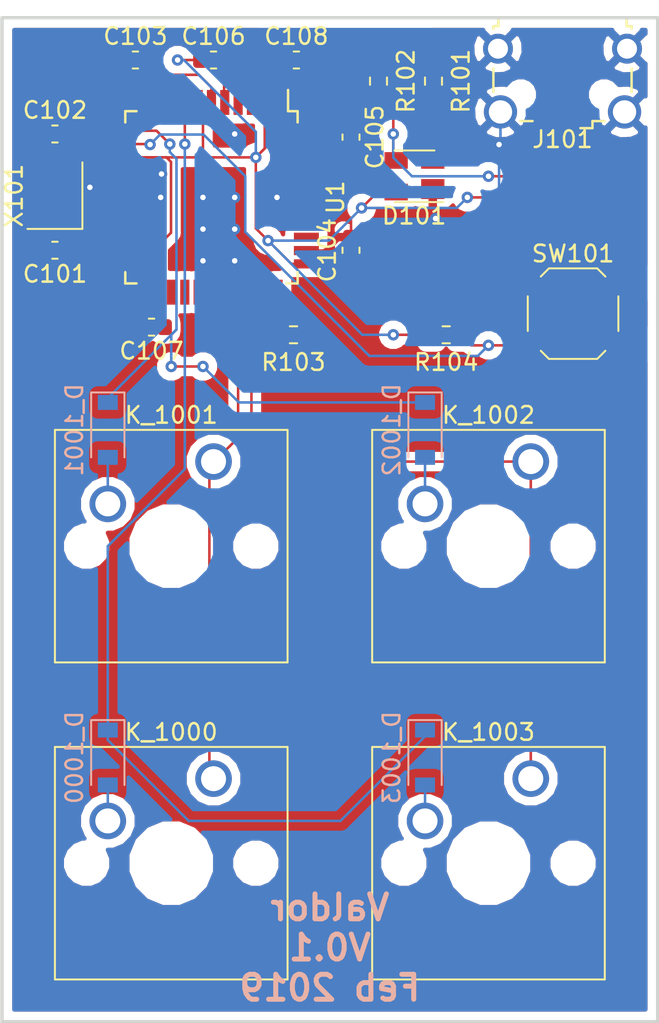
<source format=kicad_pcb>
(kicad_pcb (version 20171130) (host pcbnew 5.0.2)

  (general
    (thickness 1.6)
    (drawings 5)
    (tracks 228)
    (zones 0)
    (modules 25)
    (nets 43)
  )

  (page A4)
  (layers
    (0 F.Cu signal)
    (31 B.Cu signal)
    (32 B.Adhes user)
    (33 F.Adhes user)
    (34 B.Paste user)
    (35 F.Paste user)
    (36 B.SilkS user)
    (37 F.SilkS user)
    (38 B.Mask user)
    (39 F.Mask user)
    (40 Dwgs.User user)
    (41 Cmts.User user)
    (42 Eco1.User user)
    (43 Eco2.User user)
    (44 Edge.Cuts user)
    (45 Margin user)
    (46 B.CrtYd user)
    (47 F.CrtYd user)
    (48 B.Fab user hide)
    (49 F.Fab user hide)
  )

  (setup
    (last_trace_width 0.1524)
    (trace_clearance 0.1524)
    (zone_clearance 0.508)
    (zone_45_only no)
    (trace_min 0.1524)
    (segment_width 0.2)
    (edge_width 0.15)
    (via_size 0.6858)
    (via_drill 0.3302)
    (via_min_size 0.6858)
    (via_min_drill 0.3302)
    (uvia_size 0.6858)
    (uvia_drill 0.3302)
    (uvias_allowed no)
    (uvia_min_size 0.2)
    (uvia_min_drill 0.1)
    (pcb_text_width 0.3)
    (pcb_text_size 1.5 1.5)
    (mod_edge_width 0.15)
    (mod_text_size 1 1)
    (mod_text_width 0.15)
    (pad_size 1.016 1.25)
    (pad_drill 0.55)
    (pad_to_mask_clearance 0.2)
    (solder_mask_min_width 0.25)
    (aux_axis_origin 0 0)
    (grid_origin 71.75 40)
    (visible_elements FFFFFF7F)
    (pcbplotparams
      (layerselection 0x010f0_ffffffff)
      (usegerberextensions true)
      (usegerberattributes false)
      (usegerberadvancedattributes false)
      (creategerberjobfile false)
      (excludeedgelayer true)
      (linewidth 0.100000)
      (plotframeref false)
      (viasonmask false)
      (mode 1)
      (useauxorigin false)
      (hpglpennumber 1)
      (hpglpenspeed 20)
      (hpglpendiameter 15.000000)
      (psnegative false)
      (psa4output false)
      (plotreference true)
      (plotvalue true)
      (plotinvisibletext false)
      (padsonsilk false)
      (subtractmaskfromsilk false)
      (outputformat 1)
      (mirror false)
      (drillshape 0)
      (scaleselection 1)
      (outputdirectory "gerbers/"))
  )

  (net 0 "")
  (net 1 /row0)
  (net 2 /row1)
  (net 3 /col1)
  (net 4 /col0)
  (net 5 GND)
  (net 6 VCC)
  (net 7 "Net-(D_1000-Pad2)")
  (net 8 "Net-(D_1001-Pad2)")
  (net 9 "Net-(R104-Pad1)")
  (net 10 "Net-(R103-Pad2)")
  (net 11 "Net-(U1-Pad36)")
  (net 12 /xtal2)
  (net 13 /xtal1)
  (net 14 /D-)
  (net 15 /D+)
  (net 16 /Du-)
  (net 17 /Du+)
  (net 18 /Ucap)
  (net 19 "Net-(J101-Pad4)")
  (net 20 "Net-(U1-Pad1)")
  (net 21 "Net-(U1-Pad9)")
  (net 22 "Net-(U1-Pad10)")
  (net 23 "Net-(U1-Pad11)")
  (net 24 "Net-(U1-Pad18)")
  (net 25 "Net-(U1-Pad19)")
  (net 26 "Net-(U1-Pad20)")
  (net 27 "Net-(U1-Pad22)")
  (net 28 "Net-(U1-Pad25)")
  (net 29 "Net-(U1-Pad26)")
  (net 30 "Net-(U1-Pad27)")
  (net 31 "Net-(U1-Pad28)")
  (net 32 "Net-(U1-Pad29)")
  (net 33 "Net-(U1-Pad32)")
  (net 34 "Net-(U1-Pad37)")
  (net 35 "Net-(U1-Pad38)")
  (net 36 "Net-(U1-Pad39)")
  (net 37 "Net-(U1-Pad40)")
  (net 38 "Net-(U1-Pad41)")
  (net 39 "Net-(U1-Pad42)")
  (net 40 "Net-(D_1002-Pad2)")
  (net 41 "Net-(D_1003-Pad2)")
  (net 42 "Net-(U1-Pad21)")

  (net_class Default "This is the default net class."
    (clearance 0.1524)
    (trace_width 0.1524)
    (via_dia 0.6858)
    (via_drill 0.3302)
    (uvia_dia 0.6858)
    (uvia_drill 0.3302)
    (diff_pair_gap 0.1524)
    (diff_pair_width 0.1524)
    (add_net /D+)
    (add_net /D-)
    (add_net /Du+)
    (add_net /Du-)
    (add_net /Ucap)
    (add_net /col0)
    (add_net /col1)
    (add_net /row0)
    (add_net /row1)
    (add_net /xtal1)
    (add_net /xtal2)
    (add_net GND)
    (add_net "Net-(D_1000-Pad2)")
    (add_net "Net-(D_1001-Pad2)")
    (add_net "Net-(D_1002-Pad2)")
    (add_net "Net-(D_1003-Pad2)")
    (add_net "Net-(J101-Pad4)")
    (add_net "Net-(R103-Pad2)")
    (add_net "Net-(R104-Pad1)")
    (add_net "Net-(U1-Pad1)")
    (add_net "Net-(U1-Pad10)")
    (add_net "Net-(U1-Pad11)")
    (add_net "Net-(U1-Pad18)")
    (add_net "Net-(U1-Pad19)")
    (add_net "Net-(U1-Pad20)")
    (add_net "Net-(U1-Pad21)")
    (add_net "Net-(U1-Pad22)")
    (add_net "Net-(U1-Pad25)")
    (add_net "Net-(U1-Pad26)")
    (add_net "Net-(U1-Pad27)")
    (add_net "Net-(U1-Pad28)")
    (add_net "Net-(U1-Pad29)")
    (add_net "Net-(U1-Pad32)")
    (add_net "Net-(U1-Pad36)")
    (add_net "Net-(U1-Pad37)")
    (add_net "Net-(U1-Pad38)")
    (add_net "Net-(U1-Pad39)")
    (add_net "Net-(U1-Pad40)")
    (add_net "Net-(U1-Pad41)")
    (add_net "Net-(U1-Pad42)")
    (add_net "Net-(U1-Pad9)")
    (add_net VCC)
  )

  (module Capacitor_SMD:C_0603_1608Metric (layer F.Cu) (tedit 5B301BBE) (tstamp 5C8728D9)
    (at 39.45 100.5 180)
    (descr "Capacitor SMD 0603 (1608 Metric), square (rectangular) end terminal, IPC_7351 nominal, (Body size source: http://www.tortai-tech.com/upload/download/2011102023233369053.pdf), generated with kicad-footprint-generator")
    (tags capacitor)
    (path /5B92F482)
    (attr smd)
    (fp_text reference C107 (at 0 -1.43 180) (layer F.SilkS)
      (effects (font (size 1 1) (thickness 0.15)))
    )
    (fp_text value 0.1u (at 0 1.43 180) (layer F.Fab)
      (effects (font (size 1 1) (thickness 0.15)))
    )
    (fp_text user %R (at 0 0 180) (layer F.Fab)
      (effects (font (size 0.4 0.4) (thickness 0.06)))
    )
    (fp_line (start 1.48 0.73) (end -1.48 0.73) (layer F.CrtYd) (width 0.05))
    (fp_line (start 1.48 -0.73) (end 1.48 0.73) (layer F.CrtYd) (width 0.05))
    (fp_line (start -1.48 -0.73) (end 1.48 -0.73) (layer F.CrtYd) (width 0.05))
    (fp_line (start -1.48 0.73) (end -1.48 -0.73) (layer F.CrtYd) (width 0.05))
    (fp_line (start -0.162779 0.51) (end 0.162779 0.51) (layer F.SilkS) (width 0.12))
    (fp_line (start -0.162779 -0.51) (end 0.162779 -0.51) (layer F.SilkS) (width 0.12))
    (fp_line (start 0.8 0.4) (end -0.8 0.4) (layer F.Fab) (width 0.1))
    (fp_line (start 0.8 -0.4) (end 0.8 0.4) (layer F.Fab) (width 0.1))
    (fp_line (start -0.8 -0.4) (end 0.8 -0.4) (layer F.Fab) (width 0.1))
    (fp_line (start -0.8 0.4) (end -0.8 -0.4) (layer F.Fab) (width 0.1))
    (pad 2 smd roundrect (at 0.7875 0 180) (size 0.875 0.95) (layers F.Cu F.Paste F.Mask) (roundrect_rratio 0.25)
      (net 5 GND))
    (pad 1 smd roundrect (at -0.7875 0 180) (size 0.875 0.95) (layers F.Cu F.Paste F.Mask) (roundrect_rratio 0.25)
      (net 6 VCC))
    (model ${KISYS3DMOD}/Capacitor_SMD.3dshapes/C_0603_1608Metric.wrl
      (at (xyz 0 0 0))
      (scale (xyz 1 1 1))
      (rotate (xyz 0 0 0))
    )
  )

  (module Capacitor_SMD:C_0603_1608Metric (layer F.Cu) (tedit 5B301BBE) (tstamp 5C8728C9)
    (at 43.175 84.45)
    (descr "Capacitor SMD 0603 (1608 Metric), square (rectangular) end terminal, IPC_7351 nominal, (Body size source: http://www.tortai-tech.com/upload/download/2011102023233369053.pdf), generated with kicad-footprint-generator")
    (tags capacitor)
    (path /5B92F1FC)
    (attr smd)
    (fp_text reference C106 (at 0 -1.43) (layer F.SilkS)
      (effects (font (size 1 1) (thickness 0.15)))
    )
    (fp_text value 0.1u (at 0 1.43) (layer F.Fab)
      (effects (font (size 1 1) (thickness 0.15)))
    )
    (fp_line (start -0.8 0.4) (end -0.8 -0.4) (layer F.Fab) (width 0.1))
    (fp_line (start -0.8 -0.4) (end 0.8 -0.4) (layer F.Fab) (width 0.1))
    (fp_line (start 0.8 -0.4) (end 0.8 0.4) (layer F.Fab) (width 0.1))
    (fp_line (start 0.8 0.4) (end -0.8 0.4) (layer F.Fab) (width 0.1))
    (fp_line (start -0.162779 -0.51) (end 0.162779 -0.51) (layer F.SilkS) (width 0.12))
    (fp_line (start -0.162779 0.51) (end 0.162779 0.51) (layer F.SilkS) (width 0.12))
    (fp_line (start -1.48 0.73) (end -1.48 -0.73) (layer F.CrtYd) (width 0.05))
    (fp_line (start -1.48 -0.73) (end 1.48 -0.73) (layer F.CrtYd) (width 0.05))
    (fp_line (start 1.48 -0.73) (end 1.48 0.73) (layer F.CrtYd) (width 0.05))
    (fp_line (start 1.48 0.73) (end -1.48 0.73) (layer F.CrtYd) (width 0.05))
    (fp_text user %R (at 0 0) (layer F.Fab)
      (effects (font (size 0.4 0.4) (thickness 0.06)))
    )
    (pad 1 smd roundrect (at -0.7875 0) (size 0.875 0.95) (layers F.Cu F.Paste F.Mask) (roundrect_rratio 0.25)
      (net 6 VCC))
    (pad 2 smd roundrect (at 0.7875 0) (size 0.875 0.95) (layers F.Cu F.Paste F.Mask) (roundrect_rratio 0.25)
      (net 5 GND))
    (model ${KISYS3DMOD}/Capacitor_SMD.3dshapes/C_0603_1608Metric.wrl
      (at (xyz 0 0 0))
      (scale (xyz 1 1 1))
      (rotate (xyz 0 0 0))
    )
  )

  (module Capacitor_SMD:C_0603_1608Metric (layer F.Cu) (tedit 5B301BBE) (tstamp 5C8728B9)
    (at 51.43 89.0851 270)
    (descr "Capacitor SMD 0603 (1608 Metric), square (rectangular) end terminal, IPC_7351 nominal, (Body size source: http://www.tortai-tech.com/upload/download/2011102023233369053.pdf), generated with kicad-footprint-generator")
    (tags capacitor)
    (path /5B92EF85)
    (attr smd)
    (fp_text reference C105 (at 0 -1.43 270) (layer F.SilkS)
      (effects (font (size 1 1) (thickness 0.15)))
    )
    (fp_text value 0.1u (at 0 1.43 270) (layer F.Fab)
      (effects (font (size 1 1) (thickness 0.15)))
    )
    (fp_text user %R (at 0 0 270) (layer F.Fab)
      (effects (font (size 0.4 0.4) (thickness 0.06)))
    )
    (fp_line (start 1.48 0.73) (end -1.48 0.73) (layer F.CrtYd) (width 0.05))
    (fp_line (start 1.48 -0.73) (end 1.48 0.73) (layer F.CrtYd) (width 0.05))
    (fp_line (start -1.48 -0.73) (end 1.48 -0.73) (layer F.CrtYd) (width 0.05))
    (fp_line (start -1.48 0.73) (end -1.48 -0.73) (layer F.CrtYd) (width 0.05))
    (fp_line (start -0.162779 0.51) (end 0.162779 0.51) (layer F.SilkS) (width 0.12))
    (fp_line (start -0.162779 -0.51) (end 0.162779 -0.51) (layer F.SilkS) (width 0.12))
    (fp_line (start 0.8 0.4) (end -0.8 0.4) (layer F.Fab) (width 0.1))
    (fp_line (start 0.8 -0.4) (end 0.8 0.4) (layer F.Fab) (width 0.1))
    (fp_line (start -0.8 -0.4) (end 0.8 -0.4) (layer F.Fab) (width 0.1))
    (fp_line (start -0.8 0.4) (end -0.8 -0.4) (layer F.Fab) (width 0.1))
    (pad 2 smd roundrect (at 0.7875 0 270) (size 0.875 0.95) (layers F.Cu F.Paste F.Mask) (roundrect_rratio 0.25)
      (net 5 GND))
    (pad 1 smd roundrect (at -0.7875 0 270) (size 0.875 0.95) (layers F.Cu F.Paste F.Mask) (roundrect_rratio 0.25)
      (net 6 VCC))
    (model ${KISYS3DMOD}/Capacitor_SMD.3dshapes/C_0603_1608Metric.wrl
      (at (xyz 0 0 0))
      (scale (xyz 1 1 1))
      (rotate (xyz 0 0 0))
    )
  )

  (module Capacitor_SMD:C_0603_1608Metric (layer F.Cu) (tedit 5B301BBE) (tstamp 5C8728A9)
    (at 51.43 95.88 90)
    (descr "Capacitor SMD 0603 (1608 Metric), square (rectangular) end terminal, IPC_7351 nominal, (Body size source: http://www.tortai-tech.com/upload/download/2011102023233369053.pdf), generated with kicad-footprint-generator")
    (tags capacitor)
    (path /5B92ED0B)
    (attr smd)
    (fp_text reference C104 (at 0 -1.43 90) (layer F.SilkS)
      (effects (font (size 1 1) (thickness 0.15)))
    )
    (fp_text value 0.1u (at 0 1.43 90) (layer F.Fab)
      (effects (font (size 1 1) (thickness 0.15)))
    )
    (fp_line (start -0.8 0.4) (end -0.8 -0.4) (layer F.Fab) (width 0.1))
    (fp_line (start -0.8 -0.4) (end 0.8 -0.4) (layer F.Fab) (width 0.1))
    (fp_line (start 0.8 -0.4) (end 0.8 0.4) (layer F.Fab) (width 0.1))
    (fp_line (start 0.8 0.4) (end -0.8 0.4) (layer F.Fab) (width 0.1))
    (fp_line (start -0.162779 -0.51) (end 0.162779 -0.51) (layer F.SilkS) (width 0.12))
    (fp_line (start -0.162779 0.51) (end 0.162779 0.51) (layer F.SilkS) (width 0.12))
    (fp_line (start -1.48 0.73) (end -1.48 -0.73) (layer F.CrtYd) (width 0.05))
    (fp_line (start -1.48 -0.73) (end 1.48 -0.73) (layer F.CrtYd) (width 0.05))
    (fp_line (start 1.48 -0.73) (end 1.48 0.73) (layer F.CrtYd) (width 0.05))
    (fp_line (start 1.48 0.73) (end -1.48 0.73) (layer F.CrtYd) (width 0.05))
    (fp_text user %R (at 0 0 90) (layer F.Fab)
      (effects (font (size 0.4 0.4) (thickness 0.06)))
    )
    (pad 1 smd roundrect (at -0.7875 0 90) (size 0.875 0.95) (layers F.Cu F.Paste F.Mask) (roundrect_rratio 0.25)
      (net 6 VCC))
    (pad 2 smd roundrect (at 0.7875 0 90) (size 0.875 0.95) (layers F.Cu F.Paste F.Mask) (roundrect_rratio 0.25)
      (net 5 GND))
    (model ${KISYS3DMOD}/Capacitor_SMD.3dshapes/C_0603_1608Metric.wrl
      (at (xyz 0 0 0))
      (scale (xyz 1 1 1))
      (rotate (xyz 0 0 0))
    )
  )

  (module Capacitor_SMD:C_0603_1608Metric (layer F.Cu) (tedit 5B301BBE) (tstamp 5C872899)
    (at 38.4825 84.45)
    (descr "Capacitor SMD 0603 (1608 Metric), square (rectangular) end terminal, IPC_7351 nominal, (Body size source: http://www.tortai-tech.com/upload/download/2011102023233369053.pdf), generated with kicad-footprint-generator")
    (tags capacitor)
    (path /5B860D38)
    (attr smd)
    (fp_text reference C103 (at 0 -1.43) (layer F.SilkS)
      (effects (font (size 1 1) (thickness 0.15)))
    )
    (fp_text value 1u (at 0 1.43) (layer F.Fab)
      (effects (font (size 1 1) (thickness 0.15)))
    )
    (fp_text user %R (at 0 0) (layer F.Fab)
      (effects (font (size 0.4 0.4) (thickness 0.06)))
    )
    (fp_line (start 1.48 0.73) (end -1.48 0.73) (layer F.CrtYd) (width 0.05))
    (fp_line (start 1.48 -0.73) (end 1.48 0.73) (layer F.CrtYd) (width 0.05))
    (fp_line (start -1.48 -0.73) (end 1.48 -0.73) (layer F.CrtYd) (width 0.05))
    (fp_line (start -1.48 0.73) (end -1.48 -0.73) (layer F.CrtYd) (width 0.05))
    (fp_line (start -0.162779 0.51) (end 0.162779 0.51) (layer F.SilkS) (width 0.12))
    (fp_line (start -0.162779 -0.51) (end 0.162779 -0.51) (layer F.SilkS) (width 0.12))
    (fp_line (start 0.8 0.4) (end -0.8 0.4) (layer F.Fab) (width 0.1))
    (fp_line (start 0.8 -0.4) (end 0.8 0.4) (layer F.Fab) (width 0.1))
    (fp_line (start -0.8 -0.4) (end 0.8 -0.4) (layer F.Fab) (width 0.1))
    (fp_line (start -0.8 0.4) (end -0.8 -0.4) (layer F.Fab) (width 0.1))
    (pad 2 smd roundrect (at 0.7875 0) (size 0.875 0.95) (layers F.Cu F.Paste F.Mask) (roundrect_rratio 0.25)
      (net 5 GND))
    (pad 1 smd roundrect (at -0.7875 0) (size 0.875 0.95) (layers F.Cu F.Paste F.Mask) (roundrect_rratio 0.25)
      (net 18 /Ucap))
    (model ${KISYS3DMOD}/Capacitor_SMD.3dshapes/C_0603_1608Metric.wrl
      (at (xyz 0 0 0))
      (scale (xyz 1 1 1))
      (rotate (xyz 0 0 0))
    )
  )

  (module Capacitor_SMD:C_0603_1608Metric (layer F.Cu) (tedit 5B301BBE) (tstamp 5C872889)
    (at 33.65 88.895)
    (descr "Capacitor SMD 0603 (1608 Metric), square (rectangular) end terminal, IPC_7351 nominal, (Body size source: http://www.tortai-tech.com/upload/download/2011102023233369053.pdf), generated with kicad-footprint-generator")
    (tags capacitor)
    (path /5B5AA610)
    (attr smd)
    (fp_text reference C102 (at 0 -1.43) (layer F.SilkS)
      (effects (font (size 1 1) (thickness 0.15)))
    )
    (fp_text value 22p (at 0 1.43) (layer F.Fab)
      (effects (font (size 1 1) (thickness 0.15)))
    )
    (fp_line (start -0.8 0.4) (end -0.8 -0.4) (layer F.Fab) (width 0.1))
    (fp_line (start -0.8 -0.4) (end 0.8 -0.4) (layer F.Fab) (width 0.1))
    (fp_line (start 0.8 -0.4) (end 0.8 0.4) (layer F.Fab) (width 0.1))
    (fp_line (start 0.8 0.4) (end -0.8 0.4) (layer F.Fab) (width 0.1))
    (fp_line (start -0.162779 -0.51) (end 0.162779 -0.51) (layer F.SilkS) (width 0.12))
    (fp_line (start -0.162779 0.51) (end 0.162779 0.51) (layer F.SilkS) (width 0.12))
    (fp_line (start -1.48 0.73) (end -1.48 -0.73) (layer F.CrtYd) (width 0.05))
    (fp_line (start -1.48 -0.73) (end 1.48 -0.73) (layer F.CrtYd) (width 0.05))
    (fp_line (start 1.48 -0.73) (end 1.48 0.73) (layer F.CrtYd) (width 0.05))
    (fp_line (start 1.48 0.73) (end -1.48 0.73) (layer F.CrtYd) (width 0.05))
    (fp_text user %R (at 0 0) (layer F.Fab)
      (effects (font (size 0.4 0.4) (thickness 0.06)))
    )
    (pad 1 smd roundrect (at -0.7875 0) (size 0.875 0.95) (layers F.Cu F.Paste F.Mask) (roundrect_rratio 0.25)
      (net 12 /xtal2))
    (pad 2 smd roundrect (at 0.7875 0) (size 0.875 0.95) (layers F.Cu F.Paste F.Mask) (roundrect_rratio 0.25)
      (net 5 GND))
    (model ${KISYS3DMOD}/Capacitor_SMD.3dshapes/C_0603_1608Metric.wrl
      (at (xyz 0 0 0))
      (scale (xyz 1 1 1))
      (rotate (xyz 0 0 0))
    )
  )

  (module Capacitor_SMD:C_0603_1608Metric (layer F.Cu) (tedit 5B301BBE) (tstamp 5C872879)
    (at 33.65 95.88 180)
    (descr "Capacitor SMD 0603 (1608 Metric), square (rectangular) end terminal, IPC_7351 nominal, (Body size source: http://www.tortai-tech.com/upload/download/2011102023233369053.pdf), generated with kicad-footprint-generator")
    (tags capacitor)
    (path /5B5AA89D)
    (attr smd)
    (fp_text reference C101 (at 0 -1.43 180) (layer F.SilkS)
      (effects (font (size 1 1) (thickness 0.15)))
    )
    (fp_text value 22p (at 0 1.43 180) (layer F.Fab)
      (effects (font (size 1 1) (thickness 0.15)))
    )
    (fp_text user %R (at 0 0 180) (layer F.Fab)
      (effects (font (size 0.4 0.4) (thickness 0.06)))
    )
    (fp_line (start 1.48 0.73) (end -1.48 0.73) (layer F.CrtYd) (width 0.05))
    (fp_line (start 1.48 -0.73) (end 1.48 0.73) (layer F.CrtYd) (width 0.05))
    (fp_line (start -1.48 -0.73) (end 1.48 -0.73) (layer F.CrtYd) (width 0.05))
    (fp_line (start -1.48 0.73) (end -1.48 -0.73) (layer F.CrtYd) (width 0.05))
    (fp_line (start -0.162779 0.51) (end 0.162779 0.51) (layer F.SilkS) (width 0.12))
    (fp_line (start -0.162779 -0.51) (end 0.162779 -0.51) (layer F.SilkS) (width 0.12))
    (fp_line (start 0.8 0.4) (end -0.8 0.4) (layer F.Fab) (width 0.1))
    (fp_line (start 0.8 -0.4) (end 0.8 0.4) (layer F.Fab) (width 0.1))
    (fp_line (start -0.8 -0.4) (end 0.8 -0.4) (layer F.Fab) (width 0.1))
    (fp_line (start -0.8 0.4) (end -0.8 -0.4) (layer F.Fab) (width 0.1))
    (pad 2 smd roundrect (at 0.7875 0 180) (size 0.875 0.95) (layers F.Cu F.Paste F.Mask) (roundrect_rratio 0.25)
      (net 5 GND))
    (pad 1 smd roundrect (at -0.7875 0 180) (size 0.875 0.95) (layers F.Cu F.Paste F.Mask) (roundrect_rratio 0.25)
      (net 13 /xtal1))
    (model ${KISYS3DMOD}/Capacitor_SMD.3dshapes/C_0603_1608Metric.wrl
      (at (xyz 0 0 0))
      (scale (xyz 1 1 1))
      (rotate (xyz 0 0 0))
    )
  )

  (module Capacitor_SMD:C_0603_1608Metric (layer F.Cu) (tedit 5B301BBE) (tstamp 5C872869)
    (at 48.15 84.45)
    (descr "Capacitor SMD 0603 (1608 Metric), square (rectangular) end terminal, IPC_7351 nominal, (Body size source: http://www.tortai-tech.com/upload/download/2011102023233369053.pdf), generated with kicad-footprint-generator")
    (tags capacitor)
    (path /5B92F70F)
    (attr smd)
    (fp_text reference C108 (at 0 -1.43) (layer F.SilkS)
      (effects (font (size 1 1) (thickness 0.15)))
    )
    (fp_text value 4.7u (at 0 1.43) (layer F.Fab)
      (effects (font (size 1 1) (thickness 0.15)))
    )
    (fp_line (start -0.8 0.4) (end -0.8 -0.4) (layer F.Fab) (width 0.1))
    (fp_line (start -0.8 -0.4) (end 0.8 -0.4) (layer F.Fab) (width 0.1))
    (fp_line (start 0.8 -0.4) (end 0.8 0.4) (layer F.Fab) (width 0.1))
    (fp_line (start 0.8 0.4) (end -0.8 0.4) (layer F.Fab) (width 0.1))
    (fp_line (start -0.162779 -0.51) (end 0.162779 -0.51) (layer F.SilkS) (width 0.12))
    (fp_line (start -0.162779 0.51) (end 0.162779 0.51) (layer F.SilkS) (width 0.12))
    (fp_line (start -1.48 0.73) (end -1.48 -0.73) (layer F.CrtYd) (width 0.05))
    (fp_line (start -1.48 -0.73) (end 1.48 -0.73) (layer F.CrtYd) (width 0.05))
    (fp_line (start 1.48 -0.73) (end 1.48 0.73) (layer F.CrtYd) (width 0.05))
    (fp_line (start 1.48 0.73) (end -1.48 0.73) (layer F.CrtYd) (width 0.05))
    (fp_text user %R (at 0 0) (layer F.Fab)
      (effects (font (size 0.4 0.4) (thickness 0.06)))
    )
    (pad 1 smd roundrect (at -0.7875 0) (size 0.875 0.95) (layers F.Cu F.Paste F.Mask) (roundrect_rratio 0.25)
      (net 6 VCC))
    (pad 2 smd roundrect (at 0.7875 0) (size 0.875 0.95) (layers F.Cu F.Paste F.Mask) (roundrect_rratio 0.25)
      (net 5 GND))
    (model ${KISYS3DMOD}/Capacitor_SMD.3dshapes/C_0603_1608Metric.wrl
      (at (xyz 0 0 0))
      (scale (xyz 1 1 1))
      (rotate (xyz 0 0 0))
    )
  )

  (module Package_TO_SOT_SMD:SOT-143 (layer F.Cu) (tedit 5A02FF57) (tstamp 5C7C0507)
    (at 55.24 91.435 180)
    (descr SOT-143)
    (tags SOT-143)
    (path /5C72172F)
    (attr smd)
    (fp_text reference D101 (at 0.02 -2.38 180) (layer F.SilkS)
      (effects (font (size 1 1) (thickness 0.15)))
    )
    (fp_text value PRTR5V0U2X (at -0.28 2.48 180) (layer F.Fab)
      (effects (font (size 1 1) (thickness 0.15)))
    )
    (fp_text user %R (at 0 0 270) (layer F.Fab)
      (effects (font (size 0.5 0.5) (thickness 0.075)))
    )
    (fp_line (start -1.2 1.55) (end 1.2 1.55) (layer F.SilkS) (width 0.12))
    (fp_line (start 1.2 -1.55) (end -1.75 -1.55) (layer F.SilkS) (width 0.12))
    (fp_line (start -1.2 -1) (end -0.7 -1.5) (layer F.Fab) (width 0.1))
    (fp_line (start -0.7 -1.5) (end 1.2 -1.5) (layer F.Fab) (width 0.1))
    (fp_line (start -1.2 1.5) (end -1.2 -1) (layer F.Fab) (width 0.1))
    (fp_line (start 1.2 1.5) (end -1.2 1.5) (layer F.Fab) (width 0.1))
    (fp_line (start 1.2 -1.5) (end 1.2 1.5) (layer F.Fab) (width 0.1))
    (fp_line (start 2.05 -1.75) (end 2.05 1.75) (layer F.CrtYd) (width 0.05))
    (fp_line (start 2.05 -1.75) (end -2.05 -1.75) (layer F.CrtYd) (width 0.05))
    (fp_line (start -2.05 1.75) (end 2.05 1.75) (layer F.CrtYd) (width 0.05))
    (fp_line (start -2.05 1.75) (end -2.05 -1.75) (layer F.CrtYd) (width 0.05))
    (pad 1 smd rect (at -1.1 -0.77 90) (size 1.2 1.4) (layers F.Cu F.Paste F.Mask)
      (net 5 GND))
    (pad 2 smd rect (at -1.1 0.95 90) (size 1 1.4) (layers F.Cu F.Paste F.Mask)
      (net 17 /Du+))
    (pad 3 smd rect (at 1.1 0.95 90) (size 1 1.4) (layers F.Cu F.Paste F.Mask)
      (net 16 /Du-))
    (pad 4 smd rect (at 1.1 -0.95 90) (size 1 1.4) (layers F.Cu F.Paste F.Mask)
      (net 6 VCC))
    (model ${KISYS3DMOD}/Package_TO_SOT_SMD.3dshapes/SOT-143.wrl
      (at (xyz 0 0 0))
      (scale (xyz 1 1 1))
      (rotate (xyz 0 0 0))
    )
  )

  (module Button_Switch_Keyboard:SW_Cherry_MX1A_1.00u_PCB (layer F.Cu) (tedit 5A02FE24) (tstamp 5C87C2BF)
    (at 62.225 108.58)
    (descr "Cherry MX keyswitch, MX1A, 1.00u, PCB mount, http://cherryamericas.com/wp-content/uploads/2014/12/mx_cat.pdf")
    (tags "cherry mx keyswitch MX1A 1.00u PCB")
    (path /5C746BFB)
    (fp_text reference K_1002 (at -2.54 -2.794) (layer F.SilkS)
      (effects (font (size 1 1) (thickness 0.15)))
    )
    (fp_text value KEYSW (at -2.54 12.954) (layer F.Fab)
      (effects (font (size 1 1) (thickness 0.15)))
    )
    (fp_text user %R (at -2.54 -2.794) (layer F.Fab)
      (effects (font (size 1 1) (thickness 0.15)))
    )
    (fp_line (start -8.89 -1.27) (end 3.81 -1.27) (layer F.Fab) (width 0.15))
    (fp_line (start 3.81 -1.27) (end 3.81 11.43) (layer F.Fab) (width 0.15))
    (fp_line (start 3.81 11.43) (end -8.89 11.43) (layer F.Fab) (width 0.15))
    (fp_line (start -8.89 11.43) (end -8.89 -1.27) (layer F.Fab) (width 0.15))
    (fp_line (start -9.14 11.68) (end -9.14 -1.52) (layer F.CrtYd) (width 0.05))
    (fp_line (start 4.06 11.68) (end -9.14 11.68) (layer F.CrtYd) (width 0.05))
    (fp_line (start 4.06 -1.52) (end 4.06 11.68) (layer F.CrtYd) (width 0.05))
    (fp_line (start -9.14 -1.52) (end 4.06 -1.52) (layer F.CrtYd) (width 0.05))
    (fp_line (start -12.065 -4.445) (end 6.985 -4.445) (layer Dwgs.User) (width 0.15))
    (fp_line (start 6.985 -4.445) (end 6.985 14.605) (layer Dwgs.User) (width 0.15))
    (fp_line (start 6.985 14.605) (end -12.065 14.605) (layer Dwgs.User) (width 0.15))
    (fp_line (start -12.065 14.605) (end -12.065 -4.445) (layer Dwgs.User) (width 0.15))
    (fp_line (start -9.525 -1.905) (end 4.445 -1.905) (layer F.SilkS) (width 0.12))
    (fp_line (start 4.445 -1.905) (end 4.445 12.065) (layer F.SilkS) (width 0.12))
    (fp_line (start 4.445 12.065) (end -9.525 12.065) (layer F.SilkS) (width 0.12))
    (fp_line (start -9.525 12.065) (end -9.525 -1.905) (layer F.SilkS) (width 0.12))
    (pad 1 thru_hole circle (at 0 0) (size 2.2 2.2) (drill 1.5) (layers *.Cu *.Mask)
      (net 3 /col1))
    (pad 2 thru_hole circle (at -6.35 2.54) (size 2.2 2.2) (drill 1.5) (layers *.Cu *.Mask)
      (net 40 "Net-(D_1002-Pad2)"))
    (pad "" np_thru_hole circle (at -2.54 5.08) (size 4 4) (drill 4) (layers *.Cu *.Mask))
    (pad "" np_thru_hole circle (at -7.62 5.08) (size 1.7 1.7) (drill 1.7) (layers *.Cu *.Mask))
    (pad "" np_thru_hole circle (at 2.54 5.08) (size 1.7 1.7) (drill 1.7) (layers *.Cu *.Mask))
    (model ${KISYS3DMOD}/Button_Switch_Keyboard.3dshapes/SW_Cherry_MX1A_1.00u_PCB.wrl
      (at (xyz 0 0 0))
      (scale (xyz 1 1 1))
      (rotate (xyz 0 0 0))
    )
  )

  (module Button_Switch_SMD:SW_SPST_SKQG_WithoutStem (layer F.Cu) (tedit 5ABAB684) (tstamp 5C7BEE42)
    (at 64.765 99.69)
    (descr "ALPS 5.2mm Square Low-profile Type (Surface Mount) SKQG Series, Without stem, http://www.alps.com/prod/info/E/HTML/Tact/SurfaceMount/SKQG/SKQGAEE010.html")
    (tags "SPST Button Switch")
    (path /5BB36E8A)
    (attr smd)
    (fp_text reference SW101 (at 0 -3.6) (layer F.SilkS)
      (effects (font (size 1 1) (thickness 0.15)))
    )
    (fp_text value SW_Push (at 0 3.6) (layer F.Fab)
      (effects (font (size 1 1) (thickness 0.15)))
    )
    (fp_line (start 1.4 -2.6) (end 2.6 -1.4) (layer F.Fab) (width 0.1))
    (fp_line (start 2.6 -1.4) (end 2.6 1.4) (layer F.Fab) (width 0.1))
    (fp_line (start 2.6 1.4) (end 1.4 2.6) (layer F.Fab) (width 0.1))
    (fp_line (start 1.4 2.6) (end -1.4 2.6) (layer F.Fab) (width 0.1))
    (fp_line (start -1.4 2.6) (end -2.6 1.4) (layer F.Fab) (width 0.1))
    (fp_line (start -2.6 1.4) (end -2.6 -1.4) (layer F.Fab) (width 0.1))
    (fp_line (start -2.6 -1.4) (end -1.4 -2.6) (layer F.Fab) (width 0.1))
    (fp_line (start -1.4 -2.6) (end 1.4 -2.6) (layer F.Fab) (width 0.1))
    (fp_line (start -4.25 -2.85) (end -4.25 2.85) (layer F.CrtYd) (width 0.05))
    (fp_line (start 4.25 -2.85) (end -4.25 -2.85) (layer F.CrtYd) (width 0.05))
    (fp_line (start 4.25 2.85) (end 4.25 -2.85) (layer F.CrtYd) (width 0.05))
    (fp_line (start -4.25 2.85) (end 4.25 2.85) (layer F.CrtYd) (width 0.05))
    (fp_line (start -2.72 1.04) (end -2.72 -1.04) (layer F.SilkS) (width 0.12))
    (fp_line (start 1.45 -2.72) (end 1.94 -2.23) (layer F.SilkS) (width 0.12))
    (fp_circle (center 0 0) (end 1.5 0) (layer F.Fab) (width 0.1))
    (fp_line (start 2.72 1.04) (end 2.72 -1.04) (layer F.SilkS) (width 0.12))
    (fp_line (start -1.45 -2.72) (end -1.94 -2.23) (layer F.SilkS) (width 0.12))
    (fp_line (start -1.45 -2.72) (end 1.45 -2.72) (layer F.SilkS) (width 0.12))
    (fp_text user %R (at 0 0) (layer F.Fab)
      (effects (font (size 0.6 0.6) (thickness 0.09)))
    )
    (fp_line (start -1.45 2.72) (end -1.94 2.23) (layer F.SilkS) (width 0.12))
    (fp_line (start -1.45 2.72) (end 1.45 2.72) (layer F.SilkS) (width 0.12))
    (fp_line (start 1.45 2.72) (end 1.94 2.23) (layer F.SilkS) (width 0.12))
    (fp_line (start 4 -1.3) (end 4 1.3) (layer Dwgs.User) (width 0.05))
    (fp_line (start 4 1.3) (end 1 1.3) (layer Dwgs.User) (width 0.05))
    (fp_line (start 1 1.3) (end 1 -1.3) (layer Dwgs.User) (width 0.05))
    (fp_line (start 1 -1.3) (end 4 -1.3) (layer Dwgs.User) (width 0.05))
    (fp_line (start 1 -0.3) (end 2 -1.3) (layer Dwgs.User) (width 0.05))
    (fp_line (start 1 0.7) (end 3 -1.3) (layer Dwgs.User) (width 0.05))
    (fp_line (start 4 -1.3) (end 1.4 1.3) (layer Dwgs.User) (width 0.05))
    (fp_line (start 2.4 1.3) (end 4 -0.3) (layer Dwgs.User) (width 0.05))
    (fp_line (start 4 0.7) (end 3.4 1.3) (layer Dwgs.User) (width 0.05))
    (fp_line (start -1 0.7) (end -1.6 1.3) (layer Dwgs.User) (width 0.05))
    (fp_line (start -4 1.3) (end -4 -1.3) (layer Dwgs.User) (width 0.05))
    (fp_line (start -4 0.7) (end -2 -1.3) (layer Dwgs.User) (width 0.05))
    (fp_line (start -1 1.3) (end -4 1.3) (layer Dwgs.User) (width 0.05))
    (fp_line (start -4 -1.3) (end -1 -1.3) (layer Dwgs.User) (width 0.05))
    (fp_line (start -1 -1.3) (end -3.6 1.3) (layer Dwgs.User) (width 0.05))
    (fp_line (start -2.6 1.3) (end -1 -0.3) (layer Dwgs.User) (width 0.05))
    (fp_line (start -4 -0.3) (end -3 -1.3) (layer Dwgs.User) (width 0.05))
    (fp_line (start -1 -1.3) (end -1 1.3) (layer Dwgs.User) (width 0.05))
    (fp_text user "No F.Cu tracks" (at 2.5 0.2) (layer Cmts.User)
      (effects (font (size 0.2 0.2) (thickness 0.03)))
    )
    (fp_text user "KEEP-OUT ZONE" (at 2.5 -0.2) (layer Cmts.User)
      (effects (font (size 0.2 0.2) (thickness 0.03)))
    )
    (fp_text user "KEEP-OUT ZONE" (at -2.5 -0.2) (layer Cmts.User)
      (effects (font (size 0.2 0.2) (thickness 0.03)))
    )
    (fp_text user "No F.Cu tracks" (at -2.5 0.2) (layer Cmts.User)
      (effects (font (size 0.2 0.2) (thickness 0.03)))
    )
    (pad 1 smd rect (at -3.1 -1.85) (size 1.8 1.1) (layers F.Cu F.Paste F.Mask)
      (net 5 GND))
    (pad 1 smd rect (at 3.1 -1.85) (size 1.8 1.1) (layers F.Cu F.Paste F.Mask)
      (net 5 GND))
    (pad 2 smd rect (at -3.1 1.85) (size 1.8 1.1) (layers F.Cu F.Paste F.Mask)
      (net 9 "Net-(R104-Pad1)"))
    (pad 2 smd rect (at 3.1 1.85) (size 1.8 1.1) (layers F.Cu F.Paste F.Mask)
      (net 9 "Net-(R104-Pad1)"))
    (model ${KISYS3DMOD}/Button_Switch_SMD.3dshapes/SW_SPST_SKQG_WithoutStem.wrl
      (at (xyz 0 0 0))
      (scale (xyz 1 1 1))
      (rotate (xyz 0 0 0))
    )
  )

  (module Diode_SMD:D_SOD-123 (layer B.Cu) (tedit 58645DC7) (tstamp 5C87C10B)
    (at 55.875 106.675 270)
    (descr SOD-123)
    (tags SOD-123)
    (path /5C746C02)
    (attr smd)
    (fp_text reference D_1002 (at 0 2 270) (layer B.SilkS)
      (effects (font (size 1 1) (thickness 0.15)) (justify mirror))
    )
    (fp_text value D (at 0 -2.1 270) (layer B.Fab)
      (effects (font (size 1 1) (thickness 0.15)) (justify mirror))
    )
    (fp_text user %R (at 0 2 270) (layer B.Fab)
      (effects (font (size 1 1) (thickness 0.15)) (justify mirror))
    )
    (fp_line (start -2.25 1) (end -2.25 -1) (layer B.SilkS) (width 0.12))
    (fp_line (start 0.25 0) (end 0.75 0) (layer B.Fab) (width 0.1))
    (fp_line (start 0.25 -0.4) (end -0.35 0) (layer B.Fab) (width 0.1))
    (fp_line (start 0.25 0.4) (end 0.25 -0.4) (layer B.Fab) (width 0.1))
    (fp_line (start -0.35 0) (end 0.25 0.4) (layer B.Fab) (width 0.1))
    (fp_line (start -0.35 0) (end -0.35 -0.55) (layer B.Fab) (width 0.1))
    (fp_line (start -0.35 0) (end -0.35 0.55) (layer B.Fab) (width 0.1))
    (fp_line (start -0.75 0) (end -0.35 0) (layer B.Fab) (width 0.1))
    (fp_line (start -1.4 -0.9) (end -1.4 0.9) (layer B.Fab) (width 0.1))
    (fp_line (start 1.4 -0.9) (end -1.4 -0.9) (layer B.Fab) (width 0.1))
    (fp_line (start 1.4 0.9) (end 1.4 -0.9) (layer B.Fab) (width 0.1))
    (fp_line (start -1.4 0.9) (end 1.4 0.9) (layer B.Fab) (width 0.1))
    (fp_line (start -2.35 1.15) (end 2.35 1.15) (layer B.CrtYd) (width 0.05))
    (fp_line (start 2.35 1.15) (end 2.35 -1.15) (layer B.CrtYd) (width 0.05))
    (fp_line (start 2.35 -1.15) (end -2.35 -1.15) (layer B.CrtYd) (width 0.05))
    (fp_line (start -2.35 1.15) (end -2.35 -1.15) (layer B.CrtYd) (width 0.05))
    (fp_line (start -2.25 -1) (end 1.65 -1) (layer B.SilkS) (width 0.12))
    (fp_line (start -2.25 1) (end 1.65 1) (layer B.SilkS) (width 0.12))
    (pad 1 smd rect (at -1.65 0 270) (size 0.9 1.2) (layers B.Cu B.Paste B.Mask)
      (net 2 /row1))
    (pad 2 smd rect (at 1.65 0 270) (size 0.9 1.2) (layers B.Cu B.Paste B.Mask)
      (net 40 "Net-(D_1002-Pad2)"))
    (model ${KISYS3DMOD}/Diode_SMD.3dshapes/D_SOD-123.wrl
      (at (xyz 0 0 0))
      (scale (xyz 1 1 1))
      (rotate (xyz 0 0 0))
    )
  )

  (module Button_Switch_Keyboard:SW_Cherry_MX1A_1.00u_PCB (layer F.Cu) (tedit 5A02FE24) (tstamp 5C87C2D9)
    (at 62.225 127.63)
    (descr "Cherry MX keyswitch, MX1A, 1.00u, PCB mount, http://cherryamericas.com/wp-content/uploads/2014/12/mx_cat.pdf")
    (tags "cherry mx keyswitch MX1A 1.00u PCB")
    (path /5C746C0A)
    (fp_text reference K_1003 (at -2.54 -2.794) (layer F.SilkS)
      (effects (font (size 1 1) (thickness 0.15)))
    )
    (fp_text value KEYSW (at -2.54 12.954) (layer F.Fab)
      (effects (font (size 1 1) (thickness 0.15)))
    )
    (fp_line (start -9.525 12.065) (end -9.525 -1.905) (layer F.SilkS) (width 0.12))
    (fp_line (start 4.445 12.065) (end -9.525 12.065) (layer F.SilkS) (width 0.12))
    (fp_line (start 4.445 -1.905) (end 4.445 12.065) (layer F.SilkS) (width 0.12))
    (fp_line (start -9.525 -1.905) (end 4.445 -1.905) (layer F.SilkS) (width 0.12))
    (fp_line (start -12.065 14.605) (end -12.065 -4.445) (layer Dwgs.User) (width 0.15))
    (fp_line (start 6.985 14.605) (end -12.065 14.605) (layer Dwgs.User) (width 0.15))
    (fp_line (start 6.985 -4.445) (end 6.985 14.605) (layer Dwgs.User) (width 0.15))
    (fp_line (start -12.065 -4.445) (end 6.985 -4.445) (layer Dwgs.User) (width 0.15))
    (fp_line (start -9.14 -1.52) (end 4.06 -1.52) (layer F.CrtYd) (width 0.05))
    (fp_line (start 4.06 -1.52) (end 4.06 11.68) (layer F.CrtYd) (width 0.05))
    (fp_line (start 4.06 11.68) (end -9.14 11.68) (layer F.CrtYd) (width 0.05))
    (fp_line (start -9.14 11.68) (end -9.14 -1.52) (layer F.CrtYd) (width 0.05))
    (fp_line (start -8.89 11.43) (end -8.89 -1.27) (layer F.Fab) (width 0.15))
    (fp_line (start 3.81 11.43) (end -8.89 11.43) (layer F.Fab) (width 0.15))
    (fp_line (start 3.81 -1.27) (end 3.81 11.43) (layer F.Fab) (width 0.15))
    (fp_line (start -8.89 -1.27) (end 3.81 -1.27) (layer F.Fab) (width 0.15))
    (fp_text user %R (at -2.54 -2.794) (layer F.Fab)
      (effects (font (size 1 1) (thickness 0.15)))
    )
    (pad "" np_thru_hole circle (at 2.54 5.08) (size 1.7 1.7) (drill 1.7) (layers *.Cu *.Mask))
    (pad "" np_thru_hole circle (at -7.62 5.08) (size 1.7 1.7) (drill 1.7) (layers *.Cu *.Mask))
    (pad "" np_thru_hole circle (at -2.54 5.08) (size 4 4) (drill 4) (layers *.Cu *.Mask))
    (pad 2 thru_hole circle (at -6.35 2.54) (size 2.2 2.2) (drill 1.5) (layers *.Cu *.Mask)
      (net 41 "Net-(D_1003-Pad2)"))
    (pad 1 thru_hole circle (at 0 0) (size 2.2 2.2) (drill 1.5) (layers *.Cu *.Mask)
      (net 3 /col1))
    (model ${KISYS3DMOD}/Button_Switch_Keyboard.3dshapes/SW_Cherry_MX1A_1.00u_PCB.wrl
      (at (xyz 0 0 0))
      (scale (xyz 1 1 1))
      (rotate (xyz 0 0 0))
    )
  )

  (module Button_Switch_Keyboard:SW_Cherry_MX1A_1.00u_PCB (layer F.Cu) (tedit 5A02FE24) (tstamp 5C87C28D)
    (at 43.175 108.58)
    (descr "Cherry MX keyswitch, MX1A, 1.00u, PCB mount, http://cherryamericas.com/wp-content/uploads/2014/12/mx_cat.pdf")
    (tags "cherry mx keyswitch MX1A 1.00u PCB")
    (path /5AA598B3)
    (fp_text reference K_1001 (at -2.54 -2.794) (layer F.SilkS)
      (effects (font (size 1 1) (thickness 0.15)))
    )
    (fp_text value KEYSW (at -2.54 12.954) (layer F.Fab)
      (effects (font (size 1 1) (thickness 0.15)))
    )
    (fp_line (start -9.525 12.065) (end -9.525 -1.905) (layer F.SilkS) (width 0.12))
    (fp_line (start 4.445 12.065) (end -9.525 12.065) (layer F.SilkS) (width 0.12))
    (fp_line (start 4.445 -1.905) (end 4.445 12.065) (layer F.SilkS) (width 0.12))
    (fp_line (start -9.525 -1.905) (end 4.445 -1.905) (layer F.SilkS) (width 0.12))
    (fp_line (start -12.065 14.605) (end -12.065 -4.445) (layer Dwgs.User) (width 0.15))
    (fp_line (start 6.985 14.605) (end -12.065 14.605) (layer Dwgs.User) (width 0.15))
    (fp_line (start 6.985 -4.445) (end 6.985 14.605) (layer Dwgs.User) (width 0.15))
    (fp_line (start -12.065 -4.445) (end 6.985 -4.445) (layer Dwgs.User) (width 0.15))
    (fp_line (start -9.14 -1.52) (end 4.06 -1.52) (layer F.CrtYd) (width 0.05))
    (fp_line (start 4.06 -1.52) (end 4.06 11.68) (layer F.CrtYd) (width 0.05))
    (fp_line (start 4.06 11.68) (end -9.14 11.68) (layer F.CrtYd) (width 0.05))
    (fp_line (start -9.14 11.68) (end -9.14 -1.52) (layer F.CrtYd) (width 0.05))
    (fp_line (start -8.89 11.43) (end -8.89 -1.27) (layer F.Fab) (width 0.15))
    (fp_line (start 3.81 11.43) (end -8.89 11.43) (layer F.Fab) (width 0.15))
    (fp_line (start 3.81 -1.27) (end 3.81 11.43) (layer F.Fab) (width 0.15))
    (fp_line (start -8.89 -1.27) (end 3.81 -1.27) (layer F.Fab) (width 0.15))
    (fp_text user %R (at -2.54 -2.794) (layer F.Fab)
      (effects (font (size 1 1) (thickness 0.15)))
    )
    (pad "" np_thru_hole circle (at 2.54 5.08) (size 1.7 1.7) (drill 1.7) (layers *.Cu *.Mask))
    (pad "" np_thru_hole circle (at -7.62 5.08) (size 1.7 1.7) (drill 1.7) (layers *.Cu *.Mask))
    (pad "" np_thru_hole circle (at -2.54 5.08) (size 4 4) (drill 4) (layers *.Cu *.Mask))
    (pad 2 thru_hole circle (at -6.35 2.54) (size 2.2 2.2) (drill 1.5) (layers *.Cu *.Mask)
      (net 8 "Net-(D_1001-Pad2)"))
    (pad 1 thru_hole circle (at 0 0) (size 2.2 2.2) (drill 1.5) (layers *.Cu *.Mask)
      (net 4 /col0))
    (model ${KISYS3DMOD}/Button_Switch_Keyboard.3dshapes/SW_Cherry_MX1A_1.00u_PCB.wrl
      (at (xyz 0 0 0))
      (scale (xyz 1 1 1))
      (rotate (xyz 0 0 0))
    )
  )

  (module Button_Switch_Keyboard:SW_Cherry_MX1A_1.00u_PCB (layer F.Cu) (tedit 5A02FE24) (tstamp 5C87C274)
    (at 43.175 127.63)
    (descr "Cherry MX keyswitch, MX1A, 1.00u, PCB mount, http://cherryamericas.com/wp-content/uploads/2014/12/mx_cat.pdf")
    (tags "cherry mx keyswitch MX1A 1.00u PCB")
    (path /5AA59B0B)
    (fp_text reference K_1000 (at -2.54 -2.794) (layer F.SilkS)
      (effects (font (size 1 1) (thickness 0.15)))
    )
    (fp_text value KEYSW (at -2.54 12.954) (layer F.Fab)
      (effects (font (size 1 1) (thickness 0.15)))
    )
    (fp_text user %R (at -2.54 -2.794) (layer F.Fab)
      (effects (font (size 1 1) (thickness 0.15)))
    )
    (fp_line (start -8.89 -1.27) (end 3.81 -1.27) (layer F.Fab) (width 0.15))
    (fp_line (start 3.81 -1.27) (end 3.81 11.43) (layer F.Fab) (width 0.15))
    (fp_line (start 3.81 11.43) (end -8.89 11.43) (layer F.Fab) (width 0.15))
    (fp_line (start -8.89 11.43) (end -8.89 -1.27) (layer F.Fab) (width 0.15))
    (fp_line (start -9.14 11.68) (end -9.14 -1.52) (layer F.CrtYd) (width 0.05))
    (fp_line (start 4.06 11.68) (end -9.14 11.68) (layer F.CrtYd) (width 0.05))
    (fp_line (start 4.06 -1.52) (end 4.06 11.68) (layer F.CrtYd) (width 0.05))
    (fp_line (start -9.14 -1.52) (end 4.06 -1.52) (layer F.CrtYd) (width 0.05))
    (fp_line (start -12.065 -4.445) (end 6.985 -4.445) (layer Dwgs.User) (width 0.15))
    (fp_line (start 6.985 -4.445) (end 6.985 14.605) (layer Dwgs.User) (width 0.15))
    (fp_line (start 6.985 14.605) (end -12.065 14.605) (layer Dwgs.User) (width 0.15))
    (fp_line (start -12.065 14.605) (end -12.065 -4.445) (layer Dwgs.User) (width 0.15))
    (fp_line (start -9.525 -1.905) (end 4.445 -1.905) (layer F.SilkS) (width 0.12))
    (fp_line (start 4.445 -1.905) (end 4.445 12.065) (layer F.SilkS) (width 0.12))
    (fp_line (start 4.445 12.065) (end -9.525 12.065) (layer F.SilkS) (width 0.12))
    (fp_line (start -9.525 12.065) (end -9.525 -1.905) (layer F.SilkS) (width 0.12))
    (pad 1 thru_hole circle (at 0 0) (size 2.2 2.2) (drill 1.5) (layers *.Cu *.Mask)
      (net 4 /col0))
    (pad 2 thru_hole circle (at -6.35 2.54) (size 2.2 2.2) (drill 1.5) (layers *.Cu *.Mask)
      (net 7 "Net-(D_1000-Pad2)"))
    (pad "" np_thru_hole circle (at -2.54 5.08) (size 4 4) (drill 4) (layers *.Cu *.Mask))
    (pad "" np_thru_hole circle (at -7.62 5.08) (size 1.7 1.7) (drill 1.7) (layers *.Cu *.Mask))
    (pad "" np_thru_hole circle (at 2.54 5.08) (size 1.7 1.7) (drill 1.7) (layers *.Cu *.Mask))
    (model ${KISYS3DMOD}/Button_Switch_Keyboard.3dshapes/SW_Cherry_MX1A_1.00u_PCB.wrl
      (at (xyz 0 0 0))
      (scale (xyz 1 1 1))
      (rotate (xyz 0 0 0))
    )
  )

  (module Crystal:Crystal_SMD_3225-4Pin_3.2x2.5mm (layer F.Cu) (tedit 5A0FD1B2) (tstamp 5C87C125)
    (at 33.65 92.6 90)
    (descr "SMD Crystal SERIES SMD3225/4 http://www.txccrystal.com/images/pdf/7m-accuracy.pdf, 3.2x2.5mm^2 package")
    (tags "SMD SMT crystal")
    (path /5B4FFE79)
    (attr smd)
    (fp_text reference X101 (at 0 -2.45 90) (layer F.SilkS)
      (effects (font (size 1 1) (thickness 0.15)))
    )
    (fp_text value Crystal (at 0 2.45 90) (layer F.Fab)
      (effects (font (size 1 1) (thickness 0.15)))
    )
    (fp_text user %R (at 0 0 90) (layer F.Fab)
      (effects (font (size 0.7 0.7) (thickness 0.105)))
    )
    (fp_line (start -1.6 -1.25) (end -1.6 1.25) (layer F.Fab) (width 0.1))
    (fp_line (start -1.6 1.25) (end 1.6 1.25) (layer F.Fab) (width 0.1))
    (fp_line (start 1.6 1.25) (end 1.6 -1.25) (layer F.Fab) (width 0.1))
    (fp_line (start 1.6 -1.25) (end -1.6 -1.25) (layer F.Fab) (width 0.1))
    (fp_line (start -1.6 0.25) (end -0.6 1.25) (layer F.Fab) (width 0.1))
    (fp_line (start -2 -1.65) (end -2 1.65) (layer F.SilkS) (width 0.12))
    (fp_line (start -2 1.65) (end 2 1.65) (layer F.SilkS) (width 0.12))
    (fp_line (start -2.1 -1.7) (end -2.1 1.7) (layer F.CrtYd) (width 0.05))
    (fp_line (start -2.1 1.7) (end 2.1 1.7) (layer F.CrtYd) (width 0.05))
    (fp_line (start 2.1 1.7) (end 2.1 -1.7) (layer F.CrtYd) (width 0.05))
    (fp_line (start 2.1 -1.7) (end -2.1 -1.7) (layer F.CrtYd) (width 0.05))
    (pad 1 smd rect (at -1.1 0.85 90) (size 1.4 1.2) (layers F.Cu F.Paste F.Mask)
      (net 13 /xtal1))
    (pad 2 smd rect (at 1.1 0.85 90) (size 1.4 1.2) (layers F.Cu F.Paste F.Mask)
      (net 5 GND))
    (pad 3 smd rect (at 1.1 -0.85 90) (size 1.4 1.2) (layers F.Cu F.Paste F.Mask)
      (net 12 /xtal2))
    (pad 4 smd rect (at -1.1 -0.85 90) (size 1.4 1.2) (layers F.Cu F.Paste F.Mask)
      (net 5 GND))
    (model ${KISYS3DMOD}/Crystal.3dshapes/Crystal_SMD_3225-4Pin_3.2x2.5mm.wrl
      (at (xyz 0 0 0))
      (scale (xyz 1 1 1))
      (rotate (xyz 0 0 0))
    )
  )

  (module Diode_SMD:D_SOD-123 (layer B.Cu) (tedit 58645DC7) (tstamp 5C87C124)
    (at 55.875 126.36 270)
    (descr SOD-123)
    (tags SOD-123)
    (path /5C746C11)
    (attr smd)
    (fp_text reference D_1003 (at 0 2 270) (layer B.SilkS)
      (effects (font (size 1 1) (thickness 0.15)) (justify mirror))
    )
    (fp_text value D (at 0 -2.1 270) (layer B.Fab)
      (effects (font (size 1 1) (thickness 0.15)) (justify mirror))
    )
    (fp_line (start -2.25 1) (end 1.65 1) (layer B.SilkS) (width 0.12))
    (fp_line (start -2.25 -1) (end 1.65 -1) (layer B.SilkS) (width 0.12))
    (fp_line (start -2.35 1.15) (end -2.35 -1.15) (layer B.CrtYd) (width 0.05))
    (fp_line (start 2.35 -1.15) (end -2.35 -1.15) (layer B.CrtYd) (width 0.05))
    (fp_line (start 2.35 1.15) (end 2.35 -1.15) (layer B.CrtYd) (width 0.05))
    (fp_line (start -2.35 1.15) (end 2.35 1.15) (layer B.CrtYd) (width 0.05))
    (fp_line (start -1.4 0.9) (end 1.4 0.9) (layer B.Fab) (width 0.1))
    (fp_line (start 1.4 0.9) (end 1.4 -0.9) (layer B.Fab) (width 0.1))
    (fp_line (start 1.4 -0.9) (end -1.4 -0.9) (layer B.Fab) (width 0.1))
    (fp_line (start -1.4 -0.9) (end -1.4 0.9) (layer B.Fab) (width 0.1))
    (fp_line (start -0.75 0) (end -0.35 0) (layer B.Fab) (width 0.1))
    (fp_line (start -0.35 0) (end -0.35 0.55) (layer B.Fab) (width 0.1))
    (fp_line (start -0.35 0) (end -0.35 -0.55) (layer B.Fab) (width 0.1))
    (fp_line (start -0.35 0) (end 0.25 0.4) (layer B.Fab) (width 0.1))
    (fp_line (start 0.25 0.4) (end 0.25 -0.4) (layer B.Fab) (width 0.1))
    (fp_line (start 0.25 -0.4) (end -0.35 0) (layer B.Fab) (width 0.1))
    (fp_line (start 0.25 0) (end 0.75 0) (layer B.Fab) (width 0.1))
    (fp_line (start -2.25 1) (end -2.25 -1) (layer B.SilkS) (width 0.12))
    (fp_text user %R (at 0 2 270) (layer B.Fab)
      (effects (font (size 1 1) (thickness 0.15)) (justify mirror))
    )
    (pad 2 smd rect (at 1.65 0 270) (size 0.9 1.2) (layers B.Cu B.Paste B.Mask)
      (net 41 "Net-(D_1003-Pad2)"))
    (pad 1 smd rect (at -1.65 0 270) (size 0.9 1.2) (layers B.Cu B.Paste B.Mask)
      (net 1 /row0))
    (model ${KISYS3DMOD}/Diode_SMD.3dshapes/D_SOD-123.wrl
      (at (xyz 0 0 0))
      (scale (xyz 1 1 1))
      (rotate (xyz 0 0 0))
    )
  )

  (module Diode_SMD:D_SOD-123 (layer B.Cu) (tedit 58645DC7) (tstamp 5C87C0DB)
    (at 36.825 106.675 270)
    (descr SOD-123)
    (tags SOD-123)
    (path /5AA598BA)
    (attr smd)
    (fp_text reference D_1001 (at 0 2 270) (layer B.SilkS)
      (effects (font (size 1 1) (thickness 0.15)) (justify mirror))
    )
    (fp_text value D (at 0 -2.1 270) (layer B.Fab)
      (effects (font (size 1 1) (thickness 0.15)) (justify mirror))
    )
    (fp_line (start -2.25 1) (end 1.65 1) (layer B.SilkS) (width 0.12))
    (fp_line (start -2.25 -1) (end 1.65 -1) (layer B.SilkS) (width 0.12))
    (fp_line (start -2.35 1.15) (end -2.35 -1.15) (layer B.CrtYd) (width 0.05))
    (fp_line (start 2.35 -1.15) (end -2.35 -1.15) (layer B.CrtYd) (width 0.05))
    (fp_line (start 2.35 1.15) (end 2.35 -1.15) (layer B.CrtYd) (width 0.05))
    (fp_line (start -2.35 1.15) (end 2.35 1.15) (layer B.CrtYd) (width 0.05))
    (fp_line (start -1.4 0.9) (end 1.4 0.9) (layer B.Fab) (width 0.1))
    (fp_line (start 1.4 0.9) (end 1.4 -0.9) (layer B.Fab) (width 0.1))
    (fp_line (start 1.4 -0.9) (end -1.4 -0.9) (layer B.Fab) (width 0.1))
    (fp_line (start -1.4 -0.9) (end -1.4 0.9) (layer B.Fab) (width 0.1))
    (fp_line (start -0.75 0) (end -0.35 0) (layer B.Fab) (width 0.1))
    (fp_line (start -0.35 0) (end -0.35 0.55) (layer B.Fab) (width 0.1))
    (fp_line (start -0.35 0) (end -0.35 -0.55) (layer B.Fab) (width 0.1))
    (fp_line (start -0.35 0) (end 0.25 0.4) (layer B.Fab) (width 0.1))
    (fp_line (start 0.25 0.4) (end 0.25 -0.4) (layer B.Fab) (width 0.1))
    (fp_line (start 0.25 -0.4) (end -0.35 0) (layer B.Fab) (width 0.1))
    (fp_line (start 0.25 0) (end 0.75 0) (layer B.Fab) (width 0.1))
    (fp_line (start -2.25 1) (end -2.25 -1) (layer B.SilkS) (width 0.12))
    (fp_text user %R (at 0 2 270) (layer B.Fab)
      (effects (font (size 1 1) (thickness 0.15)) (justify mirror))
    )
    (pad 2 smd rect (at 1.65 0 270) (size 0.9 1.2) (layers B.Cu B.Paste B.Mask)
      (net 8 "Net-(D_1001-Pad2)"))
    (pad 1 smd rect (at -1.65 0 270) (size 0.9 1.2) (layers B.Cu B.Paste B.Mask)
      (net 2 /row1))
    (model ${KISYS3DMOD}/Diode_SMD.3dshapes/D_SOD-123.wrl
      (at (xyz 0 0 0))
      (scale (xyz 1 1 1))
      (rotate (xyz 0 0 0))
    )
  )

  (module Diode_SMD:D_SOD-123 (layer B.Cu) (tedit 58645DC7) (tstamp 5C87C0C3)
    (at 36.825 126.36 270)
    (descr SOD-123)
    (tags SOD-123)
    (path /5AA59B12)
    (attr smd)
    (fp_text reference D_1000 (at 0 2 270) (layer B.SilkS)
      (effects (font (size 1 1) (thickness 0.15)) (justify mirror))
    )
    (fp_text value D (at 0 -2.1 270) (layer B.Fab)
      (effects (font (size 1 1) (thickness 0.15)) (justify mirror))
    )
    (fp_text user %R (at 0 2 270) (layer B.Fab)
      (effects (font (size 1 1) (thickness 0.15)) (justify mirror))
    )
    (fp_line (start -2.25 1) (end -2.25 -1) (layer B.SilkS) (width 0.12))
    (fp_line (start 0.25 0) (end 0.75 0) (layer B.Fab) (width 0.1))
    (fp_line (start 0.25 -0.4) (end -0.35 0) (layer B.Fab) (width 0.1))
    (fp_line (start 0.25 0.4) (end 0.25 -0.4) (layer B.Fab) (width 0.1))
    (fp_line (start -0.35 0) (end 0.25 0.4) (layer B.Fab) (width 0.1))
    (fp_line (start -0.35 0) (end -0.35 -0.55) (layer B.Fab) (width 0.1))
    (fp_line (start -0.35 0) (end -0.35 0.55) (layer B.Fab) (width 0.1))
    (fp_line (start -0.75 0) (end -0.35 0) (layer B.Fab) (width 0.1))
    (fp_line (start -1.4 -0.9) (end -1.4 0.9) (layer B.Fab) (width 0.1))
    (fp_line (start 1.4 -0.9) (end -1.4 -0.9) (layer B.Fab) (width 0.1))
    (fp_line (start 1.4 0.9) (end 1.4 -0.9) (layer B.Fab) (width 0.1))
    (fp_line (start -1.4 0.9) (end 1.4 0.9) (layer B.Fab) (width 0.1))
    (fp_line (start -2.35 1.15) (end 2.35 1.15) (layer B.CrtYd) (width 0.05))
    (fp_line (start 2.35 1.15) (end 2.35 -1.15) (layer B.CrtYd) (width 0.05))
    (fp_line (start 2.35 -1.15) (end -2.35 -1.15) (layer B.CrtYd) (width 0.05))
    (fp_line (start -2.35 1.15) (end -2.35 -1.15) (layer B.CrtYd) (width 0.05))
    (fp_line (start -2.25 -1) (end 1.65 -1) (layer B.SilkS) (width 0.12))
    (fp_line (start -2.25 1) (end 1.65 1) (layer B.SilkS) (width 0.12))
    (pad 1 smd rect (at -1.65 0 270) (size 0.9 1.2) (layers B.Cu B.Paste B.Mask)
      (net 1 /row0))
    (pad 2 smd rect (at 1.65 0 270) (size 0.9 1.2) (layers B.Cu B.Paste B.Mask)
      (net 7 "Net-(D_1000-Pad2)"))
    (model ${KISYS3DMOD}/Diode_SMD.3dshapes/D_SOD-123.wrl
      (at (xyz 0 0 0))
      (scale (xyz 1 1 1))
      (rotate (xyz 0 0 0))
    )
  )

  (module Connectors_USB:USB_Micro-B_Wuerth-629105150521_CircularHoles (layer F.Cu) (tedit 59E3D6DD) (tstamp 5BAFD63B)
    (at 64.13 85.72 180)
    (descr "USB Micro-B receptacle, http://www.mouser.com/ds/2/445/629105150521-469306.pdf")
    (tags "usb micro receptacle")
    (path /5B6855D1)
    (attr smd)
    (fp_text reference J101 (at 0 -3.5 180) (layer F.SilkS)
      (effects (font (size 1 1) (thickness 0.15)))
    )
    (fp_text value USB_A (at 0 5.6 180) (layer F.Fab)
      (effects (font (size 1 1) (thickness 0.15)))
    )
    (fp_text user "PCB Edge" (at 0 3.75 180) (layer Dwgs.User)
      (effects (font (size 0.5 0.5) (thickness 0.08)))
    )
    (fp_text user %R (at 0 1.05 180) (layer F.Fab)
      (effects (font (size 1 1) (thickness 0.15)))
    )
    (fp_line (start 5.28 -3.34) (end -5.27 -3.34) (layer F.CrtYd) (width 0.05))
    (fp_line (start 5.28 4.85) (end 5.28 -3.34) (layer F.CrtYd) (width 0.05))
    (fp_line (start -5.27 4.85) (end 5.28 4.85) (layer F.CrtYd) (width 0.05))
    (fp_line (start -5.27 -3.34) (end -5.27 4.85) (layer F.CrtYd) (width 0.05))
    (fp_line (start 1.8 -2.4) (end 2.525 -2.4) (layer F.SilkS) (width 0.15))
    (fp_line (start -1.8 -2.4) (end -2.525 -2.4) (layer F.SilkS) (width 0.15))
    (fp_line (start -1.8 -2.825) (end -1.8 -2.4) (layer F.SilkS) (width 0.15))
    (fp_line (start -1.075 -2.825) (end -1.8 -2.825) (layer F.SilkS) (width 0.15))
    (fp_line (start 4.15 0.75) (end 4.15 -0.65) (layer F.SilkS) (width 0.15))
    (fp_line (start 4.15 3.3) (end 4.15 3.15) (layer F.SilkS) (width 0.15))
    (fp_line (start 3.85 3.3) (end 4.15 3.3) (layer F.SilkS) (width 0.15))
    (fp_line (start 3.85 3.75) (end 3.85 3.3) (layer F.SilkS) (width 0.15))
    (fp_line (start -3.85 3.3) (end -3.85 3.75) (layer F.SilkS) (width 0.15))
    (fp_line (start -4.15 3.3) (end -3.85 3.3) (layer F.SilkS) (width 0.15))
    (fp_line (start -4.15 3.15) (end -4.15 3.3) (layer F.SilkS) (width 0.15))
    (fp_line (start -4.15 -0.65) (end -4.15 0.75) (layer F.SilkS) (width 0.15))
    (fp_line (start -1.075 -2.95) (end -1.075 -2.725) (layer F.Fab) (width 0.15))
    (fp_line (start -1.525 -2.95) (end -1.075 -2.95) (layer F.Fab) (width 0.15))
    (fp_line (start -1.525 -2.725) (end -1.525 -2.95) (layer F.Fab) (width 0.15))
    (fp_line (start -1.3 -2.55) (end -1.525 -2.725) (layer F.Fab) (width 0.15))
    (fp_line (start -1.075 -2.725) (end -1.3 -2.55) (layer F.Fab) (width 0.15))
    (fp_line (start -2.7 3.75) (end 2.7 3.75) (layer F.Fab) (width 0.15))
    (fp_line (start 4 -2.25) (end -4 -2.25) (layer F.Fab) (width 0.15))
    (fp_line (start 4 3.15) (end 4 -2.25) (layer F.Fab) (width 0.15))
    (fp_line (start 3.7 3.15) (end 4 3.15) (layer F.Fab) (width 0.15))
    (fp_line (start 3.7 4.35) (end 3.7 3.15) (layer F.Fab) (width 0.15))
    (fp_line (start -3.7 4.35) (end 3.7 4.35) (layer F.Fab) (width 0.15))
    (fp_line (start -3.7 3.15) (end -3.7 4.35) (layer F.Fab) (width 0.15))
    (fp_line (start -4 3.15) (end -3.7 3.15) (layer F.Fab) (width 0.15))
    (fp_line (start -4 -2.25) (end -4 3.15) (layer F.Fab) (width 0.15))
    (pad "" np_thru_hole circle (at 2.5 -0.8 180) (size 0.8 0.8) (drill 0.8) (layers *.Cu *.Mask))
    (pad "" np_thru_hole circle (at -2.5 -0.8 180) (size 0.8 0.8) (drill 0.8) (layers *.Cu *.Mask))
    (pad 6 thru_hole circle (at 3.875 1.95 180) (size 1.8 1.8) (drill 1.2) (layers *.Cu *.Mask)
      (net 5 GND))
    (pad 6 thru_hole circle (at -3.875 1.95 180) (size 1.8 1.8) (drill 1.2) (layers *.Cu *.Mask)
      (net 5 GND))
    (pad 6 thru_hole circle (at 3.725 -1.85 180) (size 2 2) (drill 1.4) (layers *.Cu *.Mask)
      (net 5 GND))
    (pad 6 thru_hole circle (at -3.725 -1.85 180) (size 2 2) (drill 1.4) (layers *.Cu *.Mask)
      (net 5 GND))
    (pad 5 smd rect (at 1.3 -1.9 180) (size 0.45 1.3) (layers F.Cu F.Paste F.Mask)
      (net 5 GND))
    (pad 4 smd rect (at 0.65 -1.9 180) (size 0.45 1.3) (layers F.Cu F.Paste F.Mask)
      (net 19 "Net-(J101-Pad4)"))
    (pad 3 smd rect (at 0 -1.9 180) (size 0.45 1.3) (layers F.Cu F.Paste F.Mask)
      (net 17 /Du+))
    (pad 2 smd rect (at -0.65 -1.9 180) (size 0.45 1.3) (layers F.Cu F.Paste F.Mask)
      (net 16 /Du-))
    (pad 1 smd rect (at -1.3 -1.9 180) (size 0.45 1.3) (layers F.Cu F.Paste F.Mask)
      (net 6 VCC))
    (model ${KISYS3DMOD}/Connectors_USB.3dshapes/USB_Micro-B_Wuerth-629105150521_CircularHoles.wrl
      (at (xyz 0 0 0))
      (scale (xyz 1 1 1))
      (rotate (xyz 0 0 0))
    )
  )

  (module Resistor_SMD:R_0603_1608Metric (layer F.Cu) (tedit 59FE48B8) (tstamp 5B84858F)
    (at 57.145 100.96 180)
    (descr "Resistor SMD 0603 (1608 Metric), square (rectangular) end terminal, IPC_7351 nominal, (Body size source: http://www.tortai-tech.com/upload/download/2011102023233369053.pdf), generated with kicad-footprint-generator")
    (tags resistor)
    (path /5BB3732A)
    (attr smd)
    (fp_text reference R104 (at 0 -1.65 180) (layer F.SilkS)
      (effects (font (size 1 1) (thickness 0.15)))
    )
    (fp_text value 10k (at 0 1.65 180) (layer F.Fab)
      (effects (font (size 1 1) (thickness 0.15)))
    )
    (fp_text user %R (at 0 0 180) (layer F.Fab)
      (effects (font (size 0.5 0.5) (thickness 0.08)))
    )
    (fp_line (start 1.46 0.75) (end -1.46 0.75) (layer F.CrtYd) (width 0.05))
    (fp_line (start 1.46 -0.75) (end 1.46 0.75) (layer F.CrtYd) (width 0.05))
    (fp_line (start -1.46 -0.75) (end 1.46 -0.75) (layer F.CrtYd) (width 0.05))
    (fp_line (start -1.46 0.75) (end -1.46 -0.75) (layer F.CrtYd) (width 0.05))
    (fp_line (start -0.22 0.51) (end 0.22 0.51) (layer F.SilkS) (width 0.12))
    (fp_line (start -0.22 -0.51) (end 0.22 -0.51) (layer F.SilkS) (width 0.12))
    (fp_line (start 0.8 0.4) (end -0.8 0.4) (layer F.Fab) (width 0.1))
    (fp_line (start 0.8 -0.4) (end 0.8 0.4) (layer F.Fab) (width 0.1))
    (fp_line (start -0.8 -0.4) (end 0.8 -0.4) (layer F.Fab) (width 0.1))
    (fp_line (start -0.8 0.4) (end -0.8 -0.4) (layer F.Fab) (width 0.1))
    (pad 2 smd rect (at 0.875 0 180) (size 0.67 1) (layers F.Cu F.Paste F.Mask)
      (net 6 VCC))
    (pad 1 smd rect (at -0.875 0 180) (size 0.67 1) (layers F.Cu F.Paste F.Mask)
      (net 9 "Net-(R104-Pad1)"))
    (model ${KISYS3DMOD}/Resistor_SMD.3dshapes/R_0603_1608Metric.wrl
      (at (xyz 0 0 0))
      (scale (xyz 1 1 1))
      (rotate (xyz 0 0 0))
    )
  )

  (module Resistor_SMD:R_0603_1608Metric (layer F.Cu) (tedit 59FE48B8) (tstamp 5BAE3DD4)
    (at 56.383 85.72 270)
    (descr "Resistor SMD 0603 (1608 Metric), square (rectangular) end terminal, IPC_7351 nominal, (Body size source: http://www.tortai-tech.com/upload/download/2011102023233369053.pdf), generated with kicad-footprint-generator")
    (tags resistor)
    (path /5B7710FD)
    (attr smd)
    (fp_text reference R101 (at 0 -1.65 270) (layer F.SilkS)
      (effects (font (size 1 1) (thickness 0.15)))
    )
    (fp_text value 22 (at 0 1.65 270) (layer F.Fab)
      (effects (font (size 1 1) (thickness 0.15)))
    )
    (fp_line (start -0.8 0.4) (end -0.8 -0.4) (layer F.Fab) (width 0.1))
    (fp_line (start -0.8 -0.4) (end 0.8 -0.4) (layer F.Fab) (width 0.1))
    (fp_line (start 0.8 -0.4) (end 0.8 0.4) (layer F.Fab) (width 0.1))
    (fp_line (start 0.8 0.4) (end -0.8 0.4) (layer F.Fab) (width 0.1))
    (fp_line (start -0.22 -0.51) (end 0.22 -0.51) (layer F.SilkS) (width 0.12))
    (fp_line (start -0.22 0.51) (end 0.22 0.51) (layer F.SilkS) (width 0.12))
    (fp_line (start -1.46 0.75) (end -1.46 -0.75) (layer F.CrtYd) (width 0.05))
    (fp_line (start -1.46 -0.75) (end 1.46 -0.75) (layer F.CrtYd) (width 0.05))
    (fp_line (start 1.46 -0.75) (end 1.46 0.75) (layer F.CrtYd) (width 0.05))
    (fp_line (start 1.46 0.75) (end -1.46 0.75) (layer F.CrtYd) (width 0.05))
    (fp_text user %R (at 0 0 270) (layer F.Fab)
      (effects (font (size 0.5 0.5) (thickness 0.08)))
    )
    (pad 1 smd rect (at -0.875 0 270) (size 0.67 1) (layers F.Cu F.Paste F.Mask)
      (net 15 /D+))
    (pad 2 smd rect (at 0.875 0 270) (size 0.67 1) (layers F.Cu F.Paste F.Mask)
      (net 17 /Du+))
    (model ${KISYS3DMOD}/Resistor_SMD.3dshapes/R_0603_1608Metric.wrl
      (at (xyz 0 0 0))
      (scale (xyz 1 1 1))
      (rotate (xyz 0 0 0))
    )
  )

  (module Resistor_SMD:R_0603_1608Metric (layer F.Cu) (tedit 59FE48B8) (tstamp 5BAE3E7C)
    (at 53.081 85.72 270)
    (descr "Resistor SMD 0603 (1608 Metric), square (rectangular) end terminal, IPC_7351 nominal, (Body size source: http://www.tortai-tech.com/upload/download/2011102023233369053.pdf), generated with kicad-footprint-generator")
    (tags resistor)
    (path /5B771434)
    (attr smd)
    (fp_text reference R102 (at 0 -1.65 270) (layer F.SilkS)
      (effects (font (size 1 1) (thickness 0.15)))
    )
    (fp_text value 22 (at 0 1.65 270) (layer F.Fab)
      (effects (font (size 1 1) (thickness 0.15)))
    )
    (fp_text user %R (at 0 0 270) (layer F.Fab)
      (effects (font (size 0.5 0.5) (thickness 0.08)))
    )
    (fp_line (start 1.46 0.75) (end -1.46 0.75) (layer F.CrtYd) (width 0.05))
    (fp_line (start 1.46 -0.75) (end 1.46 0.75) (layer F.CrtYd) (width 0.05))
    (fp_line (start -1.46 -0.75) (end 1.46 -0.75) (layer F.CrtYd) (width 0.05))
    (fp_line (start -1.46 0.75) (end -1.46 -0.75) (layer F.CrtYd) (width 0.05))
    (fp_line (start -0.22 0.51) (end 0.22 0.51) (layer F.SilkS) (width 0.12))
    (fp_line (start -0.22 -0.51) (end 0.22 -0.51) (layer F.SilkS) (width 0.12))
    (fp_line (start 0.8 0.4) (end -0.8 0.4) (layer F.Fab) (width 0.1))
    (fp_line (start 0.8 -0.4) (end 0.8 0.4) (layer F.Fab) (width 0.1))
    (fp_line (start -0.8 -0.4) (end 0.8 -0.4) (layer F.Fab) (width 0.1))
    (fp_line (start -0.8 0.4) (end -0.8 -0.4) (layer F.Fab) (width 0.1))
    (pad 2 smd rect (at 0.875 0 270) (size 0.67 1) (layers F.Cu F.Paste F.Mask)
      (net 16 /Du-))
    (pad 1 smd rect (at -0.875 0 270) (size 0.67 1) (layers F.Cu F.Paste F.Mask)
      (net 14 /D-))
    (model ${KISYS3DMOD}/Resistor_SMD.3dshapes/R_0603_1608Metric.wrl
      (at (xyz 0 0 0))
      (scale (xyz 1 1 1))
      (rotate (xyz 0 0 0))
    )
  )

  (module Resistor_SMD:R_0603_1608Metric (layer F.Cu) (tedit 59FE48B8) (tstamp 5BAE485F)
    (at 47.975 100.96 180)
    (descr "Resistor SMD 0603 (1608 Metric), square (rectangular) end terminal, IPC_7351 nominal, (Body size source: http://www.tortai-tech.com/upload/download/2011102023233369053.pdf), generated with kicad-footprint-generator")
    (tags resistor)
    (path /5B92CAB7)
    (attr smd)
    (fp_text reference R103 (at 0 -1.65 180) (layer F.SilkS)
      (effects (font (size 1 1) (thickness 0.15)))
    )
    (fp_text value 10k (at 0 1.65 180) (layer F.Fab)
      (effects (font (size 1 1) (thickness 0.15)))
    )
    (fp_line (start -0.8 0.4) (end -0.8 -0.4) (layer F.Fab) (width 0.1))
    (fp_line (start -0.8 -0.4) (end 0.8 -0.4) (layer F.Fab) (width 0.1))
    (fp_line (start 0.8 -0.4) (end 0.8 0.4) (layer F.Fab) (width 0.1))
    (fp_line (start 0.8 0.4) (end -0.8 0.4) (layer F.Fab) (width 0.1))
    (fp_line (start -0.22 -0.51) (end 0.22 -0.51) (layer F.SilkS) (width 0.12))
    (fp_line (start -0.22 0.51) (end 0.22 0.51) (layer F.SilkS) (width 0.12))
    (fp_line (start -1.46 0.75) (end -1.46 -0.75) (layer F.CrtYd) (width 0.05))
    (fp_line (start -1.46 -0.75) (end 1.46 -0.75) (layer F.CrtYd) (width 0.05))
    (fp_line (start 1.46 -0.75) (end 1.46 0.75) (layer F.CrtYd) (width 0.05))
    (fp_line (start 1.46 0.75) (end -1.46 0.75) (layer F.CrtYd) (width 0.05))
    (fp_text user %R (at 0 0 180) (layer F.Fab)
      (effects (font (size 0.5 0.5) (thickness 0.08)))
    )
    (pad 1 smd rect (at -0.875 0 180) (size 0.67 1) (layers F.Cu F.Paste F.Mask)
      (net 5 GND))
    (pad 2 smd rect (at 0.875 0 180) (size 0.67 1) (layers F.Cu F.Paste F.Mask)
      (net 10 "Net-(R103-Pad2)"))
    (model ${KISYS3DMOD}/Resistor_SMD.3dshapes/R_0603_1608Metric.wrl
      (at (xyz 0 0 0))
      (scale (xyz 1 1 1))
      (rotate (xyz 0 0 0))
    )
  )

  (module Package_QFP:TQFP-44_10x10mm_P0.8mm (layer F.Cu) (tedit 5B479293) (tstamp 5B453F9D)
    (at 43.05 92.7 270)
    (descr "44-Lead Plastic Thin Quad Flatpack (PT) - 10x10x1.0 mm Body [TQFP] (see Microchip Packaging Specification 00000049BS.pdf)")
    (tags "QFP 0.8")
    (path /5B4FB57A)
    (attr smd)
    (fp_text reference U1 (at 0 -7.45 270) (layer F.SilkS)
      (effects (font (size 1 1) (thickness 0.15)))
    )
    (fp_text value ATMEGA32U4-AU (at 0 7.45 270) (layer F.Fab)
      (effects (font (size 1 1) (thickness 0.15)))
    )
    (fp_text user %R (at 0 0 270) (layer F.Fab)
      (effects (font (size 1 1) (thickness 0.15)))
    )
    (fp_line (start -4 -5) (end 5 -5) (layer F.Fab) (width 0.15))
    (fp_line (start 5 -5) (end 5 5) (layer F.Fab) (width 0.15))
    (fp_line (start 5 5) (end -5 5) (layer F.Fab) (width 0.15))
    (fp_line (start -5 5) (end -5 -4) (layer F.Fab) (width 0.15))
    (fp_line (start -5 -4) (end -4 -5) (layer F.Fab) (width 0.15))
    (fp_line (start -6.7 -6.7) (end -6.7 6.7) (layer F.CrtYd) (width 0.05))
    (fp_line (start 6.7 -6.7) (end 6.7 6.7) (layer F.CrtYd) (width 0.05))
    (fp_line (start -6.7 -6.7) (end 6.7 -6.7) (layer F.CrtYd) (width 0.05))
    (fp_line (start -6.7 6.7) (end 6.7 6.7) (layer F.CrtYd) (width 0.05))
    (fp_line (start -5.175 -5.175) (end -5.175 -4.6) (layer F.SilkS) (width 0.15))
    (fp_line (start 5.175 -5.175) (end 5.175 -4.5) (layer F.SilkS) (width 0.15))
    (fp_line (start 5.175 5.175) (end 5.175 4.5) (layer F.SilkS) (width 0.15))
    (fp_line (start -5.175 5.175) (end -5.175 4.5) (layer F.SilkS) (width 0.15))
    (fp_line (start -5.175 -5.175) (end -4.5 -5.175) (layer F.SilkS) (width 0.15))
    (fp_line (start -5.175 5.175) (end -4.5 5.175) (layer F.SilkS) (width 0.15))
    (fp_line (start 5.175 5.175) (end 4.5 5.175) (layer F.SilkS) (width 0.15))
    (fp_line (start 5.175 -5.175) (end 4.5 -5.175) (layer F.SilkS) (width 0.15))
    (fp_line (start -5.175 -4.6) (end -6.45 -4.6) (layer F.SilkS) (width 0.15))
    (pad 1 smd rect (at -5.7 -4 270) (size 1.5 0.55) (layers F.Cu F.Paste F.Mask)
      (net 20 "Net-(U1-Pad1)"))
    (pad 2 smd rect (at -5.7 -3.2 270) (size 1.5 0.55) (layers F.Cu F.Paste F.Mask)
      (net 6 VCC))
    (pad 3 smd rect (at -5.7 -2.4 270) (size 1.5 0.55) (layers F.Cu F.Paste F.Mask)
      (net 14 /D-))
    (pad 4 smd rect (at -5.7 -1.6 270) (size 1.5 0.55) (layers F.Cu F.Paste F.Mask)
      (net 15 /D+))
    (pad 5 smd rect (at -5.7 -0.8 270) (size 1.5 0.55) (layers F.Cu F.Paste F.Mask)
      (net 5 GND))
    (pad 6 smd rect (at -5.7 0 270) (size 1.5 0.55) (layers F.Cu F.Paste F.Mask)
      (net 18 /Ucap))
    (pad 7 smd rect (at -5.7 0.8 270) (size 1.5 0.55) (layers F.Cu F.Paste F.Mask)
      (net 6 VCC))
    (pad 8 smd rect (at -5.7 1.6 270) (size 1.5 0.55) (layers F.Cu F.Paste F.Mask)
      (net 1 /row0))
    (pad 9 smd rect (at -5.7 2.4 270) (size 1.5 0.55) (layers F.Cu F.Paste F.Mask)
      (net 21 "Net-(U1-Pad9)"))
    (pad 10 smd rect (at -5.7 3.2 270) (size 1.5 0.55) (layers F.Cu F.Paste F.Mask)
      (net 22 "Net-(U1-Pad10)"))
    (pad 11 smd rect (at -5.7 4 270) (size 1.5 0.55) (layers F.Cu F.Paste F.Mask)
      (net 23 "Net-(U1-Pad11)"))
    (pad 12 smd rect (at -4 5.7) (size 1.5 0.55) (layers F.Cu F.Paste F.Mask)
      (net 2 /row1))
    (pad 13 smd rect (at -3.2 5.7) (size 1.5 0.55) (layers F.Cu F.Paste F.Mask)
      (net 9 "Net-(R104-Pad1)"))
    (pad 14 smd rect (at -2.4 5.7) (size 1.5 0.55) (layers F.Cu F.Paste F.Mask)
      (net 6 VCC))
    (pad 15 smd rect (at -1.6 5.7) (size 1.5 0.55) (layers F.Cu F.Paste F.Mask)
      (net 5 GND))
    (pad 16 smd rect (at -0.8 5.7) (size 1.5 0.55) (layers F.Cu F.Paste F.Mask)
      (net 12 /xtal2))
    (pad 17 smd rect (at 0 5.7) (size 1.5 0.55) (layers F.Cu F.Paste F.Mask)
      (net 13 /xtal1))
    (pad 18 smd rect (at 0.8 5.7) (size 1.5 0.55) (layers F.Cu F.Paste F.Mask)
      (net 24 "Net-(U1-Pad18)"))
    (pad 19 smd rect (at 1.6 5.7) (size 1.5 0.55) (layers F.Cu F.Paste F.Mask)
      (net 25 "Net-(U1-Pad19)"))
    (pad 20 smd rect (at 2.4 5.7) (size 1.5 0.55) (layers F.Cu F.Paste F.Mask)
      (net 26 "Net-(U1-Pad20)"))
    (pad 21 smd rect (at 3.2 5.7) (size 1.5 0.55) (layers F.Cu F.Paste F.Mask)
      (net 42 "Net-(U1-Pad21)"))
    (pad 22 smd rect (at 4 5.7) (size 1.5 0.55) (layers F.Cu F.Paste F.Mask)
      (net 27 "Net-(U1-Pad22)"))
    (pad 23 smd rect (at 5.7 4 270) (size 1.5 0.55) (layers F.Cu F.Paste F.Mask)
      (net 5 GND))
    (pad 24 smd rect (at 5.7 3.2 270) (size 1.5 0.55) (layers F.Cu F.Paste F.Mask)
      (net 6 VCC))
    (pad 25 smd rect (at 5.7 2.4 270) (size 1.5 0.55) (layers F.Cu F.Paste F.Mask)
      (net 28 "Net-(U1-Pad25)"))
    (pad 26 smd rect (at 5.7 1.6 270) (size 1.5 0.55) (layers F.Cu F.Paste F.Mask)
      (net 29 "Net-(U1-Pad26)"))
    (pad 27 smd rect (at 5.7 0.8 270) (size 1.5 0.55) (layers F.Cu F.Paste F.Mask)
      (net 30 "Net-(U1-Pad27)"))
    (pad 28 smd rect (at 5.7 0 270) (size 1.5 0.55) (layers F.Cu F.Paste F.Mask)
      (net 31 "Net-(U1-Pad28)"))
    (pad 29 smd rect (at 5.7 -0.8 270) (size 1.5 0.55) (layers F.Cu F.Paste F.Mask)
      (net 32 "Net-(U1-Pad29)"))
    (pad 30 smd rect (at 5.7 -1.6 270) (size 1.5 0.55) (layers F.Cu F.Paste F.Mask)
      (net 4 /col0))
    (pad 31 smd rect (at 5.7 -2.4 270) (size 1.5 0.55) (layers F.Cu F.Paste F.Mask)
      (net 3 /col1))
    (pad 32 smd rect (at 5.7 -3.2 270) (size 1.5 0.55) (layers F.Cu F.Paste F.Mask)
      (net 33 "Net-(U1-Pad32)"))
    (pad 33 smd rect (at 5.7 -4 270) (size 1.5 0.55) (layers F.Cu F.Paste F.Mask)
      (net 10 "Net-(R103-Pad2)"))
    (pad 34 smd rect (at 4 -5.7) (size 1.5 0.55) (layers F.Cu F.Paste F.Mask)
      (net 6 VCC))
    (pad 35 smd rect (at 3.2 -5.7) (size 1.5 0.55) (layers F.Cu F.Paste F.Mask)
      (net 5 GND))
    (pad 36 smd rect (at 2.4 -5.7) (size 1.5 0.55) (layers F.Cu F.Paste F.Mask)
      (net 11 "Net-(U1-Pad36)"))
    (pad 37 smd rect (at 1.6 -5.7) (size 1.5 0.55) (layers F.Cu F.Paste F.Mask)
      (net 34 "Net-(U1-Pad37)"))
    (pad 38 smd rect (at 0.8 -5.7) (size 1.5 0.55) (layers F.Cu F.Paste F.Mask)
      (net 35 "Net-(U1-Pad38)"))
    (pad 39 smd rect (at 0 -5.7) (size 1.5 0.55) (layers F.Cu F.Paste F.Mask)
      (net 36 "Net-(U1-Pad39)"))
    (pad 40 smd rect (at -0.8 -5.7) (size 1.5 0.55) (layers F.Cu F.Paste F.Mask)
      (net 37 "Net-(U1-Pad40)"))
    (pad 41 smd rect (at -1.6 -5.7) (size 1.5 0.55) (layers F.Cu F.Paste F.Mask)
      (net 38 "Net-(U1-Pad41)"))
    (pad 42 smd rect (at -2.4 -5.7) (size 1.5 0.55) (layers F.Cu F.Paste F.Mask)
      (net 39 "Net-(U1-Pad42)"))
    (pad 43 smd rect (at -3.2 -5.7) (size 1.5 0.55) (layers F.Cu F.Paste F.Mask)
      (net 5 GND))
    (pad 44 smd rect (at -4 -5.7) (size 1.5 0.55) (layers F.Cu F.Paste F.Mask)
      (net 6 VCC))
    (model ${KISYS3DMOD}/Package_QFP.3dshapes/TQFP-44_10x10mm_P0.8mm.wrl
      (at (xyz 0 0 0))
      (scale (xyz 1 1 1))
      (rotate (xyz 0 0 0))
    )
  )

  (gr_text "Valdor\nV0.1\nFeb 2019" (at 50.16 137.79) (layer B.SilkS)
    (effects (font (size 1.5 1.5) (thickness 0.3)) (justify mirror))
  )
  (gr_line (start 30.475 142.235) (end 69.845 142.235) (layer Edge.Cuts) (width 0.2) (tstamp 5AEBD1E9))
  (gr_line (start 30.475 81.91) (end 30.475 142.235) (layer Edge.Cuts) (width 0.2))
  (gr_line (start 69.845 81.91) (end 30.475 81.91) (layer Edge.Cuts) (width 0.2))
  (gr_line (start 69.845 142.235) (end 69.845 81.91) (layer Edge.Cuts) (width 0.2) (tstamp 5AEBD1E6))

  (segment (start 41.45 87) (end 41.45 89.500004) (width 0.1524) (layer F.Cu) (net 1) (status 10))
  (via (at 41.45 89.500004) (size 0.6858) (drill 0.3302) (layers F.Cu B.Cu) (net 1))
  (segment (start 55.875 125.09) (end 55.875 124.71) (width 0.1524) (layer B.Cu) (net 1) (status 30))
  (segment (start 36.825 124.71) (end 36.825 125.3124) (width 0.1524) (layer B.Cu) (net 1) (status 10))
  (segment (start 36.825 125.3124) (end 41.6826 130.17) (width 0.1524) (layer B.Cu) (net 1))
  (segment (start 41.6826 130.17) (end 50.795 130.17) (width 0.1524) (layer B.Cu) (net 1))
  (segment (start 50.795 130.17) (end 55.875 125.09) (width 0.1524) (layer B.Cu) (net 1) (status 20))
  (segment (start 41.45 109.035) (end 41.45 89.500004) (width 0.1524) (layer B.Cu) (net 1))
  (segment (start 36.5763 125.08) (end 36.825 124.8313) (width 0.1524) (layer B.Cu) (net 1) (status 30))
  (segment (start 36.825 124.8313) (end 36.825 113.66) (width 0.1524) (layer B.Cu) (net 1) (status 10))
  (segment (start 36.825 113.66) (end 41.45 109.035) (width 0.1524) (layer B.Cu) (net 1))
  (segment (start 39.74999 88.7) (end 40.54999 89.5) (width 0.1524) (layer F.Cu) (net 2))
  (segment (start 37.35 88.7) (end 39.74999 88.7) (width 0.1524) (layer F.Cu) (net 2) (status 10))
  (via (at 40.54999 89.5) (size 0.6858) (drill 0.3302) (layers F.Cu B.Cu) (net 2))
  (segment (start 40.54999 89.984933) (end 40.54999 89.5) (width 0.1524) (layer B.Cu) (net 2))
  (segment (start 40.95 90.384943) (end 40.54999 89.984933) (width 0.1524) (layer B.Cu) (net 2))
  (segment (start 36.6013 104.9937) (end 40.95 100.645) (width 0.1524) (layer B.Cu) (net 2) (status 10))
  (segment (start 40.95 100.645) (end 40.95 90.384943) (width 0.1524) (layer B.Cu) (net 2))
  (via (at 42.54 102.865) (size 0.6858) (drill 0.3302) (layers F.Cu B.Cu) (net 2))
  (segment (start 44.7 105.025) (end 42.54 102.865) (width 0.1524) (layer B.Cu) (net 2))
  (segment (start 55.875 105.025) (end 44.7 105.025) (width 0.1524) (layer B.Cu) (net 2) (status 10))
  (via (at 40.635 102.865) (size 0.6858) (drill 0.3302) (layers F.Cu B.Cu) (net 2))
  (segment (start 42.54 102.865) (end 40.635 102.865) (width 0.1524) (layer F.Cu) (net 2))
  (segment (start 40.635 100.96) (end 40.95 100.645) (width 0.1524) (layer B.Cu) (net 2))
  (segment (start 40.635 102.865) (end 40.635 100.96) (width 0.1524) (layer B.Cu) (net 2))
  (segment (start 62.225 108.58) (end 62.225 127.63) (width 0.1524) (layer F.Cu) (net 3) (status 30))
  (segment (start 45.45 107.045) (end 45.45 98.4) (width 0.1524) (layer F.Cu) (net 3) (status 20))
  (segment (start 46.985 108.58) (end 45.45 107.045) (width 0.1524) (layer F.Cu) (net 3))
  (segment (start 62.225 108.58) (end 46.985 108.58) (width 0.1524) (layer F.Cu) (net 3) (status 10))
  (segment (start 42.925 127.85) (end 42.925 108.875) (width 0.1524) (layer F.Cu) (net 4) (status 30))
  (segment (start 44.65 107.15) (end 42.925 108.875) (width 0.1524) (layer F.Cu) (net 4) (status 20))
  (segment (start 44.65 98.4) (end 44.65 107.15) (width 0.1524) (layer F.Cu) (net 4) (status 10))
  (segment (start 39.05 100.4875) (end 39.0625 100.5) (width 0.1524) (layer F.Cu) (net 5) (status 30))
  (segment (start 39.05 98.4) (end 39.05 100.4875) (width 0.1524) (layer F.Cu) (net 5) (status 30))
  (via (at 35.75 92.1) (size 0.6858) (drill 0.3302) (layers F.Cu B.Cu) (net 5))
  (segment (start 37.35 91.1) (end 39.850016 91.1) (width 0.1524) (layer F.Cu) (net 5) (status 10))
  (segment (start 39.850016 91.1) (end 40.050016 91.3) (width 0.1524) (layer F.Cu) (net 5))
  (via (at 40.050016 91.3) (size 0.6858) (drill 0.3302) (layers F.Cu B.Cu) (net 5))
  (segment (start 39.05 92.300016) (end 39.05 98.4) (width 0.1524) (layer F.Cu) (net 5) (status 20))
  (segment (start 40.050016 91.3) (end 39.05 92.300016) (width 0.1524) (layer F.Cu) (net 5))
  (segment (start 39.250016 92.1) (end 40.050016 91.3) (width 0.1524) (layer B.Cu) (net 5))
  (segment (start 35.75 92.1) (end 39.250016 92.1) (width 0.1524) (layer B.Cu) (net 5))
  (via (at 42.54 92.705) (size 0.6858) (drill 0.3302) (layers F.Cu B.Cu) (net 5))
  (via (at 44.445 92.705) (size 0.6858) (drill 0.3302) (layers F.Cu B.Cu) (net 5))
  (via (at 44.445 94.61) (size 0.6858) (drill 0.3302) (layers F.Cu B.Cu) (net 5))
  (via (at 42.54 94.61) (size 0.6858) (drill 0.3302) (layers F.Cu B.Cu) (net 5))
  (via (at 42.54 96.515) (size 0.6858) (drill 0.3302) (layers F.Cu B.Cu) (net 5))
  (via (at 44.445 96.515) (size 0.6858) (drill 0.3302) (layers F.Cu B.Cu) (net 5))
  (via (at 60.32 89.53) (size 0.6858) (drill 0.3302) (layers F.Cu B.Cu) (net 5))
  (segment (start 62.225 89.53) (end 60.32 89.53) (width 0.1524) (layer F.Cu) (net 5))
  (segment (start 62.83 88.925) (end 62.225 89.53) (width 0.1524) (layer F.Cu) (net 5))
  (segment (start 62.83 87.62) (end 62.83 88.925) (width 0.1524) (layer F.Cu) (net 5) (status 10))
  (segment (start 60.405 89.445) (end 60.32 89.53) (width 0.1524) (layer B.Cu) (net 5))
  (segment (start 60.405 87.57) (end 60.405 89.445) (width 0.1524) (layer B.Cu) (net 5) (status 10))
  (via (at 56.51 93.975) (size 0.6858) (drill 0.3302) (layers F.Cu B.Cu) (net 5))
  (segment (start 56.51 92.375) (end 56.34 92.205) (width 0.1524) (layer F.Cu) (net 5) (status 30))
  (segment (start 56.51 93.975) (end 56.51 92.375) (width 0.1524) (layer F.Cu) (net 5) (status 20))
  (segment (start 60.32 92.705) (end 59.05 93.975) (width 0.1524) (layer B.Cu) (net 5))
  (segment (start 59.05 93.975) (end 56.51 93.975) (width 0.1524) (layer B.Cu) (net 5))
  (segment (start 60.32 89.53) (end 60.32 92.705) (width 0.1524) (layer B.Cu) (net 5))
  (segment (start 67.865 97.84) (end 61.665 97.84) (width 0.1524) (layer F.Cu) (net 5) (status 30))
  (segment (start 60.375 97.84) (end 56.51 93.975) (width 0.1524) (layer F.Cu) (net 5))
  (segment (start 61.665 97.84) (end 60.375 97.84) (width 0.1524) (layer F.Cu) (net 5) (status 10))
  (segment (start 36.6425 91.1) (end 37.35 91.1) (width 0.1524) (layer F.Cu) (net 5) (status 30))
  (segment (start 34.4375 88.895) (end 36.6425 91.1) (width 0.1524) (layer F.Cu) (net 5) (status 30))
  (segment (start 35.75 92.1) (end 35.6524 92.1) (width 0.1524) (layer F.Cu) (net 5))
  (segment (start 35.1 92.1) (end 34.5 91.5) (width 0.1524) (layer F.Cu) (net 5) (status 30))
  (segment (start 35.75 92.1) (end 35.1 92.1) (width 0.1524) (layer F.Cu) (net 5) (status 20))
  (segment (start 32.8 93.6) (end 32.8 93.7) (width 0.1524) (layer F.Cu) (net 5) (status 30))
  (segment (start 34.5 91.9) (end 32.8 93.6) (width 0.1524) (layer F.Cu) (net 5) (status 30))
  (segment (start 34.5 91.5) (end 34.5 91.9) (width 0.1524) (layer F.Cu) (net 5) (status 30))
  (segment (start 32.8 95.8175) (end 32.8625 95.88) (width 0.1524) (layer F.Cu) (net 5) (status 30))
  (segment (start 32.8 93.7) (end 32.8 95.8175) (width 0.1524) (layer F.Cu) (net 5) (status 30))
  (segment (start 48.85 100.96) (end 50.795 100.96) (width 0.1524) (layer F.Cu) (net 5) (status 10))
  (segment (start 50.795 100.96) (end 53.335 98.42) (width 0.1524) (layer F.Cu) (net 5))
  (segment (start 53.335 98.42) (end 53.335 96.9975) (width 0.1524) (layer F.Cu) (net 5))
  (segment (start 55.875 93.975) (end 56.51 93.975) (width 0.1524) (layer F.Cu) (net 5))
  (segment (start 53.335 96.515) (end 55.875 93.975) (width 0.1524) (layer F.Cu) (net 5))
  (segment (start 53.335 96.9975) (end 53.335 96.515) (width 0.1524) (layer F.Cu) (net 5))
  (segment (start 50.0475 95.9) (end 48.75 95.9) (width 0.1524) (layer F.Cu) (net 5) (status 20))
  (segment (start 50.855 95.0925) (end 50.0475 95.9) (width 0.1524) (layer F.Cu) (net 5))
  (segment (start 51.43 95.0925) (end 50.855 95.0925) (width 0.1524) (layer F.Cu) (net 5) (status 10))
  (segment (start 51.0574 89.5) (end 51.43 89.8726) (width 0.1524) (layer F.Cu) (net 5) (status 30))
  (segment (start 48.75 89.5) (end 51.0574 89.5) (width 0.1524) (layer F.Cu) (net 5) (status 30))
  (via (at 44.445 88.895) (size 0.6858) (drill 0.3302) (layers F.Cu B.Cu) (net 5))
  (via (at 40 92.705) (size 0.6858) (drill 0.3302) (layers F.Cu B.Cu) (net 5))
  (via (at 46.985 92.705) (size 0.6858) (drill 0.3302) (layers F.Cu B.Cu) (net 5))
  (segment (start 51.43 89.8726) (end 52.3574 89.8726) (width 0.1524) (layer F.Cu) (net 5))
  (segment (start 52.3574 89.8726) (end 52.7 89.53) (width 0.1524) (layer F.Cu) (net 5))
  (segment (start 49.525 84.45) (end 48.9375 84.45) (width 0.1524) (layer F.Cu) (net 5))
  (segment (start 52.7 89.53) (end 52.7 87.625) (width 0.1524) (layer F.Cu) (net 5))
  (segment (start 52.7 87.625) (end 49.525 84.45) (width 0.1524) (layer F.Cu) (net 5))
  (segment (start 51.43 93.975) (end 51.43 95.0925) (width 0.1524) (layer F.Cu) (net 5))
  (segment (start 51.43 90.8) (end 50.795 91.435) (width 0.1524) (layer F.Cu) (net 5))
  (segment (start 50.795 93.34) (end 51.43 93.975) (width 0.1524) (layer F.Cu) (net 5))
  (segment (start 51.43 89.8726) (end 51.43 90.8) (width 0.1524) (layer F.Cu) (net 5))
  (segment (start 50.795 91.435) (end 50.795 93.34) (width 0.1524) (layer F.Cu) (net 5))
  (segment (start 53.335 95.88) (end 52.5475 95.0925) (width 0.1524) (layer F.Cu) (net 5))
  (segment (start 52.5475 95.0925) (end 51.43 95.0925) (width 0.1524) (layer F.Cu) (net 5))
  (segment (start 53.335 96.9975) (end 53.335 95.88) (width 0.1524) (layer F.Cu) (net 5))
  (segment (start 39.27 83.275) (end 39.27 84.45) (width 0.1524) (layer F.Cu) (net 5))
  (segment (start 39.365 83.18) (end 39.27 83.275) (width 0.1524) (layer F.Cu) (net 5))
  (segment (start 43.81 83.18) (end 39.365 83.18) (width 0.1524) (layer F.Cu) (net 5))
  (segment (start 43.85 87) (end 43.81 86.96) (width 0.1524) (layer F.Cu) (net 5))
  (segment (start 43.9625 83.3325) (end 43.81 83.18) (width 0.1524) (layer F.Cu) (net 5))
  (segment (start 43.81 86.96) (end 43.81 84.7775) (width 0.1524) (layer F.Cu) (net 5))
  (segment (start 43.81 84.7775) (end 43.9625 84.625) (width 0.1524) (layer F.Cu) (net 5))
  (segment (start 43.9625 84.625) (end 43.9625 83.3325) (width 0.1524) (layer F.Cu) (net 5))
  (segment (start 39.85 100.4875) (end 39.8375 100.5) (width 0.1524) (layer F.Cu) (net 6) (status 30))
  (segment (start 39.85 98.4) (end 39.85 100.4875) (width 0.1524) (layer F.Cu) (net 6) (status 30))
  (segment (start 48.775 96.675) (end 48.75 96.7) (width 0.1524) (layer F.Cu) (net 6) (status 30))
  (segment (start 39.85 95.6) (end 39.85 98.4) (width 0.1524) (layer F.Cu) (net 6) (status 20))
  (segment (start 40.621516 94.828484) (end 39.85 95.6) (width 0.1524) (layer F.Cu) (net 6))
  (segment (start 37.35 90.3) (end 40.35 90.3) (width 0.1524) (layer F.Cu) (net 6) (status 10))
  (segment (start 40.621516 90.571516) (end 40.621516 94.828484) (width 0.1524) (layer F.Cu) (net 6))
  (segment (start 40.35 90.3) (end 40.621516 90.571516) (width 0.1524) (layer F.Cu) (net 6))
  (segment (start 46.45 95.3024) (end 47.8476 96.7) (width 0.1524) (layer F.Cu) (net 6))
  (segment (start 47.8476 96.7) (end 48.75 96.7) (width 0.1524) (layer F.Cu) (net 6) (status 20))
  (segment (start 46.25 86) (end 46.25 87) (width 0.1524) (layer F.Cu) (net 6) (status 20))
  (segment (start 47.7625 84.4875) (end 46.25 86) (width 0.1524) (layer F.Cu) (net 6) (status 10))
  (segment (start 47.7625 84.45) (end 47.7625 84.4875) (width 0.1524) (layer F.Cu) (net 6) (status 30))
  (via (at 46.45 95.3024) (size 0.6858) (drill 0.3302) (layers F.Cu B.Cu) (net 6))
  (segment (start 61.1474 92.705) (end 58.415 92.705) (width 0.1524) (layer F.Cu) (net 6))
  (segment (start 65.43 88.4224) (end 61.1474 92.705) (width 0.1524) (layer F.Cu) (net 6))
  (via (at 58.415 92.705) (size 0.6858) (drill 0.3302) (layers F.Cu B.Cu) (net 6))
  (segment (start 65.43 87.62) (end 65.43 88.4224) (width 0.1524) (layer F.Cu) (net 6) (status 10))
  (via (at 53.970006 100.96) (size 0.6858) (drill 0.3302) (layers F.Cu B.Cu) (net 6))
  (segment (start 52.1076 100.96) (end 53.970006 100.96) (width 0.1524) (layer B.Cu) (net 6))
  (segment (start 46.45 95.3024) (end 52.1076 100.96) (width 0.1524) (layer B.Cu) (net 6))
  (segment (start 56.27 100.96) (end 53.970006 100.96) (width 0.1524) (layer F.Cu) (net 6) (status 10))
  (segment (start 42.54 90.3) (end 37.35 90.3) (width 0.1524) (layer F.Cu) (net 6) (status 20))
  (segment (start 42.54 88.1924) (end 42.54 90.3) (width 0.1524) (layer F.Cu) (net 6))
  (segment (start 42.25 87.9024) (end 42.54 88.1924) (width 0.1524) (layer F.Cu) (net 6))
  (segment (start 42.25 87) (end 42.25 87.9024) (width 0.1524) (layer F.Cu) (net 6) (status 10))
  (via (at 45.715 90.299994) (size 0.6858) (drill 0.3302) (layers F.Cu B.Cu) (net 6))
  (segment (start 54.14 92.385) (end 53.02 92.385) (width 0.1524) (layer F.Cu) (net 6) (status 10))
  (segment (start 57.78 93.34) (end 52.065 93.34) (width 0.1524) (layer B.Cu) (net 6))
  (segment (start 50.1026 95.3024) (end 52.065 93.34) (width 0.1524) (layer B.Cu) (net 6))
  (segment (start 53.02 92.385) (end 52.065 93.34) (width 0.1524) (layer F.Cu) (net 6))
  (via (at 52.065 93.34) (size 0.6858) (drill 0.3302) (layers F.Cu B.Cu) (net 6))
  (segment (start 58.415 92.705) (end 57.78 93.34) (width 0.1524) (layer B.Cu) (net 6))
  (segment (start 46.45 95.3024) (end 50.1026 95.3024) (width 0.1524) (layer B.Cu) (net 6))
  (via (at 41.01597 84.45) (size 0.6858) (drill 0.3302) (layers F.Cu B.Cu) (net 6))
  (segment (start 42.7875 84.45) (end 41.01597 84.45) (width 0.1524) (layer F.Cu) (net 6) (status 10))
  (segment (start 45.715 88.768) (end 41.397 84.45) (width 0.1524) (layer B.Cu) (net 6))
  (segment (start 41.397 84.45) (end 41.01597 84.45) (width 0.1524) (layer B.Cu) (net 6))
  (segment (start 45.715 90.299994) (end 45.715 88.768) (width 0.1524) (layer B.Cu) (net 6))
  (segment (start 51.3975 96.7) (end 51.43 96.6675) (width 0.1524) (layer F.Cu) (net 6) (status 30))
  (segment (start 48.75 96.7) (end 51.3975 96.7) (width 0.1524) (layer F.Cu) (net 6) (status 30))
  (segment (start 51.0276 88.7) (end 51.43 88.2976) (width 0.1524) (layer F.Cu) (net 6) (status 20))
  (segment (start 48.75 88.7) (end 51.0276 88.7) (width 0.1524) (layer F.Cu) (net 6) (status 10))
  (segment (start 45.715 94.5674) (end 46.45 95.3024) (width 0.1524) (layer F.Cu) (net 6))
  (segment (start 45.715 90.3) (end 45.715 94.5674) (width 0.1524) (layer F.Cu) (net 6))
  (segment (start 42.540006 90.299994) (end 42.54 90.3) (width 0.1524) (layer F.Cu) (net 6))
  (segment (start 45.715 90.299994) (end 42.540006 90.299994) (width 0.1524) (layer F.Cu) (net 6))
  (segment (start 47.314994 88.7) (end 48.75 88.7) (width 0.1524) (layer F.Cu) (net 6))
  (segment (start 45.715 90.299994) (end 47.314994 88.7) (width 0.1524) (layer F.Cu) (net 6))
  (segment (start 46.25 89.764994) (end 46.25 87) (width 0.1524) (layer F.Cu) (net 6))
  (segment (start 45.715 90.299994) (end 46.25 89.764994) (width 0.1524) (layer F.Cu) (net 6))
  (segment (start 36.825 128.01) (end 36.825 130.17) (width 0.1524) (layer B.Cu) (net 7) (status 30))
  (segment (start 36.825 111.12) (end 36.825 108.325) (width 0.1524) (layer B.Cu) (net 8) (status 30))
  (segment (start 61.61 101.595) (end 61.665 101.54) (width 0.1524) (layer F.Cu) (net 9) (status 30))
  (segment (start 58.02 100.96) (end 58.655 101.595) (width 0.1524) (layer F.Cu) (net 9) (status 10))
  (via (at 39.365 89.53) (size 0.6858) (drill 0.3302) (layers F.Cu B.Cu) (net 9))
  (segment (start 39.335 89.5) (end 39.365 89.53) (width 0.1524) (layer F.Cu) (net 9))
  (segment (start 37.35 89.5) (end 39.335 89.5) (width 0.1524) (layer F.Cu) (net 9) (status 10))
  (via (at 59.685 101.595) (size 0.6858) (drill 0.3302) (layers F.Cu B.Cu) (net 9))
  (segment (start 58.655 101.595) (end 59.685 101.595) (width 0.1524) (layer F.Cu) (net 9))
  (segment (start 59.685 101.595) (end 61.61 101.595) (width 0.1524) (layer F.Cu) (net 9) (status 20))
  (segment (start 59.05 102.23) (end 59.685 101.595) (width 0.1524) (layer B.Cu) (net 9))
  (segment (start 52.531778 102.23) (end 59.05 102.23) (width 0.1524) (layer B.Cu) (net 9))
  (segment (start 45.08 94.778222) (end 52.531778 102.23) (width 0.1524) (layer B.Cu) (net 9))
  (segment (start 39.365 89.53) (end 39.966501 88.928499) (width 0.1524) (layer B.Cu) (net 9))
  (segment (start 45.08 91.435) (end 45.08 94.778222) (width 0.1524) (layer B.Cu) (net 9))
  (segment (start 39.966501 88.928499) (end 42.573499 88.928499) (width 0.1524) (layer B.Cu) (net 9))
  (segment (start 42.573499 88.928499) (end 45.08 91.435) (width 0.1524) (layer B.Cu) (net 9))
  (segment (start 61.665 101.54) (end 67.865 101.54) (width 0.1524) (layer F.Cu) (net 9) (status 30))
  (segment (start 47.05 100.75) (end 47.1 100.8) (width 0.1524) (layer F.Cu) (net 10) (status 30))
  (segment (start 47.05 98.4) (end 47.05 100.75) (width 0.1524) (layer F.Cu) (net 10) (status 30))
  (segment (start 32.8 88.9575) (end 32.8625 88.895) (width 0.1524) (layer F.Cu) (net 12) (status 30))
  (segment (start 32.8 91.5) (end 32.8 90.165) (width 0.1524) (layer F.Cu) (net 12) (status 10))
  (segment (start 32.8 90.165) (end 32.8 88.9575) (width 0.1524) (layer F.Cu) (net 12) (status 20))
  (segment (start 37.35 91.9) (end 36.401 91.9) (width 0.1524) (layer F.Cu) (net 12) (status 10))
  (segment (start 35.174 90.165) (end 32.8 90.165) (width 0.1524) (layer F.Cu) (net 12))
  (segment (start 36.401 91.9) (end 36.19 91.689) (width 0.1524) (layer F.Cu) (net 12))
  (segment (start 36.19 91.689) (end 36.19 91.181) (width 0.1524) (layer F.Cu) (net 12))
  (segment (start 36.19 91.181) (end 35.174 90.165) (width 0.1524) (layer F.Cu) (net 12))
  (segment (start 35.195 93.7) (end 34.5 93.7) (width 0.1524) (layer F.Cu) (net 13) (status 20))
  (segment (start 36.19 92.705) (end 35.195 93.7) (width 0.1524) (layer F.Cu) (net 13))
  (segment (start 37.345 92.705) (end 36.19 92.705) (width 0.1524) (layer F.Cu) (net 13) (status 10))
  (segment (start 37.35 92.7) (end 37.345 92.705) (width 0.1524) (layer F.Cu) (net 13) (status 30))
  (segment (start 34.5 95.8175) (end 34.4375 95.88) (width 0.1524) (layer F.Cu) (net 13) (status 30))
  (segment (start 34.5 93.7) (end 34.5 95.8175) (width 0.1524) (layer F.Cu) (net 13) (status 30))
  (segment (start 53.081 84.196) (end 53.081 84.845) (width 0.1524) (layer F.Cu) (net 14) (status 20))
  (segment (start 45.45 84.715) (end 46.604 83.561) (width 0.1524) (layer F.Cu) (net 14))
  (segment (start 45.45 87) (end 45.45 84.715) (width 0.1524) (layer F.Cu) (net 14) (status 10))
  (segment (start 46.604 83.561) (end 52.446 83.561) (width 0.1524) (layer F.Cu) (net 14))
  (segment (start 52.446 83.561) (end 53.081 84.196) (width 0.1524) (layer F.Cu) (net 14))
  (segment (start 56.383 83.688) (end 56.383 84.845) (width 0.1524) (layer F.Cu) (net 15) (status 20))
  (segment (start 44.65 87) (end 44.65 84.88) (width 0.1524) (layer F.Cu) (net 15) (status 10))
  (segment (start 55.875 83.18) (end 56.383 83.688) (width 0.1524) (layer F.Cu) (net 15))
  (segment (start 44.65 84.88) (end 46.35 83.18) (width 0.1524) (layer F.Cu) (net 15))
  (segment (start 46.35 83.18) (end 55.875 83.18) (width 0.1524) (layer F.Cu) (net 15))
  (segment (start 53.97 90.455) (end 53.94 90.485) (width 0.1524) (layer F.Cu) (net 16) (status 30))
  (segment (start 53.94 90.485) (end 54.14 90.485) (width 0.1524) (layer F.Cu) (net 16) (status 30))
  (segment (start 53.081 86.595) (end 53.97 87.484) (width 0.1524) (layer F.Cu) (net 16) (status 10))
  (via (at 59.685 91.435) (size 0.6858) (drill 0.3302) (layers F.Cu B.Cu) (net 16))
  (segment (start 61.7674 91.435) (end 59.685 91.435) (width 0.1524) (layer F.Cu) (net 16))
  (segment (start 64.78 88.4224) (end 61.7674 91.435) (width 0.1524) (layer F.Cu) (net 16))
  (segment (start 64.78 87.62) (end 64.78 88.4224) (width 0.1524) (layer F.Cu) (net 16) (status 10))
  (via (at 53.97 88.895) (size 0.6858) (drill 0.3302) (layers F.Cu B.Cu) (net 16))
  (segment (start 53.97 87.484) (end 53.97 88.895) (width 0.1524) (layer F.Cu) (net 16))
  (segment (start 53.97 88.895) (end 53.97 90.455) (width 0.1524) (layer F.Cu) (net 16) (status 20))
  (segment (start 53.97 90.315) (end 53.97 88.895) (width 0.1524) (layer B.Cu) (net 16))
  (segment (start 55.09 91.435) (end 53.97 90.315) (width 0.1524) (layer B.Cu) (net 16))
  (segment (start 59.685 91.435) (end 55.09 91.435) (width 0.1524) (layer B.Cu) (net 16))
  (segment (start 56.383 90.442) (end 56.34 90.485) (width 0.1524) (layer F.Cu) (net 17) (status 30))
  (segment (start 56.383 86.595) (end 56.383 90.442) (width 0.1524) (layer F.Cu) (net 17) (status 30))
  (segment (start 62.0674 90.485) (end 56.34 90.485) (width 0.1524) (layer F.Cu) (net 17) (status 20))
  (segment (start 64.13 88.4224) (end 62.0674 90.485) (width 0.1524) (layer F.Cu) (net 17))
  (segment (start 64.13 87.62) (end 64.13 88.4224) (width 0.1524) (layer F.Cu) (net 17) (status 10))
  (segment (start 38.095 84.9274) (end 38.095 84.45) (width 0.1524) (layer F.Cu) (net 18) (status 20))
  (segment (start 43.05 87) (end 43.05 86.0976) (width 0.1524) (layer F.Cu) (net 18) (status 10))
  (segment (start 38.5066 85.339) (end 38.095 84.9274) (width 0.1524) (layer F.Cu) (net 18))
  (segment (start 43.05 86.0976) (end 42.2914 85.339) (width 0.1524) (layer F.Cu) (net 18))
  (segment (start 42.2914 85.339) (end 38.5066 85.339) (width 0.1524) (layer F.Cu) (net 18))
  (segment (start 55.875 108.325) (end 55.875 111.12) (width 0.1524) (layer B.Cu) (net 40) (status 30))
  (segment (start 55.875 128.01) (end 55.875 130.17) (width 0.1524) (layer B.Cu) (net 41) (status 30))

  (zone (net 5) (net_name GND) (layer F.Cu) (tstamp 5BAE9523) (hatch edge 0.508)
    (connect_pads (clearance 0.508))
    (min_thickness 0.254)
    (fill yes (arc_segments 16) (thermal_gap 0.508) (thermal_bridge_width 0.508))
    (polygon
      (pts
        (xy 69.845 81.91) (xy 30.475 81.91) (xy 30.475 142.235) (xy 69.845 142.235)
      )
    )
    (filled_polygon
      (pts
        (xy 45.837254 82.667254) (xy 45.797578 82.726633) (xy 44.923619 83.600593) (xy 44.759698 83.436673) (xy 44.526309 83.34)
        (xy 44.24825 83.34) (xy 44.0895 83.49875) (xy 44.0895 84.323) (xy 44.1095 84.323) (xy 44.1095 84.408792)
        (xy 44.097579 84.426633) (xy 44.097576 84.426636) (xy 43.983743 84.597) (xy 43.8355 84.597) (xy 43.8355 84.577)
        (xy 43.8155 84.577) (xy 43.8155 84.323) (xy 43.8355 84.323) (xy 43.8355 83.49875) (xy 43.67675 83.34)
        (xy 43.398691 83.34) (xy 43.165302 83.436673) (xy 43.100031 83.501943) (xy 42.937727 83.393495) (xy 42.60625 83.32756)
        (xy 42.16875 83.32756) (xy 41.837273 83.393495) (xy 41.556261 83.581261) (xy 41.538434 83.607941) (xy 41.210486 83.4721)
        (xy 40.821454 83.4721) (xy 40.462034 83.620977) (xy 40.310815 83.772196) (xy 40.245827 83.615301) (xy 40.067198 83.436673)
        (xy 39.833809 83.34) (xy 39.55575 83.34) (xy 39.397 83.49875) (xy 39.397 84.323) (xy 39.417 84.323)
        (xy 39.417 84.577) (xy 39.397 84.577) (xy 39.397 84.597) (xy 39.143 84.597) (xy 39.143 84.577)
        (xy 39.123 84.577) (xy 39.123 84.323) (xy 39.143 84.323) (xy 39.143 83.49875) (xy 38.98425 83.34)
        (xy 38.706191 83.34) (xy 38.472802 83.436673) (xy 38.407531 83.501943) (xy 38.245227 83.393495) (xy 37.91375 83.32756)
        (xy 37.47625 83.32756) (xy 37.144773 83.393495) (xy 36.863761 83.581261) (xy 36.675995 83.862273) (xy 36.61006 84.19375)
        (xy 36.61006 84.70625) (xy 36.675995 85.037727) (xy 36.863761 85.318739) (xy 37.144773 85.506505) (xy 37.47625 85.57244)
        (xy 37.734252 85.57244) (xy 37.954176 85.792364) (xy 37.993854 85.851746) (xy 38.053236 85.891424) (xy 38.189878 85.982726)
        (xy 38.176843 86.002235) (xy 38.12756 86.25) (xy 38.12756 87.75) (xy 38.134403 87.784403) (xy 38.1 87.77756)
        (xy 36.6 87.77756) (xy 36.352235 87.826843) (xy 36.142191 87.967191) (xy 36.001843 88.177235) (xy 35.95256 88.425)
        (xy 35.95256 88.975) (xy 35.977424 89.1) (xy 35.95256 89.225) (xy 35.95256 89.775) (xy 35.977424 89.9)
        (xy 35.967032 89.952244) (xy 35.726424 89.711636) (xy 35.686746 89.652254) (xy 35.497722 89.525951) (xy 35.51 89.49631)
        (xy 35.51 89.18075) (xy 35.35125 89.022) (xy 34.5645 89.022) (xy 34.5645 89.042) (xy 34.3105 89.042)
        (xy 34.3105 89.022) (xy 34.2905 89.022) (xy 34.2905 88.768) (xy 34.3105 88.768) (xy 34.3105 87.94375)
        (xy 34.5645 87.94375) (xy 34.5645 88.768) (xy 35.35125 88.768) (xy 35.51 88.60925) (xy 35.51 88.29369)
        (xy 35.413327 88.060301) (xy 35.234698 87.881673) (xy 35.001309 87.785) (xy 34.72325 87.785) (xy 34.5645 87.94375)
        (xy 34.3105 87.94375) (xy 34.15175 87.785) (xy 33.873691 87.785) (xy 33.640302 87.881673) (xy 33.575031 87.946943)
        (xy 33.412727 87.838495) (xy 33.08125 87.77256) (xy 32.64375 87.77256) (xy 32.312273 87.838495) (xy 32.031261 88.026261)
        (xy 31.843495 88.307273) (xy 31.77756 88.63875) (xy 31.77756 89.15125) (xy 31.843495 89.482727) (xy 32.031261 89.763739)
        (xy 32.0888 89.802186) (xy 32.0888 90.094953) (xy 32.074867 90.165) (xy 32.077249 90.176976) (xy 31.952235 90.201843)
        (xy 31.742191 90.342191) (xy 31.601843 90.552235) (xy 31.55256 90.8) (xy 31.55256 92.2) (xy 31.601843 92.447765)
        (xy 31.702927 92.599047) (xy 31.661673 92.640302) (xy 31.565 92.873691) (xy 31.565 93.41425) (xy 31.72375 93.573)
        (xy 32.673 93.573) (xy 32.673 93.553) (xy 32.927 93.553) (xy 32.927 93.573) (xy 32.947 93.573)
        (xy 32.947 93.827) (xy 32.927 93.827) (xy 32.927 94.87625) (xy 32.9895 94.93875) (xy 32.9895 95.753)
        (xy 33.0095 95.753) (xy 33.0095 96.007) (xy 32.9895 96.007) (xy 32.9895 96.83125) (xy 33.14825 96.99)
        (xy 33.426309 96.99) (xy 33.659698 96.893327) (xy 33.724969 96.828057) (xy 33.887273 96.936505) (xy 34.21875 97.00244)
        (xy 34.65625 97.00244) (xy 34.987727 96.936505) (xy 35.268739 96.748739) (xy 35.456505 96.467727) (xy 35.52244 96.13625)
        (xy 35.52244 95.62375) (xy 35.456505 95.292273) (xy 35.270281 95.013569) (xy 35.347765 94.998157) (xy 35.557809 94.857809)
        (xy 35.698157 94.647765) (xy 35.74744 94.4) (xy 35.74744 94.153348) (xy 35.971622 93.929166) (xy 35.95256 94.025)
        (xy 35.95256 94.575) (xy 35.977424 94.7) (xy 35.95256 94.825) (xy 35.95256 95.375) (xy 35.977424 95.5)
        (xy 35.95256 95.625) (xy 35.95256 96.175) (xy 35.977424 96.3) (xy 35.95256 96.425) (xy 35.95256 96.975)
        (xy 36.001843 97.222765) (xy 36.142191 97.432809) (xy 36.352235 97.573157) (xy 36.6 97.62244) (xy 38.1 97.62244)
        (xy 38.14 97.614484) (xy 38.14 98.11425) (xy 38.29875 98.273) (xy 38.923 98.273) (xy 38.923 97.17375)
        (xy 38.76425 97.015) (xy 38.739484 97.015) (xy 38.74744 96.975) (xy 38.74744 96.425) (xy 38.722576 96.3)
        (xy 38.74744 96.175) (xy 38.74744 95.625) (xy 38.722576 95.5) (xy 38.74744 95.375) (xy 38.74744 94.825)
        (xy 38.722576 94.7) (xy 38.74744 94.575) (xy 38.74744 94.025) (xy 38.722576 93.9) (xy 38.74744 93.775)
        (xy 38.74744 93.225) (xy 38.722576 93.1) (xy 38.74744 92.975) (xy 38.74744 92.425) (xy 38.722576 92.3)
        (xy 38.74744 92.175) (xy 38.74744 91.625) (xy 38.726783 91.521148) (xy 38.735 91.50131) (xy 38.735 91.38575)
        (xy 38.641112 91.291862) (xy 38.557809 91.167191) (xy 38.457251 91.1) (xy 38.557809 91.032809) (xy 38.572248 91.0112)
        (xy 39.910316 91.0112) (xy 39.910317 94.533894) (xy 39.396633 95.047578) (xy 39.337254 95.087255) (xy 39.297578 95.146634)
        (xy 39.297576 95.146636) (xy 39.236972 95.237336) (xy 39.180064 95.322505) (xy 39.1388 95.529955) (xy 39.1388 95.529959)
        (xy 39.124868 95.6) (xy 39.1388 95.670042) (xy 39.138801 97.177752) (xy 39.117191 97.192191) (xy 38.976843 97.402235)
        (xy 38.92756 97.65) (xy 38.92756 98.547) (xy 38.923 98.547) (xy 38.923 98.527) (xy 38.29875 98.527)
        (xy 38.14 98.68575) (xy 38.14 99.276309) (xy 38.187092 99.39) (xy 38.098691 99.39) (xy 37.865302 99.486673)
        (xy 37.686673 99.665301) (xy 37.59 99.89869) (xy 37.59 100.21425) (xy 37.74875 100.373) (xy 38.5355 100.373)
        (xy 38.5355 100.353) (xy 38.7895 100.353) (xy 38.7895 100.373) (xy 38.8095 100.373) (xy 38.8095 100.627)
        (xy 38.7895 100.627) (xy 38.7895 101.45125) (xy 38.94825 101.61) (xy 39.226309 101.61) (xy 39.459698 101.513327)
        (xy 39.524969 101.448057) (xy 39.687273 101.556505) (xy 40.01875 101.62244) (xy 40.45625 101.62244) (xy 40.787727 101.556505)
        (xy 41.068739 101.368739) (xy 41.256505 101.087727) (xy 41.32244 100.75625) (xy 41.32244 100.24375) (xy 41.256505 99.912273)
        (xy 41.179776 99.79744) (xy 41.725 99.79744) (xy 41.85 99.772576) (xy 41.975 99.79744) (xy 42.525 99.79744)
        (xy 42.65 99.772576) (xy 42.775 99.79744) (xy 43.325 99.79744) (xy 43.45 99.772576) (xy 43.575 99.79744)
        (xy 43.9388 99.79744) (xy 43.938801 106.85541) (xy 43.823531 106.97068) (xy 43.520113 106.845) (xy 42.829887 106.845)
        (xy 42.192201 107.109138) (xy 41.704138 107.597201) (xy 41.44 108.234887) (xy 41.44 108.925113) (xy 41.704138 109.562799)
        (xy 42.192201 110.050862) (xy 42.213801 110.059809) (xy 42.213801 111.512348) (xy 42.127608 111.426155) (xy 41.159134 111.025)
        (xy 40.110866 111.025) (xy 39.142392 111.426155) (xy 38.401155 112.167392) (xy 38 113.135866) (xy 38 114.184134)
        (xy 38.401155 115.152608) (xy 39.142392 115.893845) (xy 40.110866 116.295) (xy 41.159134 116.295) (xy 42.127608 115.893845)
        (xy 42.213801 115.807652) (xy 42.2138 126.150191) (xy 42.192201 126.159138) (xy 41.704138 126.647201) (xy 41.44 127.284887)
        (xy 41.44 127.975113) (xy 41.704138 128.612799) (xy 42.192201 129.100862) (xy 42.829887 129.365) (xy 43.520113 129.365)
        (xy 44.157799 129.100862) (xy 44.645862 128.612799) (xy 44.91 127.975113) (xy 44.91 127.284887) (xy 44.645862 126.647201)
        (xy 44.157799 126.159138) (xy 43.6362 125.943085) (xy 43.6362 113.364615) (xy 44.23 113.364615) (xy 44.23 113.955385)
        (xy 44.456078 114.501185) (xy 44.873815 114.918922) (xy 45.419615 115.145) (xy 46.010385 115.145) (xy 46.556185 114.918922)
        (xy 46.973922 114.501185) (xy 47.2 113.955385) (xy 47.2 113.364615) (xy 53.12 113.364615) (xy 53.12 113.955385)
        (xy 53.346078 114.501185) (xy 53.763815 114.918922) (xy 54.309615 115.145) (xy 54.900385 115.145) (xy 55.446185 114.918922)
        (xy 55.863922 114.501185) (xy 56.09 113.955385) (xy 56.09 113.364615) (xy 55.87891 112.855) (xy 56.220113 112.855)
        (xy 56.857799 112.590862) (xy 57.345862 112.102799) (xy 57.61 111.465113) (xy 57.61 110.774887) (xy 57.345862 110.137201)
        (xy 56.857799 109.649138) (xy 56.220113 109.385) (xy 55.529887 109.385) (xy 54.892201 109.649138) (xy 54.404138 110.137201)
        (xy 54.14 110.774887) (xy 54.14 111.465113) (xy 54.404138 112.102799) (xy 54.476339 112.175) (xy 54.309615 112.175)
        (xy 53.763815 112.401078) (xy 53.346078 112.818815) (xy 53.12 113.364615) (xy 47.2 113.364615) (xy 46.973922 112.818815)
        (xy 46.556185 112.401078) (xy 46.010385 112.175) (xy 45.419615 112.175) (xy 44.873815 112.401078) (xy 44.456078 112.818815)
        (xy 44.23 113.364615) (xy 43.6362 113.364615) (xy 43.6362 110.266915) (xy 44.157799 110.050862) (xy 44.645862 109.562799)
        (xy 44.91 108.925113) (xy 44.91 108.234887) (xy 44.81068 107.995108) (xy 45.1025 107.703289) (xy 46.432578 109.033367)
        (xy 46.472254 109.092746) (xy 46.531633 109.132422) (xy 46.531635 109.132424) (xy 46.647336 109.209733) (xy 46.707504 109.249936)
        (xy 46.914954 109.2912) (xy 46.914958 109.2912) (xy 46.985 109.305132) (xy 47.055042 109.2912) (xy 60.641638 109.2912)
        (xy 60.754138 109.562799) (xy 61.242201 110.050862) (xy 61.5138 110.163362) (xy 61.5138 111.762347) (xy 61.177608 111.426155)
        (xy 60.209134 111.025) (xy 59.160866 111.025) (xy 58.192392 111.426155) (xy 57.451155 112.167392) (xy 57.05 113.135866)
        (xy 57.05 114.184134) (xy 57.451155 115.152608) (xy 58.192392 115.893845) (xy 59.160866 116.295) (xy 60.209134 116.295)
        (xy 61.177608 115.893845) (xy 61.5138 115.557653) (xy 61.513801 126.046638) (xy 61.242201 126.159138) (xy 60.754138 126.647201)
        (xy 60.49 127.284887) (xy 60.49 127.975113) (xy 60.754138 128.612799) (xy 61.242201 129.100862) (xy 61.879887 129.365)
        (xy 62.570113 129.365) (xy 63.207799 129.100862) (xy 63.695862 128.612799) (xy 63.96 127.975113) (xy 63.96 127.284887)
        (xy 63.695862 126.647201) (xy 63.207799 126.159138) (xy 62.9362 126.046638) (xy 62.9362 113.364615) (xy 63.28 113.364615)
        (xy 63.28 113.955385) (xy 63.506078 114.501185) (xy 63.923815 114.918922) (xy 64.469615 115.145) (xy 65.060385 115.145)
        (xy 65.606185 114.918922) (xy 66.023922 114.501185) (xy 66.25 113.955385) (xy 66.25 113.364615) (xy 66.023922 112.818815)
        (xy 65.606185 112.401078) (xy 65.060385 112.175) (xy 64.469615 112.175) (xy 63.923815 112.401078) (xy 63.506078 112.818815)
        (xy 63.28 113.364615) (xy 62.9362 113.364615) (xy 62.9362 110.163362) (xy 63.207799 110.050862) (xy 63.695862 109.562799)
        (xy 63.96 108.925113) (xy 63.96 108.234887) (xy 63.695862 107.597201) (xy 63.207799 107.109138) (xy 62.570113 106.845)
        (xy 61.879887 106.845) (xy 61.242201 107.109138) (xy 60.754138 107.597201) (xy 60.641638 107.8688) (xy 47.279589 107.8688)
        (xy 46.1612 106.750412) (xy 46.1612 101.679395) (xy 46.166843 101.707765) (xy 46.307191 101.917809) (xy 46.517235 102.058157)
        (xy 46.765 102.10744) (xy 47.435 102.10744) (xy 47.682765 102.058157) (xy 47.892809 101.917809) (xy 47.969667 101.802784)
        (xy 47.976673 101.819699) (xy 48.155302 101.998327) (xy 48.388691 102.095) (xy 48.56425 102.095) (xy 48.723 101.93625)
        (xy 48.723 101.087) (xy 48.977 101.087) (xy 48.977 101.93625) (xy 49.13575 102.095) (xy 49.311309 102.095)
        (xy 49.544698 101.998327) (xy 49.723327 101.819699) (xy 49.82 101.58631) (xy 49.82 101.24575) (xy 49.66125 101.087)
        (xy 48.977 101.087) (xy 48.723 101.087) (xy 48.703 101.087) (xy 48.703 100.833) (xy 48.723 100.833)
        (xy 48.723 99.98375) (xy 48.977 99.98375) (xy 48.977 100.833) (xy 49.66125 100.833) (xy 49.82 100.67425)
        (xy 49.82 100.33369) (xy 49.723327 100.100301) (xy 49.544698 99.921673) (xy 49.311309 99.825) (xy 49.13575 99.825)
        (xy 48.977 99.98375) (xy 48.723 99.98375) (xy 48.56425 99.825) (xy 48.388691 99.825) (xy 48.155302 99.921673)
        (xy 47.976673 100.100301) (xy 47.969667 100.117216) (xy 47.892809 100.002191) (xy 47.7612 99.914252) (xy 47.7612 99.622248)
        (xy 47.782809 99.607809) (xy 47.923157 99.397765) (xy 47.97244 99.15) (xy 47.97244 98.12575) (xy 60.13 98.12575)
        (xy 60.13 98.51631) (xy 60.226673 98.749699) (xy 60.405302 98.928327) (xy 60.638691 99.025) (xy 61.37925 99.025)
        (xy 61.538 98.86625) (xy 61.538 97.967) (xy 61.792 97.967) (xy 61.792 98.86625) (xy 61.95075 99.025)
        (xy 62.691309 99.025) (xy 62.924698 98.928327) (xy 63.103327 98.749699) (xy 63.2 98.51631) (xy 63.2 98.12575)
        (xy 66.33 98.12575) (xy 66.33 98.51631) (xy 66.426673 98.749699) (xy 66.605302 98.928327) (xy 66.838691 99.025)
        (xy 67.57925 99.025) (xy 67.738 98.86625) (xy 67.738 97.967) (xy 66.48875 97.967) (xy 66.33 98.12575)
        (xy 63.2 98.12575) (xy 63.04125 97.967) (xy 61.792 97.967) (xy 61.538 97.967) (xy 60.28875 97.967)
        (xy 60.13 98.12575) (xy 47.97244 98.12575) (xy 47.97244 97.65) (xy 47.965597 97.615597) (xy 48 97.62244)
        (xy 49.5 97.62244) (xy 49.747765 97.573157) (xy 49.957809 97.432809) (xy 49.972248 97.4112) (xy 50.502769 97.4112)
        (xy 50.561261 97.498739) (xy 50.842273 97.686505) (xy 51.17375 97.75244) (xy 51.68625 97.75244) (xy 52.017727 97.686505)
        (xy 52.298739 97.498739) (xy 52.486505 97.217727) (xy 52.497253 97.16369) (xy 60.13 97.16369) (xy 60.13 97.55425)
        (xy 60.28875 97.713) (xy 61.538 97.713) (xy 61.538 96.81375) (xy 61.792 96.81375) (xy 61.792 97.713)
        (xy 63.04125 97.713) (xy 63.2 97.55425) (xy 63.2 97.16369) (xy 66.33 97.16369) (xy 66.33 97.55425)
        (xy 66.48875 97.713) (xy 67.738 97.713) (xy 67.738 96.81375) (xy 67.57925 96.655) (xy 66.838691 96.655)
        (xy 66.605302 96.751673) (xy 66.426673 96.930301) (xy 66.33 97.16369) (xy 63.2 97.16369) (xy 63.103327 96.930301)
        (xy 62.924698 96.751673) (xy 62.691309 96.655) (xy 61.95075 96.655) (xy 61.792 96.81375) (xy 61.538 96.81375)
        (xy 61.37925 96.655) (xy 60.638691 96.655) (xy 60.405302 96.751673) (xy 60.226673 96.930301) (xy 60.13 97.16369)
        (xy 52.497253 97.16369) (xy 52.55244 96.88625) (xy 52.55244 96.44875) (xy 52.486505 96.117273) (xy 52.378057 95.954969)
        (xy 52.443327 95.889698) (xy 52.54 95.656309) (xy 52.54 95.37825) (xy 52.38125 95.2195) (xy 51.557 95.2195)
        (xy 51.557 95.2395) (xy 51.303 95.2395) (xy 51.303 95.2195) (xy 50.47875 95.2195) (xy 50.32 95.37825)
        (xy 50.32 95.656309) (xy 50.416673 95.889698) (xy 50.481943 95.954969) (xy 50.459338 95.9888) (xy 49.972248 95.9888)
        (xy 49.957809 95.967191) (xy 49.857251 95.9) (xy 49.957809 95.832809) (xy 50.041112 95.708138) (xy 50.135 95.61425)
        (xy 50.135 95.49869) (xy 50.126783 95.478852) (xy 50.14744 95.375) (xy 50.14744 94.825) (xy 50.122576 94.7)
        (xy 50.14744 94.575) (xy 50.14744 94.025) (xy 50.122576 93.9) (xy 50.14744 93.775) (xy 50.14744 93.225)
        (xy 50.122576 93.1) (xy 50.14744 92.975) (xy 50.14744 92.425) (xy 50.122576 92.3) (xy 50.14744 92.175)
        (xy 50.14744 91.625) (xy 50.122576 91.5) (xy 50.14744 91.375) (xy 50.14744 90.825) (xy 50.122576 90.7)
        (xy 50.14744 90.575) (xy 50.14744 90.15835) (xy 50.32 90.15835) (xy 50.32 90.436409) (xy 50.416673 90.669798)
        (xy 50.595301 90.848427) (xy 50.82869 90.9451) (xy 51.14425 90.9451) (xy 51.303 90.78635) (xy 51.303 89.9996)
        (xy 51.557 89.9996) (xy 51.557 90.78635) (xy 51.71575 90.9451) (xy 52.03131 90.9451) (xy 52.264699 90.848427)
        (xy 52.443327 90.669798) (xy 52.54 90.436409) (xy 52.54 90.15835) (xy 52.38125 89.9996) (xy 51.557 89.9996)
        (xy 51.303 89.9996) (xy 50.47875 89.9996) (xy 50.32 90.15835) (xy 50.14744 90.15835) (xy 50.14744 90.025)
        (xy 50.126783 89.921148) (xy 50.135 89.90131) (xy 50.135 89.78575) (xy 50.041112 89.691862) (xy 49.957809 89.567191)
        (xy 49.857251 89.5) (xy 49.957809 89.432809) (xy 49.972248 89.4112) (xy 50.32 89.4112) (xy 50.32 89.58685)
        (xy 50.47875 89.7456) (xy 51.303 89.7456) (xy 51.303 89.7256) (xy 51.557 89.7256) (xy 51.557 89.7456)
        (xy 52.38125 89.7456) (xy 52.54 89.58685) (xy 52.54 89.308791) (xy 52.443327 89.075402) (xy 52.378057 89.010131)
        (xy 52.486505 88.847827) (xy 52.55244 88.51635) (xy 52.55244 88.07885) (xy 52.486505 87.747373) (xy 52.341071 87.529716)
        (xy 52.581 87.57744) (xy 53.057651 87.57744) (xy 53.2588 87.778589) (xy 53.258801 88.22324) (xy 53.140977 88.341064)
        (xy 52.9921 88.700484) (xy 52.9921 89.089516) (xy 53.131944 89.427128) (xy 52.982191 89.527191) (xy 52.841843 89.737235)
        (xy 52.79256 89.985) (xy 52.79256 90.985) (xy 52.841843 91.232765) (xy 52.976973 91.435) (xy 52.841843 91.637235)
        (xy 52.829817 91.697697) (xy 52.742504 91.715064) (xy 52.682336 91.755267) (xy 52.566635 91.832576) (xy 52.566633 91.832578)
        (xy 52.507254 91.872254) (xy 52.467578 91.931633) (xy 52.037112 92.3621) (xy 51.870484 92.3621) (xy 51.511064 92.510977)
        (xy 51.235977 92.786064) (xy 51.0871 93.145484) (xy 51.0871 93.534516) (xy 51.235977 93.893936) (xy 51.362041 94.02)
        (xy 51.302998 94.02) (xy 51.302998 94.178748) (xy 51.14425 94.02) (xy 50.82869 94.02) (xy 50.595301 94.116673)
        (xy 50.416673 94.295302) (xy 50.32 94.528691) (xy 50.32 94.80675) (xy 50.47875 94.9655) (xy 51.303 94.9655)
        (xy 51.303 94.9455) (xy 51.557 94.9455) (xy 51.557 94.9655) (xy 52.38125 94.9655) (xy 52.54 94.80675)
        (xy 52.54 94.528691) (xy 52.443327 94.295302) (xy 52.405469 94.257444) (xy 52.618936 94.169023) (xy 52.894023 93.893936)
        (xy 53.0429 93.534516) (xy 53.0429 93.383374) (xy 53.192235 93.483157) (xy 53.44 93.53244) (xy 54.84 93.53244)
        (xy 55.087765 93.483157) (xy 55.29063 93.347606) (xy 55.51369 93.44) (xy 56.05425 93.44) (xy 56.213 93.28125)
        (xy 56.213 92.332) (xy 56.193 92.332) (xy 56.193 92.078) (xy 56.213 92.078) (xy 56.213 92.058)
        (xy 56.467 92.058) (xy 56.467 92.078) (xy 56.487 92.078) (xy 56.487 92.332) (xy 56.467 92.332)
        (xy 56.467 93.28125) (xy 56.62575 93.44) (xy 57.16631 93.44) (xy 57.399699 93.343327) (xy 57.556135 93.18689)
        (xy 57.585977 93.258936) (xy 57.861064 93.534023) (xy 58.220484 93.6829) (xy 58.609516 93.6829) (xy 58.968936 93.534023)
        (xy 59.086759 93.4162) (xy 61.077359 93.4162) (xy 61.1474 93.430132) (xy 61.217441 93.4162) (xy 61.217446 93.4162)
        (xy 61.424896 93.374936) (xy 61.660146 93.217746) (xy 61.699824 93.158364) (xy 65.883367 88.974822) (xy 65.942746 88.935146)
        (xy 65.982422 88.875767) (xy 65.982424 88.875765) (xy 66.055858 88.765863) (xy 66.112809 88.727809) (xy 66.116335 88.722532)
        (xy 66.882073 88.722532) (xy 66.980736 88.989387) (xy 67.590461 89.215908) (xy 68.24046 89.191856) (xy 68.729264 88.989387)
        (xy 68.827927 88.722532) (xy 67.855 87.749605) (xy 66.882073 88.722532) (xy 66.116335 88.722532) (xy 66.253157 88.517765)
        (xy 66.30244 88.27) (xy 66.30244 88.122756) (xy 66.435613 88.444264) (xy 66.702468 88.542927) (xy 67.675395 87.57)
        (xy 67.661253 87.555858) (xy 67.840858 87.376253) (xy 67.855 87.390395) (xy 68.827927 86.417468) (xy 68.729264 86.150613)
        (xy 68.119539 85.924092) (xy 67.512743 85.946545) (xy 67.507431 85.93372) (xy 67.21628 85.642569) (xy 66.835874 85.485)
        (xy 66.424126 85.485) (xy 66.04372 85.642569) (xy 65.752569 85.93372) (xy 65.595 86.314126) (xy 65.595 86.32256)
        (xy 65.205 86.32256) (xy 65.105 86.342451) (xy 65.005 86.32256) (xy 64.555 86.32256) (xy 64.455 86.342451)
        (xy 64.355 86.32256) (xy 63.905 86.32256) (xy 63.805 86.342451) (xy 63.705 86.32256) (xy 63.255 86.32256)
        (xy 63.184926 86.336498) (xy 63.181309 86.335) (xy 63.10125 86.335) (xy 63.078603 86.357647) (xy 63.007235 86.371843)
        (xy 62.797191 86.512191) (xy 62.7175 86.631456) (xy 62.7175 86.49375) (xy 62.665 86.44125) (xy 62.665 86.314126)
        (xy 62.507431 85.93372) (xy 62.21628 85.642569) (xy 61.835874 85.485) (xy 61.424126 85.485) (xy 61.04372 85.642569)
        (xy 60.752569 85.93372) (xy 60.744952 85.952109) (xy 60.669539 85.924092) (xy 60.01954 85.948144) (xy 59.530736 86.150613)
        (xy 59.432073 86.417468) (xy 60.405 87.390395) (xy 60.419143 87.376253) (xy 60.598748 87.555858) (xy 60.584605 87.57)
        (xy 61.557532 88.542927) (xy 61.824387 88.444264) (xy 61.97 88.052319) (xy 61.97 88.39631) (xy 62.066673 88.629699)
        (xy 62.245302 88.808327) (xy 62.478691 88.905) (xy 62.55875 88.905) (xy 62.702998 88.760752) (xy 62.702998 88.843613)
        (xy 61.772812 89.7738) (xy 57.64543 89.7738) (xy 57.638157 89.737235) (xy 57.497809 89.527191) (xy 57.287765 89.386843)
        (xy 57.0942 89.348341) (xy 57.0942 88.722532) (xy 59.432073 88.722532) (xy 59.530736 88.989387) (xy 60.140461 89.215908)
        (xy 60.79046 89.191856) (xy 61.279264 88.989387) (xy 61.377927 88.722532) (xy 60.405 87.749605) (xy 59.432073 88.722532)
        (xy 57.0942 88.722532) (xy 57.0942 87.53543) (xy 57.130765 87.528157) (xy 57.340809 87.387809) (xy 57.395832 87.305461)
        (xy 58.759092 87.305461) (xy 58.783144 87.95546) (xy 58.985613 88.444264) (xy 59.252468 88.542927) (xy 60.225395 87.57)
        (xy 59.252468 86.597073) (xy 58.985613 86.695736) (xy 58.759092 87.305461) (xy 57.395832 87.305461) (xy 57.481157 87.177765)
        (xy 57.53044 86.93) (xy 57.53044 86.26) (xy 57.481157 86.012235) (xy 57.340809 85.802191) (xy 57.217802 85.72)
        (xy 57.340809 85.637809) (xy 57.481157 85.427765) (xy 57.53044 85.18) (xy 57.53044 84.850159) (xy 59.354446 84.850159)
        (xy 59.440852 85.106643) (xy 60.014336 85.316458) (xy 60.62446 85.290839) (xy 61.069148 85.106643) (xy 61.155554 84.850159)
        (xy 67.104446 84.850159) (xy 67.190852 85.106643) (xy 67.764336 85.316458) (xy 68.37446 85.290839) (xy 68.819148 85.106643)
        (xy 68.905554 84.850159) (xy 68.005 83.949605) (xy 67.104446 84.850159) (xy 61.155554 84.850159) (xy 60.255 83.949605)
        (xy 59.354446 84.850159) (xy 57.53044 84.850159) (xy 57.53044 84.51) (xy 57.481157 84.262235) (xy 57.340809 84.052191)
        (xy 57.130765 83.911843) (xy 57.0942 83.90457) (xy 57.0942 83.758041) (xy 57.108132 83.687999) (xy 57.0942 83.617955)
        (xy 57.0942 83.617954) (xy 57.076573 83.529336) (xy 58.708542 83.529336) (xy 58.734161 84.13946) (xy 58.918357 84.584148)
        (xy 59.174841 84.670554) (xy 60.075395 83.77) (xy 60.434605 83.77) (xy 61.335159 84.670554) (xy 61.591643 84.584148)
        (xy 61.801458 84.010664) (xy 61.781248 83.529336) (xy 66.458542 83.529336) (xy 66.484161 84.13946) (xy 66.668357 84.584148)
        (xy 66.924841 84.670554) (xy 67.825395 83.77) (xy 66.924841 82.869446) (xy 66.668357 82.955852) (xy 66.458542 83.529336)
        (xy 61.781248 83.529336) (xy 61.775839 83.40054) (xy 61.591643 82.955852) (xy 61.335159 82.869446) (xy 60.434605 83.77)
        (xy 60.075395 83.77) (xy 59.174841 82.869446) (xy 58.918357 82.955852) (xy 58.708542 83.529336) (xy 57.076573 83.529336)
        (xy 57.052936 83.410504) (xy 57.052935 83.410502) (xy 56.935423 83.234635) (xy 56.935422 83.234634) (xy 56.895745 83.175254)
        (xy 56.836366 83.135578) (xy 56.427424 82.726636) (xy 56.387746 82.667254) (xy 56.354441 82.645) (xy 59.369552 82.645)
        (xy 59.354446 82.689841) (xy 60.255 83.590395) (xy 61.155554 82.689841) (xy 61.140448 82.645) (xy 67.119552 82.645)
        (xy 67.104446 82.689841) (xy 68.005 83.590395) (xy 68.905554 82.689841) (xy 68.890448 82.645) (xy 69.110001 82.645)
        (xy 69.110001 82.877815) (xy 69.085159 82.869446) (xy 68.184605 83.77) (xy 69.085159 84.670554) (xy 69.110001 84.662185)
        (xy 69.110001 86.634958) (xy 69.007532 86.597073) (xy 68.034605 87.57) (xy 69.007532 88.542927) (xy 69.110001 88.505042)
        (xy 69.110001 96.745585) (xy 68.891309 96.655) (xy 68.15075 96.655) (xy 67.992 96.81375) (xy 67.992 97.713)
        (xy 68.012 97.713) (xy 68.012 97.967) (xy 67.992 97.967) (xy 67.992 98.86625) (xy 68.15075 99.025)
        (xy 68.891309 99.025) (xy 69.110001 98.934415) (xy 69.110001 100.456814) (xy 69.012765 100.391843) (xy 68.765 100.34256)
        (xy 66.965 100.34256) (xy 66.717235 100.391843) (xy 66.507191 100.532191) (xy 66.366843 100.742235) (xy 66.349624 100.8288)
        (xy 63.180376 100.8288) (xy 63.163157 100.742235) (xy 63.022809 100.532191) (xy 62.812765 100.391843) (xy 62.565 100.34256)
        (xy 60.765 100.34256) (xy 60.517235 100.391843) (xy 60.307191 100.532191) (xy 60.170046 100.737442) (xy 59.879516 100.6171)
        (xy 59.490484 100.6171) (xy 59.131064 100.765977) (xy 59.013241 100.8838) (xy 59.00244 100.8838) (xy 59.00244 100.46)
        (xy 58.953157 100.212235) (xy 58.812809 100.002191) (xy 58.602765 99.861843) (xy 58.355 99.81256) (xy 57.685 99.81256)
        (xy 57.437235 99.861843) (xy 57.227191 100.002191) (xy 57.145 100.125198) (xy 57.062809 100.002191) (xy 56.852765 99.861843)
        (xy 56.605 99.81256) (xy 55.935 99.81256) (xy 55.687235 99.861843) (xy 55.477191 100.002191) (xy 55.336843 100.212235)
        (xy 55.32957 100.2488) (xy 54.641765 100.2488) (xy 54.523942 100.130977) (xy 54.164522 99.9821) (xy 53.77549 99.9821)
        (xy 53.41607 100.130977) (xy 53.140983 100.406064) (xy 52.992106 100.765484) (xy 52.992106 101.154516) (xy 53.140983 101.513936)
        (xy 53.41607 101.789023) (xy 53.77549 101.9379) (xy 54.164522 101.9379) (xy 54.523942 101.789023) (xy 54.641765 101.6712)
        (xy 55.32957 101.6712) (xy 55.336843 101.707765) (xy 55.477191 101.917809) (xy 55.687235 102.058157) (xy 55.935 102.10744)
        (xy 56.605 102.10744) (xy 56.852765 102.058157) (xy 57.062809 101.917809) (xy 57.145 101.794802) (xy 57.227191 101.917809)
        (xy 57.437235 102.058157) (xy 57.685 102.10744) (xy 58.14205 102.10744) (xy 58.142254 102.107746) (xy 58.201633 102.147422)
        (xy 58.201635 102.147424) (xy 58.295191 102.209936) (xy 58.377504 102.264936) (xy 58.584954 102.3062) (xy 58.584958 102.3062)
        (xy 58.655 102.320132) (xy 58.725042 102.3062) (xy 59.013241 102.3062) (xy 59.131064 102.424023) (xy 59.490484 102.5729)
        (xy 59.879516 102.5729) (xy 60.227613 102.428713) (xy 60.307191 102.547809) (xy 60.517235 102.688157) (xy 60.765 102.73744)
        (xy 62.565 102.73744) (xy 62.812765 102.688157) (xy 63.022809 102.547809) (xy 63.163157 102.337765) (xy 63.180376 102.2512)
        (xy 66.349624 102.2512) (xy 66.366843 102.337765) (xy 66.507191 102.547809) (xy 66.717235 102.688157) (xy 66.965 102.73744)
        (xy 68.765 102.73744) (xy 69.012765 102.688157) (xy 69.110001 102.623186) (xy 69.11 141.5) (xy 31.21 141.5)
        (xy 31.21 132.414615) (xy 34.07 132.414615) (xy 34.07 133.005385) (xy 34.296078 133.551185) (xy 34.713815 133.968922)
        (xy 35.259615 134.195) (xy 35.850385 134.195) (xy 36.396185 133.968922) (xy 36.813922 133.551185) (xy 37.04 133.005385)
        (xy 37.04 132.414615) (xy 36.945249 132.185866) (xy 38 132.185866) (xy 38 133.234134) (xy 38.401155 134.202608)
        (xy 39.142392 134.943845) (xy 40.110866 135.345) (xy 41.159134 135.345) (xy 42.127608 134.943845) (xy 42.868845 134.202608)
        (xy 43.27 133.234134) (xy 43.27 132.414615) (xy 44.23 132.414615) (xy 44.23 133.005385) (xy 44.456078 133.551185)
        (xy 44.873815 133.968922) (xy 45.419615 134.195) (xy 46.010385 134.195) (xy 46.556185 133.968922) (xy 46.973922 133.551185)
        (xy 47.2 133.005385) (xy 47.2 132.414615) (xy 53.12 132.414615) (xy 53.12 133.005385) (xy 53.346078 133.551185)
        (xy 53.763815 133.968922) (xy 54.309615 134.195) (xy 54.900385 134.195) (xy 55.446185 133.968922) (xy 55.863922 133.551185)
        (xy 56.09 133.005385) (xy 56.09 132.414615) (xy 55.995249 132.185866) (xy 57.05 132.185866) (xy 57.05 133.234134)
        (xy 57.451155 134.202608) (xy 58.192392 134.943845) (xy 59.160866 135.345) (xy 60.209134 135.345) (xy 61.177608 134.943845)
        (xy 61.918845 134.202608) (xy 62.32 133.234134) (xy 62.32 132.414615) (xy 63.28 132.414615) (xy 63.28 133.005385)
        (xy 63.506078 133.551185) (xy 63.923815 133.968922) (xy 64.469615 134.195) (xy 65.060385 134.195) (xy 65.606185 133.968922)
        (xy 66.023922 133.551185) (xy 66.25 133.005385) (xy 66.25 132.414615) (xy 66.023922 131.868815) (xy 65.606185 131.451078)
        (xy 65.060385 131.225) (xy 64.469615 131.225) (xy 63.923815 131.451078) (xy 63.506078 131.868815) (xy 63.28 132.414615)
        (xy 62.32 132.414615) (xy 62.32 132.185866) (xy 61.918845 131.217392) (xy 61.177608 130.476155) (xy 60.209134 130.075)
        (xy 59.160866 130.075) (xy 58.192392 130.476155) (xy 57.451155 131.217392) (xy 57.05 132.185866) (xy 55.995249 132.185866)
        (xy 55.87891 131.905) (xy 56.220113 131.905) (xy 56.857799 131.640862) (xy 57.345862 131.152799) (xy 57.61 130.515113)
        (xy 57.61 129.824887) (xy 57.345862 129.187201) (xy 56.857799 128.699138) (xy 56.220113 128.435) (xy 55.529887 128.435)
        (xy 54.892201 128.699138) (xy 54.404138 129.187201) (xy 54.14 129.824887) (xy 54.14 130.515113) (xy 54.404138 131.152799)
        (xy 54.476339 131.225) (xy 54.309615 131.225) (xy 53.763815 131.451078) (xy 53.346078 131.868815) (xy 53.12 132.414615)
        (xy 47.2 132.414615) (xy 46.973922 131.868815) (xy 46.556185 131.451078) (xy 46.010385 131.225) (xy 45.419615 131.225)
        (xy 44.873815 131.451078) (xy 44.456078 131.868815) (xy 44.23 132.414615) (xy 43.27 132.414615) (xy 43.27 132.185866)
        (xy 42.868845 131.217392) (xy 42.127608 130.476155) (xy 41.159134 130.075) (xy 40.110866 130.075) (xy 39.142392 130.476155)
        (xy 38.401155 131.217392) (xy 38 132.185866) (xy 36.945249 132.185866) (xy 36.82891 131.905) (xy 37.170113 131.905)
        (xy 37.807799 131.640862) (xy 38.295862 131.152799) (xy 38.56 130.515113) (xy 38.56 129.824887) (xy 38.295862 129.187201)
        (xy 37.807799 128.699138) (xy 37.170113 128.435) (xy 36.479887 128.435) (xy 35.842201 128.699138) (xy 35.354138 129.187201)
        (xy 35.09 129.824887) (xy 35.09 130.515113) (xy 35.354138 131.152799) (xy 35.426339 131.225) (xy 35.259615 131.225)
        (xy 34.713815 131.451078) (xy 34.296078 131.868815) (xy 34.07 132.414615) (xy 31.21 132.414615) (xy 31.21 113.364615)
        (xy 34.07 113.364615) (xy 34.07 113.955385) (xy 34.296078 114.501185) (xy 34.713815 114.918922) (xy 35.259615 115.145)
        (xy 35.850385 115.145) (xy 36.396185 114.918922) (xy 36.813922 114.501185) (xy 37.04 113.955385) (xy 37.04 113.364615)
        (xy 36.82891 112.855) (xy 37.170113 112.855) (xy 37.807799 112.590862) (xy 38.295862 112.102799) (xy 38.56 111.465113)
        (xy 38.56 110.774887) (xy 38.295862 110.137201) (xy 37.807799 109.649138) (xy 37.170113 109.385) (xy 36.479887 109.385)
        (xy 35.842201 109.649138) (xy 35.354138 110.137201) (xy 35.09 110.774887) (xy 35.09 111.465113) (xy 35.354138 112.102799)
        (xy 35.426339 112.175) (xy 35.259615 112.175) (xy 34.713815 112.401078) (xy 34.296078 112.818815) (xy 34.07 113.364615)
        (xy 31.21 113.364615) (xy 31.21 102.670484) (xy 39.6571 102.670484) (xy 39.6571 103.059516) (xy 39.805977 103.418936)
        (xy 40.081064 103.694023) (xy 40.440484 103.8429) (xy 40.829516 103.8429) (xy 41.188936 103.694023) (xy 41.306759 103.5762)
        (xy 41.868241 103.5762) (xy 41.986064 103.694023) (xy 42.345484 103.8429) (xy 42.734516 103.8429) (xy 43.093936 103.694023)
        (xy 43.369023 103.418936) (xy 43.5179 103.059516) (xy 43.5179 102.670484) (xy 43.369023 102.311064) (xy 43.093936 102.035977)
        (xy 42.734516 101.8871) (xy 42.345484 101.8871) (xy 41.986064 102.035977) (xy 41.868241 102.1538) (xy 41.306759 102.1538)
        (xy 41.188936 102.035977) (xy 40.829516 101.8871) (xy 40.440484 101.8871) (xy 40.081064 102.035977) (xy 39.805977 102.311064)
        (xy 39.6571 102.670484) (xy 31.21 102.670484) (xy 31.21 100.78575) (xy 37.59 100.78575) (xy 37.59 101.10131)
        (xy 37.686673 101.334699) (xy 37.865302 101.513327) (xy 38.098691 101.61) (xy 38.37675 101.61) (xy 38.5355 101.45125)
        (xy 38.5355 100.627) (xy 37.74875 100.627) (xy 37.59 100.78575) (xy 31.21 100.78575) (xy 31.21 96.16575)
        (xy 31.79 96.16575) (xy 31.79 96.48131) (xy 31.886673 96.714699) (xy 32.065302 96.893327) (xy 32.298691 96.99)
        (xy 32.57675 96.99) (xy 32.7355 96.83125) (xy 32.7355 96.007) (xy 31.94875 96.007) (xy 31.79 96.16575)
        (xy 31.21 96.16575) (xy 31.21 93.98575) (xy 31.565 93.98575) (xy 31.565 94.526309) (xy 31.661673 94.759698)
        (xy 31.840301 94.938327) (xy 31.948733 94.983241) (xy 31.886673 95.045301) (xy 31.79 95.27869) (xy 31.79 95.59425)
        (xy 31.94875 95.753) (xy 32.7355 95.753) (xy 32.7355 94.92875) (xy 32.673 94.86625) (xy 32.673 93.827)
        (xy 31.72375 93.827) (xy 31.565 93.98575) (xy 31.21 93.98575) (xy 31.21 82.645) (xy 45.870559 82.645)
      )
    )
    (filled_polygon
      (pts
        (xy 45.003801 94.497354) (xy 44.989868 94.5674) (xy 45.045065 94.844896) (xy 45.162576 95.020764) (xy 45.162579 95.020767)
        (xy 45.202255 95.080146) (xy 45.261634 95.119822) (xy 45.4721 95.330288) (xy 45.4721 95.496916) (xy 45.620977 95.856336)
        (xy 45.896064 96.131423) (xy 46.255484 96.2803) (xy 46.422112 96.2803) (xy 47.144371 97.00256) (xy 46.775 97.00256)
        (xy 46.65 97.027424) (xy 46.525 97.00256) (xy 45.975 97.00256) (xy 45.85 97.027424) (xy 45.725 97.00256)
        (xy 45.175 97.00256) (xy 45.05 97.027424) (xy 44.925 97.00256) (xy 44.375 97.00256) (xy 44.25 97.027424)
        (xy 44.125 97.00256) (xy 43.575 97.00256) (xy 43.45 97.027424) (xy 43.325 97.00256) (xy 42.775 97.00256)
        (xy 42.65 97.027424) (xy 42.525 97.00256) (xy 41.975 97.00256) (xy 41.85 97.027424) (xy 41.725 97.00256)
        (xy 41.175 97.00256) (xy 41.05 97.027424) (xy 40.925 97.00256) (xy 40.5612 97.00256) (xy 40.5612 95.894588)
        (xy 41.074883 95.380906) (xy 41.134262 95.34123) (xy 41.173938 95.281851) (xy 41.17394 95.281849) (xy 41.291451 95.105982)
        (xy 41.291451 95.105981) (xy 41.291452 95.10598) (xy 41.332716 94.89853) (xy 41.332716 94.898527) (xy 41.346648 94.828485)
        (xy 41.332716 94.758443) (xy 41.332716 91.0112) (xy 42.469954 91.0112) (xy 42.54 91.025133) (xy 42.610046 91.0112)
        (xy 42.610077 91.011194) (xy 45.0038 91.011194)
      )
    )
    (filled_polygon
      (pts
        (xy 47.458888 89.691862) (xy 47.365 89.78575) (xy 47.365 89.90131) (xy 47.373217 89.921148) (xy 47.35256 90.025)
        (xy 47.35256 90.575) (xy 47.377424 90.7) (xy 47.35256 90.825) (xy 47.35256 91.375) (xy 47.377424 91.5)
        (xy 47.35256 91.625) (xy 47.35256 92.175) (xy 47.377424 92.3) (xy 47.35256 92.425) (xy 47.35256 92.975)
        (xy 47.377424 93.1) (xy 47.35256 93.225) (xy 47.35256 93.775) (xy 47.377424 93.9) (xy 47.35256 94.025)
        (xy 47.35256 94.575) (xy 47.377424 94.7) (xy 47.35256 94.825) (xy 47.35256 94.925998) (xy 47.279023 94.748464)
        (xy 47.003936 94.473377) (xy 46.644516 94.3245) (xy 46.477888 94.3245) (xy 46.4262 94.272812) (xy 46.4262 90.971753)
        (xy 46.544023 90.85393) (xy 46.6929 90.49451) (xy 46.6929 90.327883) (xy 46.703368 90.317414) (xy 46.762745 90.27774)
        (xy 46.80242 90.218363) (xy 46.802424 90.218359) (xy 46.802425 90.218357) (xy 47.393781 89.627002) (xy 47.502226 89.627002)
      )
    )
    (filled_polygon
      (pts
        (xy 34.627 91.373) (xy 34.647 91.373) (xy 34.647 91.627) (xy 34.627 91.627) (xy 34.627 91.647)
        (xy 34.373 91.647) (xy 34.373 91.627) (xy 34.353 91.627) (xy 34.353 91.373) (xy 34.373 91.373)
        (xy 34.373 91.353) (xy 34.627 91.353)
      )
    )
    (filled_polygon
      (pts
        (xy 43.917191 88.207809) (xy 44.041862 88.291112) (xy 44.13575 88.385) (xy 44.25131 88.385) (xy 44.271148 88.376783)
        (xy 44.375 88.39744) (xy 44.925 88.39744) (xy 45.05 88.372576) (xy 45.175 88.39744) (xy 45.5388 88.39744)
        (xy 45.5388 89.322094) (xy 45.520484 89.322094) (xy 45.161064 89.470971) (xy 45.043241 89.588794) (xy 43.2512 89.588794)
        (xy 43.2512 88.39744) (xy 43.325 88.39744) (xy 43.428852 88.376783) (xy 43.44869 88.385) (xy 43.56425 88.385)
        (xy 43.658138 88.291112) (xy 43.782809 88.207809) (xy 43.85 88.107251)
      )
    )
    (filled_polygon
      (pts
        (xy 51.93356 84.51) (xy 51.93356 85.18) (xy 51.982843 85.427765) (xy 52.123191 85.637809) (xy 52.246198 85.72)
        (xy 52.123191 85.802191) (xy 51.982843 86.012235) (xy 51.93356 86.26) (xy 51.93356 86.93) (xy 51.982843 87.177765)
        (xy 52.076421 87.317813) (xy 52.017727 87.278595) (xy 51.68625 87.21266) (xy 51.17375 87.21266) (xy 50.842273 87.278595)
        (xy 50.561261 87.466361) (xy 50.373495 87.747373) (xy 50.325472 87.9888) (xy 49.972248 87.9888) (xy 49.957809 87.967191)
        (xy 49.747765 87.826843) (xy 49.5 87.77756) (xy 48 87.77756) (xy 47.965597 87.784403) (xy 47.97244 87.75)
        (xy 47.97244 86.25) (xy 47.923157 86.002235) (xy 47.782809 85.792191) (xy 47.591456 85.664332) (xy 47.7087 85.547089)
        (xy 47.912727 85.506505) (xy 48.075031 85.398057) (xy 48.140302 85.463327) (xy 48.373691 85.56) (xy 48.65175 85.56)
        (xy 48.8105 85.40125) (xy 48.8105 84.577) (xy 49.0645 84.577) (xy 49.0645 85.40125) (xy 49.22325 85.56)
        (xy 49.501309 85.56) (xy 49.734698 85.463327) (xy 49.913327 85.284699) (xy 50.01 85.05131) (xy 50.01 84.73575)
        (xy 49.85125 84.577) (xy 49.0645 84.577) (xy 48.8105 84.577) (xy 48.7905 84.577) (xy 48.7905 84.323)
        (xy 48.8105 84.323) (xy 48.8105 84.303) (xy 49.0645 84.303) (xy 49.0645 84.323) (xy 49.85125 84.323)
        (xy 49.90205 84.2722) (xy 51.980861 84.2722)
      )
    )
  )
  (zone (net 5) (net_name GND) (layer B.Cu) (tstamp 0) (hatch edge 0.508)
    (connect_pads (clearance 0.508))
    (min_thickness 0.254)
    (fill yes (arc_segments 16) (thermal_gap 0.508) (thermal_bridge_width 0.508))
    (polygon
      (pts
        (xy 30.475 81.91) (xy 69.845 81.91) (xy 69.845 142.235) (xy 30.475 142.235)
      )
    )
    (filled_polygon
      (pts
        (xy 59.354446 82.689841) (xy 60.255 83.590395) (xy 61.155554 82.689841) (xy 61.140448 82.645) (xy 67.119552 82.645)
        (xy 67.104446 82.689841) (xy 68.005 83.590395) (xy 68.905554 82.689841) (xy 68.890448 82.645) (xy 69.110001 82.645)
        (xy 69.110001 82.877815) (xy 69.085159 82.869446) (xy 68.184605 83.77) (xy 69.085159 84.670554) (xy 69.110001 84.662185)
        (xy 69.110001 86.634958) (xy 69.007532 86.597073) (xy 68.034605 87.57) (xy 69.007532 88.542927) (xy 69.110001 88.505042)
        (xy 69.11 141.5) (xy 31.21 141.5) (xy 31.21 113.364615) (xy 34.07 113.364615) (xy 34.07 113.955385)
        (xy 34.296078 114.501185) (xy 34.713815 114.918922) (xy 35.259615 115.145) (xy 35.850385 115.145) (xy 36.113801 115.035889)
        (xy 36.1138 123.634679) (xy 35.977235 123.661843) (xy 35.767191 123.802191) (xy 35.626843 124.012235) (xy 35.57756 124.26)
        (xy 35.57756 125.16) (xy 35.626843 125.407765) (xy 35.767191 125.617809) (xy 35.977235 125.758157) (xy 36.225 125.80744)
        (xy 36.300424 125.80744) (xy 36.312255 125.825146) (xy 36.371634 125.864822) (xy 37.419372 126.91256) (xy 36.225 126.91256)
        (xy 35.977235 126.961843) (xy 35.767191 127.102191) (xy 35.626843 127.312235) (xy 35.57756 127.56) (xy 35.57756 128.46)
        (xy 35.626843 128.707765) (xy 35.709648 128.831691) (xy 35.354138 129.187201) (xy 35.09 129.824887) (xy 35.09 130.515113)
        (xy 35.354138 131.152799) (xy 35.426339 131.225) (xy 35.259615 131.225) (xy 34.713815 131.451078) (xy 34.296078 131.868815)
        (xy 34.07 132.414615) (xy 34.07 133.005385) (xy 34.296078 133.551185) (xy 34.713815 133.968922) (xy 35.259615 134.195)
        (xy 35.850385 134.195) (xy 36.396185 133.968922) (xy 36.813922 133.551185) (xy 37.04 133.005385) (xy 37.04 132.414615)
        (xy 36.82891 131.905) (xy 37.170113 131.905) (xy 37.807799 131.640862) (xy 38.295862 131.152799) (xy 38.56 130.515113)
        (xy 38.56 129.824887) (xy 38.295862 129.187201) (xy 37.940352 128.831691) (xy 38.023157 128.707765) (xy 38.07244 128.46)
        (xy 38.07244 127.565628) (xy 40.581811 130.075) (xy 40.110866 130.075) (xy 39.142392 130.476155) (xy 38.401155 131.217392)
        (xy 38 132.185866) (xy 38 133.234134) (xy 38.401155 134.202608) (xy 39.142392 134.943845) (xy 40.110866 135.345)
        (xy 41.159134 135.345) (xy 42.127608 134.943845) (xy 42.868845 134.202608) (xy 43.27 133.234134) (xy 43.27 132.414615)
        (xy 44.23 132.414615) (xy 44.23 133.005385) (xy 44.456078 133.551185) (xy 44.873815 133.968922) (xy 45.419615 134.195)
        (xy 46.010385 134.195) (xy 46.556185 133.968922) (xy 46.973922 133.551185) (xy 47.2 133.005385) (xy 47.2 132.414615)
        (xy 46.973922 131.868815) (xy 46.556185 131.451078) (xy 46.010385 131.225) (xy 45.419615 131.225) (xy 44.873815 131.451078)
        (xy 44.456078 131.868815) (xy 44.23 132.414615) (xy 43.27 132.414615) (xy 43.27 132.185866) (xy 42.868845 131.217392)
        (xy 42.532653 130.8812) (xy 50.724959 130.8812) (xy 50.795 130.895132) (xy 50.865041 130.8812) (xy 50.865046 130.8812)
        (xy 51.072496 130.839936) (xy 51.307746 130.682746) (xy 51.347424 130.623364) (xy 54.713673 127.257116) (xy 54.676843 127.312235)
        (xy 54.62756 127.56) (xy 54.62756 128.46) (xy 54.676843 128.707765) (xy 54.759648 128.831691) (xy 54.404138 129.187201)
        (xy 54.14 129.824887) (xy 54.14 130.515113) (xy 54.404138 131.152799) (xy 54.476339 131.225) (xy 54.309615 131.225)
        (xy 53.763815 131.451078) (xy 53.346078 131.868815) (xy 53.12 132.414615) (xy 53.12 133.005385) (xy 53.346078 133.551185)
        (xy 53.763815 133.968922) (xy 54.309615 134.195) (xy 54.900385 134.195) (xy 55.446185 133.968922) (xy 55.863922 133.551185)
        (xy 56.09 133.005385) (xy 56.09 132.414615) (xy 55.995249 132.185866) (xy 57.05 132.185866) (xy 57.05 133.234134)
        (xy 57.451155 134.202608) (xy 58.192392 134.943845) (xy 59.160866 135.345) (xy 60.209134 135.345) (xy 61.177608 134.943845)
        (xy 61.918845 134.202608) (xy 62.32 133.234134) (xy 62.32 132.414615) (xy 63.28 132.414615) (xy 63.28 133.005385)
        (xy 63.506078 133.551185) (xy 63.923815 133.968922) (xy 64.469615 134.195) (xy 65.060385 134.195) (xy 65.606185 133.968922)
        (xy 66.023922 133.551185) (xy 66.25 133.005385) (xy 66.25 132.414615) (xy 66.023922 131.868815) (xy 65.606185 131.451078)
        (xy 65.060385 131.225) (xy 64.469615 131.225) (xy 63.923815 131.451078) (xy 63.506078 131.868815) (xy 63.28 132.414615)
        (xy 62.32 132.414615) (xy 62.32 132.185866) (xy 61.918845 131.217392) (xy 61.177608 130.476155) (xy 60.209134 130.075)
        (xy 59.160866 130.075) (xy 58.192392 130.476155) (xy 57.451155 131.217392) (xy 57.05 132.185866) (xy 55.995249 132.185866)
        (xy 55.87891 131.905) (xy 56.220113 131.905) (xy 56.857799 131.640862) (xy 57.345862 131.152799) (xy 57.61 130.515113)
        (xy 57.61 129.824887) (xy 57.345862 129.187201) (xy 56.990352 128.831691) (xy 57.073157 128.707765) (xy 57.12244 128.46)
        (xy 57.12244 127.56) (xy 57.073157 127.312235) (xy 57.054884 127.284887) (xy 60.49 127.284887) (xy 60.49 127.975113)
        (xy 60.754138 128.612799) (xy 61.242201 129.100862) (xy 61.879887 129.365) (xy 62.570113 129.365) (xy 63.207799 129.100862)
        (xy 63.695862 128.612799) (xy 63.96 127.975113) (xy 63.96 127.284887) (xy 63.695862 126.647201) (xy 63.207799 126.159138)
        (xy 62.570113 125.895) (xy 61.879887 125.895) (xy 61.242201 126.159138) (xy 60.754138 126.647201) (xy 60.49 127.284887)
        (xy 57.054884 127.284887) (xy 56.932809 127.102191) (xy 56.722765 126.961843) (xy 56.475 126.91256) (xy 55.275 126.91256)
        (xy 55.027235 126.961843) (xy 54.972116 126.998672) (xy 56.163349 125.80744) (xy 56.475 125.80744) (xy 56.722765 125.758157)
        (xy 56.932809 125.617809) (xy 57.073157 125.407765) (xy 57.12244 125.16) (xy 57.12244 124.26) (xy 57.073157 124.012235)
        (xy 56.932809 123.802191) (xy 56.722765 123.661843) (xy 56.475 123.61256) (xy 55.275 123.61256) (xy 55.027235 123.661843)
        (xy 54.817191 123.802191) (xy 54.676843 124.012235) (xy 54.62756 124.26) (xy 54.62756 125.16) (xy 54.656039 125.303173)
        (xy 50.500412 129.4588) (xy 41.977189 129.4588) (xy 39.803276 127.284887) (xy 41.44 127.284887) (xy 41.44 127.975113)
        (xy 41.704138 128.612799) (xy 42.192201 129.100862) (xy 42.829887 129.365) (xy 43.520113 129.365) (xy 44.157799 129.100862)
        (xy 44.645862 128.612799) (xy 44.91 127.975113) (xy 44.91 127.284887) (xy 44.645862 126.647201) (xy 44.157799 126.159138)
        (xy 43.520113 125.895) (xy 42.829887 125.895) (xy 42.192201 126.159138) (xy 41.704138 126.647201) (xy 41.44 127.284887)
        (xy 39.803276 127.284887) (xy 37.984303 125.465914) (xy 38.023157 125.407765) (xy 38.07244 125.16) (xy 38.07244 124.26)
        (xy 38.023157 124.012235) (xy 37.882809 123.802191) (xy 37.672765 123.661843) (xy 37.5362 123.634679) (xy 37.5362 113.954588)
        (xy 38 113.490788) (xy 38 114.184134) (xy 38.401155 115.152608) (xy 39.142392 115.893845) (xy 40.110866 116.295)
        (xy 41.159134 116.295) (xy 42.127608 115.893845) (xy 42.868845 115.152608) (xy 43.27 114.184134) (xy 43.27 113.364615)
        (xy 44.23 113.364615) (xy 44.23 113.955385) (xy 44.456078 114.501185) (xy 44.873815 114.918922) (xy 45.419615 115.145)
        (xy 46.010385 115.145) (xy 46.556185 114.918922) (xy 46.973922 114.501185) (xy 47.2 113.955385) (xy 47.2 113.364615)
        (xy 53.12 113.364615) (xy 53.12 113.955385) (xy 53.346078 114.501185) (xy 53.763815 114.918922) (xy 54.309615 115.145)
        (xy 54.900385 115.145) (xy 55.446185 114.918922) (xy 55.863922 114.501185) (xy 56.09 113.955385) (xy 56.09 113.364615)
        (xy 55.995249 113.135866) (xy 57.05 113.135866) (xy 57.05 114.184134) (xy 57.451155 115.152608) (xy 58.192392 115.893845)
        (xy 59.160866 116.295) (xy 60.209134 116.295) (xy 61.177608 115.893845) (xy 61.918845 115.152608) (xy 62.32 114.184134)
        (xy 62.32 113.364615) (xy 63.28 113.364615) (xy 63.28 113.955385) (xy 63.506078 114.501185) (xy 63.923815 114.918922)
        (xy 64.469615 115.145) (xy 65.060385 115.145) (xy 65.606185 114.918922) (xy 66.023922 114.501185) (xy 66.25 113.955385)
        (xy 66.25 113.364615) (xy 66.023922 112.818815) (xy 65.606185 112.401078) (xy 65.060385 112.175) (xy 64.469615 112.175)
        (xy 63.923815 112.401078) (xy 63.506078 112.818815) (xy 63.28 113.364615) (xy 62.32 113.364615) (xy 62.32 113.135866)
        (xy 61.918845 112.167392) (xy 61.177608 111.426155) (xy 60.209134 111.025) (xy 59.160866 111.025) (xy 58.192392 111.426155)
        (xy 57.451155 112.167392) (xy 57.05 113.135866) (xy 55.995249 113.135866) (xy 55.87891 112.855) (xy 56.220113 112.855)
        (xy 56.857799 112.590862) (xy 57.345862 112.102799) (xy 57.61 111.465113) (xy 57.61 110.774887) (xy 57.345862 110.137201)
        (xy 56.857799 109.649138) (xy 56.5862 109.536638) (xy 56.5862 109.400321) (xy 56.722765 109.373157) (xy 56.932809 109.232809)
        (xy 57.073157 109.022765) (xy 57.12244 108.775) (xy 57.12244 108.234887) (xy 60.49 108.234887) (xy 60.49 108.925113)
        (xy 60.754138 109.562799) (xy 61.242201 110.050862) (xy 61.879887 110.315) (xy 62.570113 110.315) (xy 63.207799 110.050862)
        (xy 63.695862 109.562799) (xy 63.96 108.925113) (xy 63.96 108.234887) (xy 63.695862 107.597201) (xy 63.207799 107.109138)
        (xy 62.570113 106.845) (xy 61.879887 106.845) (xy 61.242201 107.109138) (xy 60.754138 107.597201) (xy 60.49 108.234887)
        (xy 57.12244 108.234887) (xy 57.12244 107.875) (xy 57.073157 107.627235) (xy 56.932809 107.417191) (xy 56.722765 107.276843)
        (xy 56.475 107.22756) (xy 55.275 107.22756) (xy 55.027235 107.276843) (xy 54.817191 107.417191) (xy 54.676843 107.627235)
        (xy 54.62756 107.875) (xy 54.62756 108.775) (xy 54.676843 109.022765) (xy 54.817191 109.232809) (xy 55.027235 109.373157)
        (xy 55.1638 109.400321) (xy 55.1638 109.536638) (xy 54.892201 109.649138) (xy 54.404138 110.137201) (xy 54.14 110.774887)
        (xy 54.14 111.465113) (xy 54.404138 112.102799) (xy 54.476339 112.175) (xy 54.309615 112.175) (xy 53.763815 112.401078)
        (xy 53.346078 112.818815) (xy 53.12 113.364615) (xy 47.2 113.364615) (xy 46.973922 112.818815) (xy 46.556185 112.401078)
        (xy 46.010385 112.175) (xy 45.419615 112.175) (xy 44.873815 112.401078) (xy 44.456078 112.818815) (xy 44.23 113.364615)
        (xy 43.27 113.364615) (xy 43.27 113.135866) (xy 42.868845 112.167392) (xy 42.127608 111.426155) (xy 41.159134 111.025)
        (xy 40.465789 111.025) (xy 41.816064 109.674725) (xy 42.192201 110.050862) (xy 42.829887 110.315) (xy 43.520113 110.315)
        (xy 44.157799 110.050862) (xy 44.645862 109.562799) (xy 44.91 108.925113) (xy 44.91 108.234887) (xy 44.645862 107.597201)
        (xy 44.157799 107.109138) (xy 43.520113 106.845) (xy 42.829887 106.845) (xy 42.192201 107.109138) (xy 42.1612 107.140139)
        (xy 42.1612 103.766567) (xy 42.345484 103.8429) (xy 42.512112 103.8429) (xy 44.147578 105.478367) (xy 44.187254 105.537746)
        (xy 44.246633 105.577422) (xy 44.246635 105.577424) (xy 44.422502 105.694935) (xy 44.422503 105.694935) (xy 44.422504 105.694936)
        (xy 44.629954 105.7362) (xy 44.629957 105.7362) (xy 44.699999 105.750132) (xy 44.770041 105.7362) (xy 54.68582 105.7362)
        (xy 54.817191 105.932809) (xy 55.027235 106.073157) (xy 55.275 106.12244) (xy 56.475 106.12244) (xy 56.722765 106.073157)
        (xy 56.932809 105.932809) (xy 57.073157 105.722765) (xy 57.12244 105.475) (xy 57.12244 104.575) (xy 57.073157 104.327235)
        (xy 56.932809 104.117191) (xy 56.722765 103.976843) (xy 56.475 103.92756) (xy 55.275 103.92756) (xy 55.027235 103.976843)
        (xy 54.817191 104.117191) (xy 54.68582 104.3138) (xy 44.994589 104.3138) (xy 43.5179 102.837112) (xy 43.5179 102.670484)
        (xy 43.369023 102.311064) (xy 43.093936 102.035977) (xy 42.734516 101.8871) (xy 42.345484 101.8871) (xy 42.1612 101.963433)
        (xy 42.1612 90.171763) (xy 42.279023 90.05394) (xy 42.400319 89.761107) (xy 44.3688 91.729589) (xy 44.368801 94.708176)
        (xy 44.354868 94.778222) (xy 44.410065 95.055718) (xy 44.527576 95.231586) (xy 44.527579 95.231589) (xy 44.567255 95.290968)
        (xy 44.626634 95.330644) (xy 51.979354 102.683364) (xy 52.019032 102.742746) (xy 52.254282 102.899936) (xy 52.461732 102.9412)
        (xy 52.461736 102.9412) (xy 52.531778 102.955132) (xy 52.60182 102.9412) (xy 58.979959 102.9412) (xy 59.05 102.955132)
        (xy 59.120041 102.9412) (xy 59.120046 102.9412) (xy 59.327496 102.899936) (xy 59.562746 102.742746) (xy 59.602424 102.683364)
        (xy 59.712888 102.5729) (xy 59.879516 102.5729) (xy 60.238936 102.424023) (xy 60.514023 102.148936) (xy 60.6629 101.789516)
        (xy 60.6629 101.400484) (xy 60.514023 101.041064) (xy 60.238936 100.765977) (xy 59.879516 100.6171) (xy 59.490484 100.6171)
        (xy 59.131064 100.765977) (xy 58.855977 101.041064) (xy 58.7071 101.400484) (xy 58.7071 101.5188) (xy 54.794165 101.5188)
        (xy 54.799029 101.513936) (xy 54.947906 101.154516) (xy 54.947906 100.765484) (xy 54.799029 100.406064) (xy 54.523942 100.130977)
        (xy 54.164522 99.9821) (xy 53.77549 99.9821) (xy 53.41607 100.130977) (xy 53.298247 100.2488) (xy 52.402189 100.2488)
        (xy 48.166988 96.0136) (xy 50.032559 96.0136) (xy 50.1026 96.027532) (xy 50.172641 96.0136) (xy 50.172646 96.0136)
        (xy 50.380096 95.972336) (xy 50.615346 95.815146) (xy 50.655024 95.755764) (xy 52.092889 94.3179) (xy 52.259516 94.3179)
        (xy 52.618936 94.169023) (xy 52.736759 94.0512) (xy 57.709959 94.0512) (xy 57.78 94.065132) (xy 57.850041 94.0512)
        (xy 57.850046 94.0512) (xy 58.057496 94.009936) (xy 58.292746 93.852746) (xy 58.332424 93.793364) (xy 58.442888 93.6829)
        (xy 58.609516 93.6829) (xy 58.968936 93.534023) (xy 59.244023 93.258936) (xy 59.3929 92.899516) (xy 59.3929 92.510484)
        (xy 59.323897 92.343897) (xy 59.490484 92.4129) (xy 59.879516 92.4129) (xy 60.238936 92.264023) (xy 60.514023 91.988936)
        (xy 60.6629 91.629516) (xy 60.6629 91.240484) (xy 60.514023 90.881064) (xy 60.238936 90.605977) (xy 59.879516 90.4571)
        (xy 59.490484 90.4571) (xy 59.131064 90.605977) (xy 59.013241 90.7238) (xy 55.384589 90.7238) (xy 54.6812 90.020412)
        (xy 54.6812 89.566759) (xy 54.799023 89.448936) (xy 54.9479 89.089516) (xy 54.9479 88.722532) (xy 59.432073 88.722532)
        (xy 59.530736 88.989387) (xy 60.140461 89.215908) (xy 60.79046 89.191856) (xy 61.279264 88.989387) (xy 61.377927 88.722532)
        (xy 66.882073 88.722532) (xy 66.980736 88.989387) (xy 67.590461 89.215908) (xy 68.24046 89.191856) (xy 68.729264 88.989387)
        (xy 68.827927 88.722532) (xy 67.855 87.749605) (xy 66.882073 88.722532) (xy 61.377927 88.722532) (xy 60.405 87.749605)
        (xy 59.432073 88.722532) (xy 54.9479 88.722532) (xy 54.9479 88.700484) (xy 54.799023 88.341064) (xy 54.523936 88.065977)
        (xy 54.164516 87.9171) (xy 53.775484 87.9171) (xy 53.416064 88.065977) (xy 53.140977 88.341064) (xy 52.9921 88.700484)
        (xy 52.9921 89.089516) (xy 53.140977 89.448936) (xy 53.258801 89.56676) (xy 53.2588 90.244958) (xy 53.244868 90.315)
        (xy 53.2588 90.385041) (xy 53.2588 90.385045) (xy 53.300064 90.592495) (xy 53.340267 90.652663) (xy 53.417576 90.768364)
        (xy 53.417578 90.768366) (xy 53.457254 90.827745) (xy 53.516634 90.867422) (xy 54.537578 91.888367) (xy 54.577254 91.947746)
        (xy 54.636633 91.987422) (xy 54.636635 91.987424) (xy 54.812502 92.104935) (xy 54.812503 92.104935) (xy 54.812504 92.104936)
        (xy 55.019954 92.1462) (xy 55.019957 92.1462) (xy 55.089999 92.160132) (xy 55.160041 92.1462) (xy 57.590841 92.1462)
        (xy 57.585977 92.151064) (xy 57.4371 92.510484) (xy 57.4371 92.6288) (xy 52.736759 92.6288) (xy 52.618936 92.510977)
        (xy 52.259516 92.3621) (xy 51.870484 92.3621) (xy 51.511064 92.510977) (xy 51.235977 92.786064) (xy 51.0871 93.145484)
        (xy 51.0871 93.312111) (xy 49.808012 94.5912) (xy 47.121759 94.5912) (xy 47.003936 94.473377) (xy 46.644516 94.3245)
        (xy 46.255484 94.3245) (xy 45.896064 94.473377) (xy 45.838504 94.530938) (xy 45.7912 94.483634) (xy 45.7912 91.505042)
        (xy 45.805132 91.435) (xy 45.7912 91.364958) (xy 45.7912 91.364954) (xy 45.773883 91.277894) (xy 45.909516 91.277894)
        (xy 46.268936 91.129017) (xy 46.544023 90.85393) (xy 46.6929 90.49451) (xy 46.6929 90.105478) (xy 46.544023 89.746058)
        (xy 46.4262 89.628235) (xy 46.4262 88.838041) (xy 46.440132 88.767999) (xy 46.4262 88.697957) (xy 46.4262 88.697954)
        (xy 46.384936 88.490504) (xy 46.384935 88.490502) (xy 46.267424 88.314635) (xy 46.267422 88.314633) (xy 46.227746 88.255254)
        (xy 46.168367 88.215578) (xy 45.25825 87.305461) (xy 58.759092 87.305461) (xy 58.783144 87.95546) (xy 58.985613 88.444264)
        (xy 59.252468 88.542927) (xy 60.225395 87.57) (xy 59.252468 86.597073) (xy 58.985613 86.695736) (xy 58.759092 87.305461)
        (xy 45.25825 87.305461) (xy 44.370257 86.417468) (xy 59.432073 86.417468) (xy 60.405 87.390395) (xy 60.419143 87.376253)
        (xy 60.598748 87.555858) (xy 60.584605 87.57) (xy 61.557532 88.542927) (xy 61.824387 88.444264) (xy 62.050908 87.834539)
        (xy 62.037474 87.471495) (xy 62.21628 87.397431) (xy 62.507431 87.10628) (xy 62.665 86.725874) (xy 62.665 86.314126)
        (xy 65.595 86.314126) (xy 65.595 86.725874) (xy 65.752569 87.10628) (xy 66.04372 87.397431) (xy 66.215122 87.468428)
        (xy 66.233144 87.95546) (xy 66.435613 88.444264) (xy 66.702468 88.542927) (xy 67.675395 87.57) (xy 67.661253 87.555858)
        (xy 67.840858 87.376253) (xy 67.855 87.390395) (xy 68.827927 86.417468) (xy 68.729264 86.150613) (xy 68.119539 85.924092)
        (xy 67.512743 85.946545) (xy 67.507431 85.93372) (xy 67.21628 85.642569) (xy 66.835874 85.485) (xy 66.424126 85.485)
        (xy 66.04372 85.642569) (xy 65.752569 85.93372) (xy 65.595 86.314126) (xy 62.665 86.314126) (xy 62.507431 85.93372)
        (xy 62.21628 85.642569) (xy 61.835874 85.485) (xy 61.424126 85.485) (xy 61.04372 85.642569) (xy 60.752569 85.93372)
        (xy 60.744952 85.952109) (xy 60.669539 85.924092) (xy 60.01954 85.948144) (xy 59.530736 86.150613) (xy 59.432073 86.417468)
        (xy 44.370257 86.417468) (xy 42.802948 84.850159) (xy 59.354446 84.850159) (xy 59.440852 85.106643) (xy 60.014336 85.316458)
        (xy 60.62446 85.290839) (xy 61.069148 85.106643) (xy 61.155554 84.850159) (xy 67.104446 84.850159) (xy 67.190852 85.106643)
        (xy 67.764336 85.316458) (xy 68.37446 85.290839) (xy 68.819148 85.106643) (xy 68.905554 84.850159) (xy 68.005 83.949605)
        (xy 67.104446 84.850159) (xy 61.155554 84.850159) (xy 60.255 83.949605) (xy 59.354446 84.850159) (xy 42.802948 84.850159)
        (xy 41.949424 83.996636) (xy 41.909746 83.937254) (xy 41.838734 83.889805) (xy 41.569906 83.620977) (xy 41.348666 83.529336)
        (xy 58.708542 83.529336) (xy 58.734161 84.13946) (xy 58.918357 84.584148) (xy 59.174841 84.670554) (xy 60.075395 83.77)
        (xy 60.434605 83.77) (xy 61.335159 84.670554) (xy 61.591643 84.584148) (xy 61.801458 84.010664) (xy 61.781248 83.529336)
        (xy 66.458542 83.529336) (xy 66.484161 84.13946) (xy 66.668357 84.584148) (xy 66.924841 84.670554) (xy 67.825395 83.77)
        (xy 66.924841 82.869446) (xy 66.668357 82.955852) (xy 66.458542 83.529336) (xy 61.781248 83.529336) (xy 61.775839 83.40054)
        (xy 61.591643 82.955852) (xy 61.335159 82.869446) (xy 60.434605 83.77) (xy 60.075395 83.77) (xy 59.174841 82.869446)
        (xy 58.918357 82.955852) (xy 58.708542 83.529336) (xy 41.348666 83.529336) (xy 41.210486 83.4721) (xy 40.821454 83.4721)
        (xy 40.462034 83.620977) (xy 40.186947 83.896064) (xy 40.03807 84.255484) (xy 40.03807 84.644516) (xy 40.186947 85.003936)
        (xy 40.462034 85.279023) (xy 40.821454 85.4279) (xy 41.210486 85.4279) (xy 41.322651 85.381439) (xy 45.003801 89.06259)
        (xy 45.0038 89.628235) (xy 44.885977 89.746058) (xy 44.742714 90.091925) (xy 43.125923 88.475135) (xy 43.086245 88.415753)
        (xy 42.850995 88.258563) (xy 42.643545 88.217299) (xy 42.64354 88.217299) (xy 42.573499 88.203367) (xy 42.503458 88.217299)
        (xy 40.036543 88.217299) (xy 39.966501 88.203367) (xy 39.896459 88.217299) (xy 39.896455 88.217299) (xy 39.689005 88.258563)
        (xy 39.689003 88.258564) (xy 39.689004 88.258564) (xy 39.513136 88.376075) (xy 39.513134 88.376077) (xy 39.453755 88.415753)
        (xy 39.414079 88.475133) (xy 39.337111 88.5521) (xy 39.170484 88.5521) (xy 38.811064 88.700977) (xy 38.535977 88.976064)
        (xy 38.3871 89.335484) (xy 38.3871 89.724516) (xy 38.535977 90.083936) (xy 38.811064 90.359023) (xy 39.170484 90.5079)
        (xy 39.559516 90.5079) (xy 39.918936 90.359023) (xy 39.934319 90.34364) (xy 39.997566 90.438297) (xy 39.997568 90.438299)
        (xy 40.037244 90.497678) (xy 40.096624 90.537355) (xy 40.238801 90.679532) (xy 40.2388 100.350411) (xy 40.181631 100.40758)
        (xy 40.122255 100.447254) (xy 40.082581 100.50663) (xy 36.661652 103.92756) (xy 36.225 103.92756) (xy 35.977235 103.976843)
        (xy 35.767191 104.117191) (xy 35.626843 104.327235) (xy 35.57756 104.575) (xy 35.57756 105.475) (xy 35.626843 105.722765)
        (xy 35.767191 105.932809) (xy 35.977235 106.073157) (xy 36.225 106.12244) (xy 37.425 106.12244) (xy 37.672765 106.073157)
        (xy 37.882809 105.932809) (xy 38.023157 105.722765) (xy 38.07244 105.475) (xy 38.07244 104.575) (xy 38.0647 104.536088)
        (xy 39.6571 102.943689) (xy 39.6571 103.059516) (xy 39.805977 103.418936) (xy 40.081064 103.694023) (xy 40.440484 103.8429)
        (xy 40.7388 103.8429) (xy 40.7388 108.740411) (xy 38.56 110.919212) (xy 38.56 110.774887) (xy 38.295862 110.137201)
        (xy 37.807799 109.649138) (xy 37.5362 109.536638) (xy 37.5362 109.400321) (xy 37.672765 109.373157) (xy 37.882809 109.232809)
        (xy 38.023157 109.022765) (xy 38.07244 108.775) (xy 38.07244 107.875) (xy 38.023157 107.627235) (xy 37.882809 107.417191)
        (xy 37.672765 107.276843) (xy 37.425 107.22756) (xy 36.225 107.22756) (xy 35.977235 107.276843) (xy 35.767191 107.417191)
        (xy 35.626843 107.627235) (xy 35.57756 107.875) (xy 35.57756 108.775) (xy 35.626843 109.022765) (xy 35.767191 109.232809)
        (xy 35.977235 109.373157) (xy 36.113801 109.400321) (xy 36.113801 109.536638) (xy 35.842201 109.649138) (xy 35.354138 110.137201)
        (xy 35.09 110.774887) (xy 35.09 111.465113) (xy 35.354138 112.102799) (xy 35.426339 112.175) (xy 35.259615 112.175)
        (xy 34.713815 112.401078) (xy 34.296078 112.818815) (xy 34.07 113.364615) (xy 31.21 113.364615) (xy 31.21 82.645)
        (xy 59.369552 82.645)
      )
    )
  )
)

</source>
